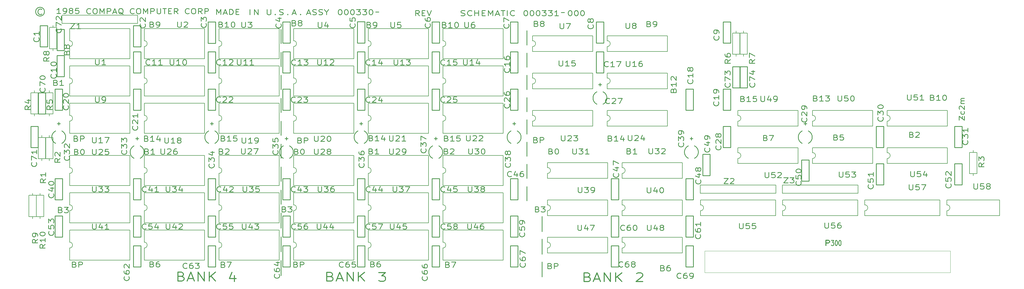
<source format=gbr>
%TF.GenerationSoftware,KiCad,Pcbnew,8.0.1*%
%TF.CreationDate,2024-03-25T22:30:46+11:00*%
%TF.ProjectId,System Memory Board,53797374-656d-4204-9d65-6d6f72792042,rev?*%
%TF.SameCoordinates,Original*%
%TF.FileFunction,Legend,Top*%
%TF.FilePolarity,Positive*%
%FSLAX46Y46*%
G04 Gerber Fmt 4.6, Leading zero omitted, Abs format (unit mm)*
G04 Created by KiCad (PCBNEW 8.0.1) date 2024-03-25 22:30:46*
%MOMM*%
%LPD*%
G01*
G04 APERTURE LIST*
%ADD10C,0.250000*%
%ADD11C,0.350000*%
%ADD12C,0.150000*%
%ADD13C,0.120000*%
G04 APERTURE END LIST*
D10*
X205500000Y-123600000D02*
X205500000Y-118750000D01*
X41400000Y-74400000D02*
G75*
G02*
X38400000Y-74400000I-1500000J0D01*
G01*
X38400000Y-74400000D02*
G75*
G02*
X41400000Y-74400000I1500000J0D01*
G01*
X217210000Y-74680000D02*
X218310000Y-74680000D01*
X121850000Y-108697500D02*
X121850000Y-103847500D01*
X121850000Y-132120000D02*
X121850000Y-127270000D01*
X210650000Y-149250000D02*
X210650000Y-144100000D01*
X353660000Y-110830000D02*
X353660000Y-109980000D01*
X205500000Y-131175000D02*
X205500000Y-126325000D01*
X205500000Y-116025000D02*
X205500000Y-111175000D01*
X121850000Y-156142500D02*
X121850000Y-150992500D01*
X121850000Y-116505000D02*
X121850000Y-111655000D01*
X210650000Y-164700000D02*
X210650000Y-159550000D01*
X205500000Y-93300000D02*
X205500000Y-88450000D01*
X205500000Y-138750000D02*
X205500000Y-133900000D01*
X121850000Y-100890000D02*
X121850000Y-96040000D01*
X205500000Y-100875000D02*
X205500000Y-96025000D01*
X154050000Y-74500000D02*
X155150000Y-74500000D01*
X121850000Y-164250000D02*
X121850000Y-159100000D01*
X210650000Y-156975000D02*
X210650000Y-151825000D01*
X121850000Y-93082500D02*
X121850000Y-88232500D01*
X121850000Y-139927500D02*
X121850000Y-135077500D01*
X121850000Y-148035000D02*
X121850000Y-142885000D01*
X121850000Y-124312500D02*
X121850000Y-119462500D01*
X205500000Y-108450000D02*
X205500000Y-103600000D01*
X121850000Y-85275000D02*
X121850000Y-80425000D01*
X205500000Y-85725000D02*
X205500000Y-80875000D01*
X247081615Y-78553857D02*
X247395901Y-78639571D01*
X247395901Y-78639571D02*
X247500663Y-78725285D01*
X247500663Y-78725285D02*
X247605425Y-78896714D01*
X247605425Y-78896714D02*
X247605425Y-79153857D01*
X247605425Y-79153857D02*
X247500663Y-79325285D01*
X247500663Y-79325285D02*
X247395901Y-79411000D01*
X247395901Y-79411000D02*
X247186377Y-79496714D01*
X247186377Y-79496714D02*
X246348282Y-79496714D01*
X246348282Y-79496714D02*
X246348282Y-77696714D01*
X246348282Y-77696714D02*
X247081615Y-77696714D01*
X247081615Y-77696714D02*
X247291139Y-77782428D01*
X247291139Y-77782428D02*
X247395901Y-77868142D01*
X247395901Y-77868142D02*
X247500663Y-78039571D01*
X247500663Y-78039571D02*
X247500663Y-78211000D01*
X247500663Y-78211000D02*
X247395901Y-78382428D01*
X247395901Y-78382428D02*
X247291139Y-78468142D01*
X247291139Y-78468142D02*
X247081615Y-78553857D01*
X247081615Y-78553857D02*
X246348282Y-78553857D01*
X248653044Y-79496714D02*
X249072092Y-79496714D01*
X249072092Y-79496714D02*
X249281615Y-79411000D01*
X249281615Y-79411000D02*
X249386377Y-79325285D01*
X249386377Y-79325285D02*
X249595901Y-79068142D01*
X249595901Y-79068142D02*
X249700663Y-78725285D01*
X249700663Y-78725285D02*
X249700663Y-78039571D01*
X249700663Y-78039571D02*
X249595901Y-77868142D01*
X249595901Y-77868142D02*
X249491139Y-77782428D01*
X249491139Y-77782428D02*
X249281615Y-77696714D01*
X249281615Y-77696714D02*
X248862568Y-77696714D01*
X248862568Y-77696714D02*
X248653044Y-77782428D01*
X248653044Y-77782428D02*
X248548282Y-77868142D01*
X248548282Y-77868142D02*
X248443520Y-78039571D01*
X248443520Y-78039571D02*
X248443520Y-78468142D01*
X248443520Y-78468142D02*
X248548282Y-78639571D01*
X248548282Y-78639571D02*
X248653044Y-78725285D01*
X248653044Y-78725285D02*
X248862568Y-78811000D01*
X248862568Y-78811000D02*
X249281615Y-78811000D01*
X249281615Y-78811000D02*
X249491139Y-78725285D01*
X249491139Y-78725285D02*
X249595901Y-78639571D01*
X249595901Y-78639571D02*
X249700663Y-78468142D01*
X309100187Y-152216714D02*
X309904949Y-152216714D01*
X309904949Y-152216714D02*
X309471615Y-152902428D01*
X309471615Y-152902428D02*
X309657330Y-152902428D01*
X309657330Y-152902428D02*
X309781139Y-152988142D01*
X309781139Y-152988142D02*
X309843044Y-153073857D01*
X309843044Y-153073857D02*
X309904949Y-153245285D01*
X309904949Y-153245285D02*
X309904949Y-153673857D01*
X309904949Y-153673857D02*
X309843044Y-153845285D01*
X309843044Y-153845285D02*
X309781139Y-153931000D01*
X309781139Y-153931000D02*
X309657330Y-154016714D01*
X309657330Y-154016714D02*
X309285901Y-154016714D01*
X309285901Y-154016714D02*
X309162092Y-153931000D01*
X309162092Y-153931000D02*
X309100187Y-153845285D01*
X310709710Y-152216714D02*
X310833520Y-152216714D01*
X310833520Y-152216714D02*
X310957329Y-152302428D01*
X310957329Y-152302428D02*
X311019234Y-152388142D01*
X311019234Y-152388142D02*
X311081139Y-152559571D01*
X311081139Y-152559571D02*
X311143044Y-152902428D01*
X311143044Y-152902428D02*
X311143044Y-153331000D01*
X311143044Y-153331000D02*
X311081139Y-153673857D01*
X311081139Y-153673857D02*
X311019234Y-153845285D01*
X311019234Y-153845285D02*
X310957329Y-153931000D01*
X310957329Y-153931000D02*
X310833520Y-154016714D01*
X310833520Y-154016714D02*
X310709710Y-154016714D01*
X310709710Y-154016714D02*
X310585901Y-153931000D01*
X310585901Y-153931000D02*
X310523996Y-153845285D01*
X310523996Y-153845285D02*
X310462091Y-153673857D01*
X310462091Y-153673857D02*
X310400187Y-153331000D01*
X310400187Y-153331000D02*
X310400187Y-152902428D01*
X310400187Y-152902428D02*
X310462091Y-152559571D01*
X310462091Y-152559571D02*
X310523996Y-152388142D01*
X310523996Y-152388142D02*
X310585901Y-152302428D01*
X310585901Y-152302428D02*
X310709710Y-152216714D01*
X311947805Y-152216714D02*
X312071615Y-152216714D01*
X312071615Y-152216714D02*
X312195424Y-152302428D01*
X312195424Y-152302428D02*
X312257329Y-152388142D01*
X312257329Y-152388142D02*
X312319234Y-152559571D01*
X312319234Y-152559571D02*
X312381139Y-152902428D01*
X312381139Y-152902428D02*
X312381139Y-153331000D01*
X312381139Y-153331000D02*
X312319234Y-153673857D01*
X312319234Y-153673857D02*
X312257329Y-153845285D01*
X312257329Y-153845285D02*
X312195424Y-153931000D01*
X312195424Y-153931000D02*
X312071615Y-154016714D01*
X312071615Y-154016714D02*
X311947805Y-154016714D01*
X311947805Y-154016714D02*
X311823996Y-153931000D01*
X311823996Y-153931000D02*
X311762091Y-153845285D01*
X311762091Y-153845285D02*
X311700186Y-153673857D01*
X311700186Y-153673857D02*
X311638282Y-153331000D01*
X311638282Y-153331000D02*
X311638282Y-152902428D01*
X311638282Y-152902428D02*
X311700186Y-152559571D01*
X311700186Y-152559571D02*
X311762091Y-152388142D01*
X311762091Y-152388142D02*
X311823996Y-152302428D01*
X311823996Y-152302428D02*
X311947805Y-152216714D01*
X177481615Y-78853857D02*
X177795901Y-78939571D01*
X177795901Y-78939571D02*
X177900663Y-79025285D01*
X177900663Y-79025285D02*
X178005425Y-79196714D01*
X178005425Y-79196714D02*
X178005425Y-79453857D01*
X178005425Y-79453857D02*
X177900663Y-79625285D01*
X177900663Y-79625285D02*
X177795901Y-79711000D01*
X177795901Y-79711000D02*
X177586377Y-79796714D01*
X177586377Y-79796714D02*
X176748282Y-79796714D01*
X176748282Y-79796714D02*
X176748282Y-77996714D01*
X176748282Y-77996714D02*
X177481615Y-77996714D01*
X177481615Y-77996714D02*
X177691139Y-78082428D01*
X177691139Y-78082428D02*
X177795901Y-78168142D01*
X177795901Y-78168142D02*
X177900663Y-78339571D01*
X177900663Y-78339571D02*
X177900663Y-78511000D01*
X177900663Y-78511000D02*
X177795901Y-78682428D01*
X177795901Y-78682428D02*
X177691139Y-78768142D01*
X177691139Y-78768142D02*
X177481615Y-78853857D01*
X177481615Y-78853857D02*
X176748282Y-78853857D01*
X180100663Y-79796714D02*
X178843520Y-79796714D01*
X179472092Y-79796714D02*
X179472092Y-77996714D01*
X179472092Y-77996714D02*
X179262568Y-78253857D01*
X179262568Y-78253857D02*
X179053044Y-78425285D01*
X179053044Y-78425285D02*
X178843520Y-78511000D01*
X181462568Y-77996714D02*
X181672091Y-77996714D01*
X181672091Y-77996714D02*
X181881615Y-78082428D01*
X181881615Y-78082428D02*
X181986377Y-78168142D01*
X181986377Y-78168142D02*
X182091139Y-78339571D01*
X182091139Y-78339571D02*
X182195901Y-78682428D01*
X182195901Y-78682428D02*
X182195901Y-79111000D01*
X182195901Y-79111000D02*
X182091139Y-79453857D01*
X182091139Y-79453857D02*
X181986377Y-79625285D01*
X181986377Y-79625285D02*
X181881615Y-79711000D01*
X181881615Y-79711000D02*
X181672091Y-79796714D01*
X181672091Y-79796714D02*
X181462568Y-79796714D01*
X181462568Y-79796714D02*
X181253044Y-79711000D01*
X181253044Y-79711000D02*
X181148282Y-79625285D01*
X181148282Y-79625285D02*
X181043520Y-79453857D01*
X181043520Y-79453857D02*
X180938758Y-79111000D01*
X180938758Y-79111000D02*
X180938758Y-78682428D01*
X180938758Y-78682428D02*
X181043520Y-78339571D01*
X181043520Y-78339571D02*
X181148282Y-78168142D01*
X181148282Y-78168142D02*
X181253044Y-78082428D01*
X181253044Y-78082428D02*
X181462568Y-77996714D01*
X213681615Y-121903857D02*
X213995901Y-121989571D01*
X213995901Y-121989571D02*
X214100663Y-122075285D01*
X214100663Y-122075285D02*
X214205425Y-122246714D01*
X214205425Y-122246714D02*
X214205425Y-122503857D01*
X214205425Y-122503857D02*
X214100663Y-122675285D01*
X214100663Y-122675285D02*
X213995901Y-122761000D01*
X213995901Y-122761000D02*
X213786377Y-122846714D01*
X213786377Y-122846714D02*
X212948282Y-122846714D01*
X212948282Y-122846714D02*
X212948282Y-121046714D01*
X212948282Y-121046714D02*
X213681615Y-121046714D01*
X213681615Y-121046714D02*
X213891139Y-121132428D01*
X213891139Y-121132428D02*
X213995901Y-121218142D01*
X213995901Y-121218142D02*
X214100663Y-121389571D01*
X214100663Y-121389571D02*
X214100663Y-121561000D01*
X214100663Y-121561000D02*
X213995901Y-121732428D01*
X213995901Y-121732428D02*
X213891139Y-121818142D01*
X213891139Y-121818142D02*
X213681615Y-121903857D01*
X213681615Y-121903857D02*
X212948282Y-121903857D01*
X215567330Y-121046714D02*
X215776853Y-121046714D01*
X215776853Y-121046714D02*
X215986377Y-121132428D01*
X215986377Y-121132428D02*
X216091139Y-121218142D01*
X216091139Y-121218142D02*
X216195901Y-121389571D01*
X216195901Y-121389571D02*
X216300663Y-121732428D01*
X216300663Y-121732428D02*
X216300663Y-122161000D01*
X216300663Y-122161000D02*
X216195901Y-122503857D01*
X216195901Y-122503857D02*
X216091139Y-122675285D01*
X216091139Y-122675285D02*
X215986377Y-122761000D01*
X215986377Y-122761000D02*
X215776853Y-122846714D01*
X215776853Y-122846714D02*
X215567330Y-122846714D01*
X215567330Y-122846714D02*
X215357806Y-122761000D01*
X215357806Y-122761000D02*
X215253044Y-122675285D01*
X215253044Y-122675285D02*
X215148282Y-122503857D01*
X215148282Y-122503857D02*
X215043520Y-122161000D01*
X215043520Y-122161000D02*
X215043520Y-121732428D01*
X215043520Y-121732428D02*
X215148282Y-121389571D01*
X215148282Y-121389571D02*
X215253044Y-121218142D01*
X215253044Y-121218142D02*
X215357806Y-121132428D01*
X215357806Y-121132428D02*
X215567330Y-121046714D01*
D11*
X307264072Y-153991514D02*
X307264072Y-152191514D01*
X307264072Y-152191514D02*
X308102167Y-152191514D01*
X308102167Y-152191514D02*
X308311691Y-152277228D01*
X308311691Y-152277228D02*
X308416453Y-152362942D01*
X308416453Y-152362942D02*
X308521215Y-152534371D01*
X308521215Y-152534371D02*
X308521215Y-152791514D01*
X308521215Y-152791514D02*
X308416453Y-152962942D01*
X308416453Y-152962942D02*
X308311691Y-153048657D01*
X308311691Y-153048657D02*
X308102167Y-153134371D01*
X308102167Y-153134371D02*
X307264072Y-153134371D01*
D10*
X251731615Y-161653857D02*
X252045901Y-161739571D01*
X252045901Y-161739571D02*
X252150663Y-161825285D01*
X252150663Y-161825285D02*
X252255425Y-161996714D01*
X252255425Y-161996714D02*
X252255425Y-162253857D01*
X252255425Y-162253857D02*
X252150663Y-162425285D01*
X252150663Y-162425285D02*
X252045901Y-162511000D01*
X252045901Y-162511000D02*
X251836377Y-162596714D01*
X251836377Y-162596714D02*
X250998282Y-162596714D01*
X250998282Y-162596714D02*
X250998282Y-160796714D01*
X250998282Y-160796714D02*
X251731615Y-160796714D01*
X251731615Y-160796714D02*
X251941139Y-160882428D01*
X251941139Y-160882428D02*
X252045901Y-160968142D01*
X252045901Y-160968142D02*
X252150663Y-161139571D01*
X252150663Y-161139571D02*
X252150663Y-161311000D01*
X252150663Y-161311000D02*
X252045901Y-161482428D01*
X252045901Y-161482428D02*
X251941139Y-161568142D01*
X251941139Y-161568142D02*
X251731615Y-161653857D01*
X251731615Y-161653857D02*
X250998282Y-161653857D01*
X254141139Y-160796714D02*
X253722092Y-160796714D01*
X253722092Y-160796714D02*
X253512568Y-160882428D01*
X253512568Y-160882428D02*
X253407806Y-160968142D01*
X253407806Y-160968142D02*
X253198282Y-161225285D01*
X253198282Y-161225285D02*
X253093520Y-161568142D01*
X253093520Y-161568142D02*
X253093520Y-162253857D01*
X253093520Y-162253857D02*
X253198282Y-162425285D01*
X253198282Y-162425285D02*
X253303044Y-162511000D01*
X253303044Y-162511000D02*
X253512568Y-162596714D01*
X253512568Y-162596714D02*
X253931615Y-162596714D01*
X253931615Y-162596714D02*
X254141139Y-162511000D01*
X254141139Y-162511000D02*
X254245901Y-162425285D01*
X254245901Y-162425285D02*
X254350663Y-162253857D01*
X254350663Y-162253857D02*
X254350663Y-161825285D01*
X254350663Y-161825285D02*
X254245901Y-161653857D01*
X254245901Y-161653857D02*
X254141139Y-161568142D01*
X254141139Y-161568142D02*
X253931615Y-161482428D01*
X253931615Y-161482428D02*
X253512568Y-161482428D01*
X253512568Y-161482428D02*
X253303044Y-161568142D01*
X253303044Y-161568142D02*
X253198282Y-161653857D01*
X253198282Y-161653857D02*
X253093520Y-161825285D01*
X112838282Y-75416714D02*
X112838282Y-73616714D01*
X112838282Y-73616714D02*
X114095425Y-75416714D01*
X114095425Y-75416714D02*
X114095425Y-73616714D01*
X99938282Y-75366714D02*
X99938282Y-73566714D01*
X99938282Y-73566714D02*
X100671615Y-74852428D01*
X100671615Y-74852428D02*
X101404949Y-73566714D01*
X101404949Y-73566714D02*
X101404949Y-75366714D01*
X102347806Y-74852428D02*
X103395425Y-74852428D01*
X102138282Y-75366714D02*
X102871616Y-73566714D01*
X102871616Y-73566714D02*
X103604949Y-75366714D01*
X104338282Y-75366714D02*
X104338282Y-73566714D01*
X104338282Y-73566714D02*
X104862092Y-73566714D01*
X104862092Y-73566714D02*
X105176377Y-73652428D01*
X105176377Y-73652428D02*
X105385901Y-73823857D01*
X105385901Y-73823857D02*
X105490663Y-73995285D01*
X105490663Y-73995285D02*
X105595425Y-74338142D01*
X105595425Y-74338142D02*
X105595425Y-74595285D01*
X105595425Y-74595285D02*
X105490663Y-74938142D01*
X105490663Y-74938142D02*
X105385901Y-75109571D01*
X105385901Y-75109571D02*
X105176377Y-75281000D01*
X105176377Y-75281000D02*
X104862092Y-75366714D01*
X104862092Y-75366714D02*
X104338282Y-75366714D01*
X106538282Y-74423857D02*
X107271615Y-74423857D01*
X107585901Y-75366714D02*
X106538282Y-75366714D01*
X106538282Y-75366714D02*
X106538282Y-73566714D01*
X106538282Y-73566714D02*
X107585901Y-73566714D01*
X102221615Y-160473857D02*
X102535901Y-160559571D01*
X102535901Y-160559571D02*
X102640663Y-160645285D01*
X102640663Y-160645285D02*
X102745425Y-160816714D01*
X102745425Y-160816714D02*
X102745425Y-161073857D01*
X102745425Y-161073857D02*
X102640663Y-161245285D01*
X102640663Y-161245285D02*
X102535901Y-161331000D01*
X102535901Y-161331000D02*
X102326377Y-161416714D01*
X102326377Y-161416714D02*
X101488282Y-161416714D01*
X101488282Y-161416714D02*
X101488282Y-159616714D01*
X101488282Y-159616714D02*
X102221615Y-159616714D01*
X102221615Y-159616714D02*
X102431139Y-159702428D01*
X102431139Y-159702428D02*
X102535901Y-159788142D01*
X102535901Y-159788142D02*
X102640663Y-159959571D01*
X102640663Y-159959571D02*
X102640663Y-160131000D01*
X102640663Y-160131000D02*
X102535901Y-160302428D01*
X102535901Y-160302428D02*
X102431139Y-160388142D01*
X102431139Y-160388142D02*
X102221615Y-160473857D01*
X102221615Y-160473857D02*
X101488282Y-160473857D01*
X103478758Y-159616714D02*
X104945425Y-159616714D01*
X104945425Y-159616714D02*
X104002568Y-161416714D01*
X286731615Y-117353857D02*
X287045901Y-117439571D01*
X287045901Y-117439571D02*
X287150663Y-117525285D01*
X287150663Y-117525285D02*
X287255425Y-117696714D01*
X287255425Y-117696714D02*
X287255425Y-117953857D01*
X287255425Y-117953857D02*
X287150663Y-118125285D01*
X287150663Y-118125285D02*
X287045901Y-118211000D01*
X287045901Y-118211000D02*
X286836377Y-118296714D01*
X286836377Y-118296714D02*
X285998282Y-118296714D01*
X285998282Y-118296714D02*
X285998282Y-116496714D01*
X285998282Y-116496714D02*
X286731615Y-116496714D01*
X286731615Y-116496714D02*
X286941139Y-116582428D01*
X286941139Y-116582428D02*
X287045901Y-116668142D01*
X287045901Y-116668142D02*
X287150663Y-116839571D01*
X287150663Y-116839571D02*
X287150663Y-117011000D01*
X287150663Y-117011000D02*
X287045901Y-117182428D01*
X287045901Y-117182428D02*
X286941139Y-117268142D01*
X286941139Y-117268142D02*
X286731615Y-117353857D01*
X286731615Y-117353857D02*
X285998282Y-117353857D01*
X287988758Y-116496714D02*
X289455425Y-116496714D01*
X289455425Y-116496714D02*
X288512568Y-118296714D01*
X126921615Y-160423857D02*
X127235901Y-160509571D01*
X127235901Y-160509571D02*
X127340663Y-160595285D01*
X127340663Y-160595285D02*
X127445425Y-160766714D01*
X127445425Y-160766714D02*
X127445425Y-161023857D01*
X127445425Y-161023857D02*
X127340663Y-161195285D01*
X127340663Y-161195285D02*
X127235901Y-161281000D01*
X127235901Y-161281000D02*
X127026377Y-161366714D01*
X127026377Y-161366714D02*
X126188282Y-161366714D01*
X126188282Y-161366714D02*
X126188282Y-159566714D01*
X126188282Y-159566714D02*
X126921615Y-159566714D01*
X126921615Y-159566714D02*
X127131139Y-159652428D01*
X127131139Y-159652428D02*
X127235901Y-159738142D01*
X127235901Y-159738142D02*
X127340663Y-159909571D01*
X127340663Y-159909571D02*
X127340663Y-160081000D01*
X127340663Y-160081000D02*
X127235901Y-160252428D01*
X127235901Y-160252428D02*
X127131139Y-160338142D01*
X127131139Y-160338142D02*
X126921615Y-160423857D01*
X126921615Y-160423857D02*
X126188282Y-160423857D01*
X128388282Y-161366714D02*
X128388282Y-159566714D01*
X128388282Y-159566714D02*
X129226377Y-159566714D01*
X129226377Y-159566714D02*
X129435901Y-159652428D01*
X129435901Y-159652428D02*
X129540663Y-159738142D01*
X129540663Y-159738142D02*
X129645425Y-159909571D01*
X129645425Y-159909571D02*
X129645425Y-160166714D01*
X129645425Y-160166714D02*
X129540663Y-160338142D01*
X129540663Y-160338142D02*
X129435901Y-160423857D01*
X129435901Y-160423857D02*
X129226377Y-160509571D01*
X129226377Y-160509571D02*
X128388282Y-160509571D01*
X208731615Y-78503857D02*
X209045901Y-78589571D01*
X209045901Y-78589571D02*
X209150663Y-78675285D01*
X209150663Y-78675285D02*
X209255425Y-78846714D01*
X209255425Y-78846714D02*
X209255425Y-79103857D01*
X209255425Y-79103857D02*
X209150663Y-79275285D01*
X209150663Y-79275285D02*
X209045901Y-79361000D01*
X209045901Y-79361000D02*
X208836377Y-79446714D01*
X208836377Y-79446714D02*
X207998282Y-79446714D01*
X207998282Y-79446714D02*
X207998282Y-77646714D01*
X207998282Y-77646714D02*
X208731615Y-77646714D01*
X208731615Y-77646714D02*
X208941139Y-77732428D01*
X208941139Y-77732428D02*
X209045901Y-77818142D01*
X209045901Y-77818142D02*
X209150663Y-77989571D01*
X209150663Y-77989571D02*
X209150663Y-78161000D01*
X209150663Y-78161000D02*
X209045901Y-78332428D01*
X209045901Y-78332428D02*
X208941139Y-78418142D01*
X208941139Y-78418142D02*
X208731615Y-78503857D01*
X208731615Y-78503857D02*
X207998282Y-78503857D01*
X210512568Y-78418142D02*
X210303044Y-78332428D01*
X210303044Y-78332428D02*
X210198282Y-78246714D01*
X210198282Y-78246714D02*
X210093520Y-78075285D01*
X210093520Y-78075285D02*
X210093520Y-77989571D01*
X210093520Y-77989571D02*
X210198282Y-77818142D01*
X210198282Y-77818142D02*
X210303044Y-77732428D01*
X210303044Y-77732428D02*
X210512568Y-77646714D01*
X210512568Y-77646714D02*
X210931615Y-77646714D01*
X210931615Y-77646714D02*
X211141139Y-77732428D01*
X211141139Y-77732428D02*
X211245901Y-77818142D01*
X211245901Y-77818142D02*
X211350663Y-77989571D01*
X211350663Y-77989571D02*
X211350663Y-78075285D01*
X211350663Y-78075285D02*
X211245901Y-78246714D01*
X211245901Y-78246714D02*
X211141139Y-78332428D01*
X211141139Y-78332428D02*
X210931615Y-78418142D01*
X210931615Y-78418142D02*
X210512568Y-78418142D01*
X210512568Y-78418142D02*
X210303044Y-78503857D01*
X210303044Y-78503857D02*
X210198282Y-78589571D01*
X210198282Y-78589571D02*
X210093520Y-78761000D01*
X210093520Y-78761000D02*
X210093520Y-79103857D01*
X210093520Y-79103857D02*
X210198282Y-79275285D01*
X210198282Y-79275285D02*
X210303044Y-79361000D01*
X210303044Y-79361000D02*
X210512568Y-79446714D01*
X210512568Y-79446714D02*
X210931615Y-79446714D01*
X210931615Y-79446714D02*
X211141139Y-79361000D01*
X211141139Y-79361000D02*
X211245901Y-79275285D01*
X211245901Y-79275285D02*
X211350663Y-79103857D01*
X211350663Y-79103857D02*
X211350663Y-78761000D01*
X211350663Y-78761000D02*
X211245901Y-78589571D01*
X211245901Y-78589571D02*
X211141139Y-78503857D01*
X211141139Y-78503857D02*
X210931615Y-78418142D01*
X152531615Y-117403857D02*
X152845901Y-117489571D01*
X152845901Y-117489571D02*
X152950663Y-117575285D01*
X152950663Y-117575285D02*
X153055425Y-117746714D01*
X153055425Y-117746714D02*
X153055425Y-118003857D01*
X153055425Y-118003857D02*
X152950663Y-118175285D01*
X152950663Y-118175285D02*
X152845901Y-118261000D01*
X152845901Y-118261000D02*
X152636377Y-118346714D01*
X152636377Y-118346714D02*
X151798282Y-118346714D01*
X151798282Y-118346714D02*
X151798282Y-116546714D01*
X151798282Y-116546714D02*
X152531615Y-116546714D01*
X152531615Y-116546714D02*
X152741139Y-116632428D01*
X152741139Y-116632428D02*
X152845901Y-116718142D01*
X152845901Y-116718142D02*
X152950663Y-116889571D01*
X152950663Y-116889571D02*
X152950663Y-117061000D01*
X152950663Y-117061000D02*
X152845901Y-117232428D01*
X152845901Y-117232428D02*
X152741139Y-117318142D01*
X152741139Y-117318142D02*
X152531615Y-117403857D01*
X152531615Y-117403857D02*
X151798282Y-117403857D01*
X155150663Y-118346714D02*
X153893520Y-118346714D01*
X154522092Y-118346714D02*
X154522092Y-116546714D01*
X154522092Y-116546714D02*
X154312568Y-116803857D01*
X154312568Y-116803857D02*
X154103044Y-116975285D01*
X154103044Y-116975285D02*
X153893520Y-117061000D01*
X157036377Y-117146714D02*
X157036377Y-118346714D01*
X156512568Y-116461000D02*
X155988758Y-117746714D01*
X155988758Y-117746714D02*
X157350663Y-117746714D01*
X117138282Y-73616714D02*
X117138282Y-75073857D01*
X117138282Y-75073857D02*
X117243044Y-75245285D01*
X117243044Y-75245285D02*
X117347806Y-75331000D01*
X117347806Y-75331000D02*
X117557330Y-75416714D01*
X117557330Y-75416714D02*
X117976377Y-75416714D01*
X117976377Y-75416714D02*
X118185901Y-75331000D01*
X118185901Y-75331000D02*
X118290663Y-75245285D01*
X118290663Y-75245285D02*
X118395425Y-75073857D01*
X118395425Y-75073857D02*
X118395425Y-73616714D01*
X101531615Y-121953857D02*
X101845901Y-122039571D01*
X101845901Y-122039571D02*
X101950663Y-122125285D01*
X101950663Y-122125285D02*
X102055425Y-122296714D01*
X102055425Y-122296714D02*
X102055425Y-122553857D01*
X102055425Y-122553857D02*
X101950663Y-122725285D01*
X101950663Y-122725285D02*
X101845901Y-122811000D01*
X101845901Y-122811000D02*
X101636377Y-122896714D01*
X101636377Y-122896714D02*
X100798282Y-122896714D01*
X100798282Y-122896714D02*
X100798282Y-121096714D01*
X100798282Y-121096714D02*
X101531615Y-121096714D01*
X101531615Y-121096714D02*
X101741139Y-121182428D01*
X101741139Y-121182428D02*
X101845901Y-121268142D01*
X101845901Y-121268142D02*
X101950663Y-121439571D01*
X101950663Y-121439571D02*
X101950663Y-121611000D01*
X101950663Y-121611000D02*
X101845901Y-121782428D01*
X101845901Y-121782428D02*
X101741139Y-121868142D01*
X101741139Y-121868142D02*
X101531615Y-121953857D01*
X101531615Y-121953857D02*
X100798282Y-121953857D01*
X102893520Y-121268142D02*
X102998282Y-121182428D01*
X102998282Y-121182428D02*
X103207806Y-121096714D01*
X103207806Y-121096714D02*
X103731615Y-121096714D01*
X103731615Y-121096714D02*
X103941139Y-121182428D01*
X103941139Y-121182428D02*
X104045901Y-121268142D01*
X104045901Y-121268142D02*
X104150663Y-121439571D01*
X104150663Y-121439571D02*
X104150663Y-121611000D01*
X104150663Y-121611000D02*
X104045901Y-121868142D01*
X104045901Y-121868142D02*
X102788758Y-122896714D01*
X102788758Y-122896714D02*
X104150663Y-122896714D01*
X76081615Y-117553857D02*
X76395901Y-117639571D01*
X76395901Y-117639571D02*
X76500663Y-117725285D01*
X76500663Y-117725285D02*
X76605425Y-117896714D01*
X76605425Y-117896714D02*
X76605425Y-118153857D01*
X76605425Y-118153857D02*
X76500663Y-118325285D01*
X76500663Y-118325285D02*
X76395901Y-118411000D01*
X76395901Y-118411000D02*
X76186377Y-118496714D01*
X76186377Y-118496714D02*
X75348282Y-118496714D01*
X75348282Y-118496714D02*
X75348282Y-116696714D01*
X75348282Y-116696714D02*
X76081615Y-116696714D01*
X76081615Y-116696714D02*
X76291139Y-116782428D01*
X76291139Y-116782428D02*
X76395901Y-116868142D01*
X76395901Y-116868142D02*
X76500663Y-117039571D01*
X76500663Y-117039571D02*
X76500663Y-117211000D01*
X76500663Y-117211000D02*
X76395901Y-117382428D01*
X76395901Y-117382428D02*
X76291139Y-117468142D01*
X76291139Y-117468142D02*
X76081615Y-117553857D01*
X76081615Y-117553857D02*
X75348282Y-117553857D01*
X78700663Y-118496714D02*
X77443520Y-118496714D01*
X78072092Y-118496714D02*
X78072092Y-116696714D01*
X78072092Y-116696714D02*
X77862568Y-116953857D01*
X77862568Y-116953857D02*
X77653044Y-117125285D01*
X77653044Y-117125285D02*
X77443520Y-117211000D01*
X80586377Y-117296714D02*
X80586377Y-118496714D01*
X80062568Y-116611000D02*
X79538758Y-117896714D01*
X79538758Y-117896714D02*
X80900663Y-117896714D01*
X352576714Y-111329812D02*
X352576714Y-109996479D01*
X352576714Y-109996479D02*
X354376714Y-111329812D01*
X354376714Y-111329812D02*
X354376714Y-109996479D01*
X354291000Y-108377431D02*
X354376714Y-108567907D01*
X354376714Y-108567907D02*
X354376714Y-108948860D01*
X354376714Y-108948860D02*
X354291000Y-109139336D01*
X354291000Y-109139336D02*
X354205285Y-109234574D01*
X354205285Y-109234574D02*
X354033857Y-109329812D01*
X354033857Y-109329812D02*
X353519571Y-109329812D01*
X353519571Y-109329812D02*
X353348142Y-109234574D01*
X353348142Y-109234574D02*
X353262428Y-109139336D01*
X353262428Y-109139336D02*
X353176714Y-108948860D01*
X353176714Y-108948860D02*
X353176714Y-108567907D01*
X353176714Y-108567907D02*
X353262428Y-108377431D01*
X352748142Y-107615526D02*
X352662428Y-107520288D01*
X352662428Y-107520288D02*
X352576714Y-107329812D01*
X352576714Y-107329812D02*
X352576714Y-106853621D01*
X352576714Y-106853621D02*
X352662428Y-106663145D01*
X352662428Y-106663145D02*
X352748142Y-106567907D01*
X352748142Y-106567907D02*
X352919571Y-106472669D01*
X352919571Y-106472669D02*
X353091000Y-106472669D01*
X353091000Y-106472669D02*
X353348142Y-106567907D01*
X353348142Y-106567907D02*
X354376714Y-107710764D01*
X354376714Y-107710764D02*
X354376714Y-106472669D01*
X354376714Y-105615526D02*
X353176714Y-105615526D01*
X353348142Y-105615526D02*
X353262428Y-105520288D01*
X353262428Y-105520288D02*
X353176714Y-105329812D01*
X353176714Y-105329812D02*
X353176714Y-105044097D01*
X353176714Y-105044097D02*
X353262428Y-104853621D01*
X353262428Y-104853621D02*
X353433857Y-104758383D01*
X353433857Y-104758383D02*
X354376714Y-104758383D01*
X353433857Y-104758383D02*
X353262428Y-104663145D01*
X353262428Y-104663145D02*
X353176714Y-104472669D01*
X353176714Y-104472669D02*
X353176714Y-104186955D01*
X353176714Y-104186955D02*
X353262428Y-103996478D01*
X353262428Y-103996478D02*
X353433857Y-103901240D01*
X353433857Y-103901240D02*
X354376714Y-103901240D01*
X183072092Y-75661000D02*
X183407806Y-75746714D01*
X183407806Y-75746714D02*
X183967330Y-75746714D01*
X183967330Y-75746714D02*
X184191139Y-75661000D01*
X184191139Y-75661000D02*
X184303044Y-75575285D01*
X184303044Y-75575285D02*
X184414949Y-75403857D01*
X184414949Y-75403857D02*
X184414949Y-75232428D01*
X184414949Y-75232428D02*
X184303044Y-75061000D01*
X184303044Y-75061000D02*
X184191139Y-74975285D01*
X184191139Y-74975285D02*
X183967330Y-74889571D01*
X183967330Y-74889571D02*
X183519711Y-74803857D01*
X183519711Y-74803857D02*
X183295901Y-74718142D01*
X183295901Y-74718142D02*
X183183996Y-74632428D01*
X183183996Y-74632428D02*
X183072092Y-74461000D01*
X183072092Y-74461000D02*
X183072092Y-74289571D01*
X183072092Y-74289571D02*
X183183996Y-74118142D01*
X183183996Y-74118142D02*
X183295901Y-74032428D01*
X183295901Y-74032428D02*
X183519711Y-73946714D01*
X183519711Y-73946714D02*
X184079234Y-73946714D01*
X184079234Y-73946714D02*
X184414949Y-74032428D01*
X186764948Y-75575285D02*
X186653044Y-75661000D01*
X186653044Y-75661000D02*
X186317329Y-75746714D01*
X186317329Y-75746714D02*
X186093520Y-75746714D01*
X186093520Y-75746714D02*
X185757806Y-75661000D01*
X185757806Y-75661000D02*
X185533996Y-75489571D01*
X185533996Y-75489571D02*
X185422091Y-75318142D01*
X185422091Y-75318142D02*
X185310187Y-74975285D01*
X185310187Y-74975285D02*
X185310187Y-74718142D01*
X185310187Y-74718142D02*
X185422091Y-74375285D01*
X185422091Y-74375285D02*
X185533996Y-74203857D01*
X185533996Y-74203857D02*
X185757806Y-74032428D01*
X185757806Y-74032428D02*
X186093520Y-73946714D01*
X186093520Y-73946714D02*
X186317329Y-73946714D01*
X186317329Y-73946714D02*
X186653044Y-74032428D01*
X186653044Y-74032428D02*
X186764948Y-74118142D01*
X187772091Y-75746714D02*
X187772091Y-73946714D01*
X187772091Y-74803857D02*
X189114948Y-74803857D01*
X189114948Y-75746714D02*
X189114948Y-73946714D01*
X190233996Y-74803857D02*
X191017330Y-74803857D01*
X191353044Y-75746714D02*
X190233996Y-75746714D01*
X190233996Y-75746714D02*
X190233996Y-73946714D01*
X190233996Y-73946714D02*
X191353044Y-73946714D01*
X192360186Y-75746714D02*
X192360186Y-73946714D01*
X192360186Y-73946714D02*
X193143520Y-75232428D01*
X193143520Y-75232428D02*
X193926853Y-73946714D01*
X193926853Y-73946714D02*
X193926853Y-75746714D01*
X194933996Y-75232428D02*
X196053043Y-75232428D01*
X194710186Y-75746714D02*
X195493519Y-73946714D01*
X195493519Y-73946714D02*
X196276853Y-75746714D01*
X196724472Y-73946714D02*
X198067329Y-73946714D01*
X197395901Y-75746714D02*
X197395901Y-73946714D01*
X198850662Y-75746714D02*
X198850662Y-73946714D01*
X201312567Y-75575285D02*
X201200663Y-75661000D01*
X201200663Y-75661000D02*
X200864948Y-75746714D01*
X200864948Y-75746714D02*
X200641139Y-75746714D01*
X200641139Y-75746714D02*
X200305425Y-75661000D01*
X200305425Y-75661000D02*
X200081615Y-75489571D01*
X200081615Y-75489571D02*
X199969710Y-75318142D01*
X199969710Y-75318142D02*
X199857806Y-74975285D01*
X199857806Y-74975285D02*
X199857806Y-74718142D01*
X199857806Y-74718142D02*
X199969710Y-74375285D01*
X199969710Y-74375285D02*
X200081615Y-74203857D01*
X200081615Y-74203857D02*
X200305425Y-74032428D01*
X200305425Y-74032428D02*
X200641139Y-73946714D01*
X200641139Y-73946714D02*
X200864948Y-73946714D01*
X200864948Y-73946714D02*
X201200663Y-74032428D01*
X201200663Y-74032428D02*
X201312567Y-74118142D01*
X45231615Y-98553857D02*
X45545901Y-98639571D01*
X45545901Y-98639571D02*
X45650663Y-98725285D01*
X45650663Y-98725285D02*
X45755425Y-98896714D01*
X45755425Y-98896714D02*
X45755425Y-99153857D01*
X45755425Y-99153857D02*
X45650663Y-99325285D01*
X45650663Y-99325285D02*
X45545901Y-99411000D01*
X45545901Y-99411000D02*
X45336377Y-99496714D01*
X45336377Y-99496714D02*
X44498282Y-99496714D01*
X44498282Y-99496714D02*
X44498282Y-97696714D01*
X44498282Y-97696714D02*
X45231615Y-97696714D01*
X45231615Y-97696714D02*
X45441139Y-97782428D01*
X45441139Y-97782428D02*
X45545901Y-97868142D01*
X45545901Y-97868142D02*
X45650663Y-98039571D01*
X45650663Y-98039571D02*
X45650663Y-98211000D01*
X45650663Y-98211000D02*
X45545901Y-98382428D01*
X45545901Y-98382428D02*
X45441139Y-98468142D01*
X45441139Y-98468142D02*
X45231615Y-98553857D01*
X45231615Y-98553857D02*
X44498282Y-98553857D01*
X47850663Y-99496714D02*
X46593520Y-99496714D01*
X47222092Y-99496714D02*
X47222092Y-97696714D01*
X47222092Y-97696714D02*
X47012568Y-97953857D01*
X47012568Y-97953857D02*
X46803044Y-98125285D01*
X46803044Y-98125285D02*
X46593520Y-98211000D01*
X46840663Y-75016714D02*
X45583520Y-75016714D01*
X46212092Y-75016714D02*
X46212092Y-73216714D01*
X46212092Y-73216714D02*
X46002568Y-73473857D01*
X46002568Y-73473857D02*
X45793044Y-73645285D01*
X45793044Y-73645285D02*
X45583520Y-73731000D01*
X47888282Y-75016714D02*
X48307330Y-75016714D01*
X48307330Y-75016714D02*
X48516853Y-74931000D01*
X48516853Y-74931000D02*
X48621615Y-74845285D01*
X48621615Y-74845285D02*
X48831139Y-74588142D01*
X48831139Y-74588142D02*
X48935901Y-74245285D01*
X48935901Y-74245285D02*
X48935901Y-73559571D01*
X48935901Y-73559571D02*
X48831139Y-73388142D01*
X48831139Y-73388142D02*
X48726377Y-73302428D01*
X48726377Y-73302428D02*
X48516853Y-73216714D01*
X48516853Y-73216714D02*
X48097806Y-73216714D01*
X48097806Y-73216714D02*
X47888282Y-73302428D01*
X47888282Y-73302428D02*
X47783520Y-73388142D01*
X47783520Y-73388142D02*
X47678758Y-73559571D01*
X47678758Y-73559571D02*
X47678758Y-73988142D01*
X47678758Y-73988142D02*
X47783520Y-74159571D01*
X47783520Y-74159571D02*
X47888282Y-74245285D01*
X47888282Y-74245285D02*
X48097806Y-74331000D01*
X48097806Y-74331000D02*
X48516853Y-74331000D01*
X48516853Y-74331000D02*
X48726377Y-74245285D01*
X48726377Y-74245285D02*
X48831139Y-74159571D01*
X48831139Y-74159571D02*
X48935901Y-73988142D01*
X50193044Y-73988142D02*
X49983520Y-73902428D01*
X49983520Y-73902428D02*
X49878758Y-73816714D01*
X49878758Y-73816714D02*
X49773996Y-73645285D01*
X49773996Y-73645285D02*
X49773996Y-73559571D01*
X49773996Y-73559571D02*
X49878758Y-73388142D01*
X49878758Y-73388142D02*
X49983520Y-73302428D01*
X49983520Y-73302428D02*
X50193044Y-73216714D01*
X50193044Y-73216714D02*
X50612091Y-73216714D01*
X50612091Y-73216714D02*
X50821615Y-73302428D01*
X50821615Y-73302428D02*
X50926377Y-73388142D01*
X50926377Y-73388142D02*
X51031139Y-73559571D01*
X51031139Y-73559571D02*
X51031139Y-73645285D01*
X51031139Y-73645285D02*
X50926377Y-73816714D01*
X50926377Y-73816714D02*
X50821615Y-73902428D01*
X50821615Y-73902428D02*
X50612091Y-73988142D01*
X50612091Y-73988142D02*
X50193044Y-73988142D01*
X50193044Y-73988142D02*
X49983520Y-74073857D01*
X49983520Y-74073857D02*
X49878758Y-74159571D01*
X49878758Y-74159571D02*
X49773996Y-74331000D01*
X49773996Y-74331000D02*
X49773996Y-74673857D01*
X49773996Y-74673857D02*
X49878758Y-74845285D01*
X49878758Y-74845285D02*
X49983520Y-74931000D01*
X49983520Y-74931000D02*
X50193044Y-75016714D01*
X50193044Y-75016714D02*
X50612091Y-75016714D01*
X50612091Y-75016714D02*
X50821615Y-74931000D01*
X50821615Y-74931000D02*
X50926377Y-74845285D01*
X50926377Y-74845285D02*
X51031139Y-74673857D01*
X51031139Y-74673857D02*
X51031139Y-74331000D01*
X51031139Y-74331000D02*
X50926377Y-74159571D01*
X50926377Y-74159571D02*
X50821615Y-74073857D01*
X50821615Y-74073857D02*
X50612091Y-73988142D01*
X53021615Y-73216714D02*
X51973996Y-73216714D01*
X51973996Y-73216714D02*
X51869234Y-74073857D01*
X51869234Y-74073857D02*
X51973996Y-73988142D01*
X51973996Y-73988142D02*
X52183520Y-73902428D01*
X52183520Y-73902428D02*
X52707329Y-73902428D01*
X52707329Y-73902428D02*
X52916853Y-73988142D01*
X52916853Y-73988142D02*
X53021615Y-74073857D01*
X53021615Y-74073857D02*
X53126377Y-74245285D01*
X53126377Y-74245285D02*
X53126377Y-74673857D01*
X53126377Y-74673857D02*
X53021615Y-74845285D01*
X53021615Y-74845285D02*
X52916853Y-74931000D01*
X52916853Y-74931000D02*
X52707329Y-75016714D01*
X52707329Y-75016714D02*
X52183520Y-75016714D01*
X52183520Y-75016714D02*
X51973996Y-74931000D01*
X51973996Y-74931000D02*
X51869234Y-74845285D01*
X77971615Y-160373857D02*
X78285901Y-160459571D01*
X78285901Y-160459571D02*
X78390663Y-160545285D01*
X78390663Y-160545285D02*
X78495425Y-160716714D01*
X78495425Y-160716714D02*
X78495425Y-160973857D01*
X78495425Y-160973857D02*
X78390663Y-161145285D01*
X78390663Y-161145285D02*
X78285901Y-161231000D01*
X78285901Y-161231000D02*
X78076377Y-161316714D01*
X78076377Y-161316714D02*
X77238282Y-161316714D01*
X77238282Y-161316714D02*
X77238282Y-159516714D01*
X77238282Y-159516714D02*
X77971615Y-159516714D01*
X77971615Y-159516714D02*
X78181139Y-159602428D01*
X78181139Y-159602428D02*
X78285901Y-159688142D01*
X78285901Y-159688142D02*
X78390663Y-159859571D01*
X78390663Y-159859571D02*
X78390663Y-160031000D01*
X78390663Y-160031000D02*
X78285901Y-160202428D01*
X78285901Y-160202428D02*
X78181139Y-160288142D01*
X78181139Y-160288142D02*
X77971615Y-160373857D01*
X77971615Y-160373857D02*
X77238282Y-160373857D01*
X80381139Y-159516714D02*
X79962092Y-159516714D01*
X79962092Y-159516714D02*
X79752568Y-159602428D01*
X79752568Y-159602428D02*
X79647806Y-159688142D01*
X79647806Y-159688142D02*
X79438282Y-159945285D01*
X79438282Y-159945285D02*
X79333520Y-160288142D01*
X79333520Y-160288142D02*
X79333520Y-160973857D01*
X79333520Y-160973857D02*
X79438282Y-161145285D01*
X79438282Y-161145285D02*
X79543044Y-161231000D01*
X79543044Y-161231000D02*
X79752568Y-161316714D01*
X79752568Y-161316714D02*
X80171615Y-161316714D01*
X80171615Y-161316714D02*
X80381139Y-161231000D01*
X80381139Y-161231000D02*
X80485901Y-161145285D01*
X80485901Y-161145285D02*
X80590663Y-160973857D01*
X80590663Y-160973857D02*
X80590663Y-160545285D01*
X80590663Y-160545285D02*
X80485901Y-160373857D01*
X80485901Y-160373857D02*
X80381139Y-160288142D01*
X80381139Y-160288142D02*
X80171615Y-160202428D01*
X80171615Y-160202428D02*
X79752568Y-160202428D01*
X79752568Y-160202428D02*
X79543044Y-160288142D01*
X79543044Y-160288142D02*
X79438282Y-160373857D01*
X79438282Y-160373857D02*
X79333520Y-160545285D01*
D11*
X106056929Y-164244657D02*
X106056929Y-166244657D01*
X105175977Y-163101800D02*
X104295024Y-165244657D01*
X104295024Y-165244657D02*
X106585501Y-165244657D01*
D10*
X209081615Y-141603857D02*
X209395901Y-141689571D01*
X209395901Y-141689571D02*
X209500663Y-141775285D01*
X209500663Y-141775285D02*
X209605425Y-141946714D01*
X209605425Y-141946714D02*
X209605425Y-142203857D01*
X209605425Y-142203857D02*
X209500663Y-142375285D01*
X209500663Y-142375285D02*
X209395901Y-142461000D01*
X209395901Y-142461000D02*
X209186377Y-142546714D01*
X209186377Y-142546714D02*
X208348282Y-142546714D01*
X208348282Y-142546714D02*
X208348282Y-140746714D01*
X208348282Y-140746714D02*
X209081615Y-140746714D01*
X209081615Y-140746714D02*
X209291139Y-140832428D01*
X209291139Y-140832428D02*
X209395901Y-140918142D01*
X209395901Y-140918142D02*
X209500663Y-141089571D01*
X209500663Y-141089571D02*
X209500663Y-141261000D01*
X209500663Y-141261000D02*
X209395901Y-141432428D01*
X209395901Y-141432428D02*
X209291139Y-141518142D01*
X209291139Y-141518142D02*
X209081615Y-141603857D01*
X209081615Y-141603857D02*
X208348282Y-141603857D01*
X210338758Y-140746714D02*
X211700663Y-140746714D01*
X211700663Y-140746714D02*
X210967330Y-141432428D01*
X210967330Y-141432428D02*
X211281615Y-141432428D01*
X211281615Y-141432428D02*
X211491139Y-141518142D01*
X211491139Y-141518142D02*
X211595901Y-141603857D01*
X211595901Y-141603857D02*
X211700663Y-141775285D01*
X211700663Y-141775285D02*
X211700663Y-142203857D01*
X211700663Y-142203857D02*
X211595901Y-142375285D01*
X211595901Y-142375285D02*
X211491139Y-142461000D01*
X211491139Y-142461000D02*
X211281615Y-142546714D01*
X211281615Y-142546714D02*
X210653044Y-142546714D01*
X210653044Y-142546714D02*
X210443520Y-142461000D01*
X210443520Y-142461000D02*
X210338758Y-142375285D01*
X141857330Y-73616714D02*
X142066853Y-73616714D01*
X142066853Y-73616714D02*
X142276377Y-73702428D01*
X142276377Y-73702428D02*
X142381139Y-73788142D01*
X142381139Y-73788142D02*
X142485901Y-73959571D01*
X142485901Y-73959571D02*
X142590663Y-74302428D01*
X142590663Y-74302428D02*
X142590663Y-74731000D01*
X142590663Y-74731000D02*
X142485901Y-75073857D01*
X142485901Y-75073857D02*
X142381139Y-75245285D01*
X142381139Y-75245285D02*
X142276377Y-75331000D01*
X142276377Y-75331000D02*
X142066853Y-75416714D01*
X142066853Y-75416714D02*
X141857330Y-75416714D01*
X141857330Y-75416714D02*
X141647806Y-75331000D01*
X141647806Y-75331000D02*
X141543044Y-75245285D01*
X141543044Y-75245285D02*
X141438282Y-75073857D01*
X141438282Y-75073857D02*
X141333520Y-74731000D01*
X141333520Y-74731000D02*
X141333520Y-74302428D01*
X141333520Y-74302428D02*
X141438282Y-73959571D01*
X141438282Y-73959571D02*
X141543044Y-73788142D01*
X141543044Y-73788142D02*
X141647806Y-73702428D01*
X141647806Y-73702428D02*
X141857330Y-73616714D01*
X143952568Y-73616714D02*
X144162091Y-73616714D01*
X144162091Y-73616714D02*
X144371615Y-73702428D01*
X144371615Y-73702428D02*
X144476377Y-73788142D01*
X144476377Y-73788142D02*
X144581139Y-73959571D01*
X144581139Y-73959571D02*
X144685901Y-74302428D01*
X144685901Y-74302428D02*
X144685901Y-74731000D01*
X144685901Y-74731000D02*
X144581139Y-75073857D01*
X144581139Y-75073857D02*
X144476377Y-75245285D01*
X144476377Y-75245285D02*
X144371615Y-75331000D01*
X144371615Y-75331000D02*
X144162091Y-75416714D01*
X144162091Y-75416714D02*
X143952568Y-75416714D01*
X143952568Y-75416714D02*
X143743044Y-75331000D01*
X143743044Y-75331000D02*
X143638282Y-75245285D01*
X143638282Y-75245285D02*
X143533520Y-75073857D01*
X143533520Y-75073857D02*
X143428758Y-74731000D01*
X143428758Y-74731000D02*
X143428758Y-74302428D01*
X143428758Y-74302428D02*
X143533520Y-73959571D01*
X143533520Y-73959571D02*
X143638282Y-73788142D01*
X143638282Y-73788142D02*
X143743044Y-73702428D01*
X143743044Y-73702428D02*
X143952568Y-73616714D01*
X146047806Y-73616714D02*
X146257329Y-73616714D01*
X146257329Y-73616714D02*
X146466853Y-73702428D01*
X146466853Y-73702428D02*
X146571615Y-73788142D01*
X146571615Y-73788142D02*
X146676377Y-73959571D01*
X146676377Y-73959571D02*
X146781139Y-74302428D01*
X146781139Y-74302428D02*
X146781139Y-74731000D01*
X146781139Y-74731000D02*
X146676377Y-75073857D01*
X146676377Y-75073857D02*
X146571615Y-75245285D01*
X146571615Y-75245285D02*
X146466853Y-75331000D01*
X146466853Y-75331000D02*
X146257329Y-75416714D01*
X146257329Y-75416714D02*
X146047806Y-75416714D01*
X146047806Y-75416714D02*
X145838282Y-75331000D01*
X145838282Y-75331000D02*
X145733520Y-75245285D01*
X145733520Y-75245285D02*
X145628758Y-75073857D01*
X145628758Y-75073857D02*
X145523996Y-74731000D01*
X145523996Y-74731000D02*
X145523996Y-74302428D01*
X145523996Y-74302428D02*
X145628758Y-73959571D01*
X145628758Y-73959571D02*
X145733520Y-73788142D01*
X145733520Y-73788142D02*
X145838282Y-73702428D01*
X145838282Y-73702428D02*
X146047806Y-73616714D01*
X147514472Y-73616714D02*
X148876377Y-73616714D01*
X148876377Y-73616714D02*
X148143044Y-74302428D01*
X148143044Y-74302428D02*
X148457329Y-74302428D01*
X148457329Y-74302428D02*
X148666853Y-74388142D01*
X148666853Y-74388142D02*
X148771615Y-74473857D01*
X148771615Y-74473857D02*
X148876377Y-74645285D01*
X148876377Y-74645285D02*
X148876377Y-75073857D01*
X148876377Y-75073857D02*
X148771615Y-75245285D01*
X148771615Y-75245285D02*
X148666853Y-75331000D01*
X148666853Y-75331000D02*
X148457329Y-75416714D01*
X148457329Y-75416714D02*
X147828758Y-75416714D01*
X147828758Y-75416714D02*
X147619234Y-75331000D01*
X147619234Y-75331000D02*
X147514472Y-75245285D01*
X149609710Y-73616714D02*
X150971615Y-73616714D01*
X150971615Y-73616714D02*
X150238282Y-74302428D01*
X150238282Y-74302428D02*
X150552567Y-74302428D01*
X150552567Y-74302428D02*
X150762091Y-74388142D01*
X150762091Y-74388142D02*
X150866853Y-74473857D01*
X150866853Y-74473857D02*
X150971615Y-74645285D01*
X150971615Y-74645285D02*
X150971615Y-75073857D01*
X150971615Y-75073857D02*
X150866853Y-75245285D01*
X150866853Y-75245285D02*
X150762091Y-75331000D01*
X150762091Y-75331000D02*
X150552567Y-75416714D01*
X150552567Y-75416714D02*
X149923996Y-75416714D01*
X149923996Y-75416714D02*
X149714472Y-75331000D01*
X149714472Y-75331000D02*
X149609710Y-75245285D01*
X152333520Y-73616714D02*
X152543043Y-73616714D01*
X152543043Y-73616714D02*
X152752567Y-73702428D01*
X152752567Y-73702428D02*
X152857329Y-73788142D01*
X152857329Y-73788142D02*
X152962091Y-73959571D01*
X152962091Y-73959571D02*
X153066853Y-74302428D01*
X153066853Y-74302428D02*
X153066853Y-74731000D01*
X153066853Y-74731000D02*
X152962091Y-75073857D01*
X152962091Y-75073857D02*
X152857329Y-75245285D01*
X152857329Y-75245285D02*
X152752567Y-75331000D01*
X152752567Y-75331000D02*
X152543043Y-75416714D01*
X152543043Y-75416714D02*
X152333520Y-75416714D01*
X152333520Y-75416714D02*
X152123996Y-75331000D01*
X152123996Y-75331000D02*
X152019234Y-75245285D01*
X152019234Y-75245285D02*
X151914472Y-75073857D01*
X151914472Y-75073857D02*
X151809710Y-74731000D01*
X151809710Y-74731000D02*
X151809710Y-74302428D01*
X151809710Y-74302428D02*
X151914472Y-73959571D01*
X151914472Y-73959571D02*
X152019234Y-73788142D01*
X152019234Y-73788142D02*
X152123996Y-73702428D01*
X152123996Y-73702428D02*
X152333520Y-73616714D01*
X52131615Y-117553857D02*
X52445901Y-117639571D01*
X52445901Y-117639571D02*
X52550663Y-117725285D01*
X52550663Y-117725285D02*
X52655425Y-117896714D01*
X52655425Y-117896714D02*
X52655425Y-118153857D01*
X52655425Y-118153857D02*
X52550663Y-118325285D01*
X52550663Y-118325285D02*
X52445901Y-118411000D01*
X52445901Y-118411000D02*
X52236377Y-118496714D01*
X52236377Y-118496714D02*
X51398282Y-118496714D01*
X51398282Y-118496714D02*
X51398282Y-116696714D01*
X51398282Y-116696714D02*
X52131615Y-116696714D01*
X52131615Y-116696714D02*
X52341139Y-116782428D01*
X52341139Y-116782428D02*
X52445901Y-116868142D01*
X52445901Y-116868142D02*
X52550663Y-117039571D01*
X52550663Y-117039571D02*
X52550663Y-117211000D01*
X52550663Y-117211000D02*
X52445901Y-117382428D01*
X52445901Y-117382428D02*
X52341139Y-117468142D01*
X52341139Y-117468142D02*
X52131615Y-117553857D01*
X52131615Y-117553857D02*
X51398282Y-117553857D01*
X53598282Y-118496714D02*
X53598282Y-116696714D01*
X53598282Y-116696714D02*
X54436377Y-116696714D01*
X54436377Y-116696714D02*
X54645901Y-116782428D01*
X54645901Y-116782428D02*
X54750663Y-116868142D01*
X54750663Y-116868142D02*
X54855425Y-117039571D01*
X54855425Y-117039571D02*
X54855425Y-117296714D01*
X54855425Y-117296714D02*
X54750663Y-117468142D01*
X54750663Y-117468142D02*
X54645901Y-117553857D01*
X54645901Y-117553857D02*
X54436377Y-117639571D01*
X54436377Y-117639571D02*
X53598282Y-117639571D01*
D11*
X226204548Y-164723228D02*
X226733120Y-164866085D01*
X226733120Y-164866085D02*
X226909310Y-165008942D01*
X226909310Y-165008942D02*
X227085501Y-165294657D01*
X227085501Y-165294657D02*
X227085501Y-165723228D01*
X227085501Y-165723228D02*
X226909310Y-166008942D01*
X226909310Y-166008942D02*
X226733120Y-166151800D01*
X226733120Y-166151800D02*
X226380739Y-166294657D01*
X226380739Y-166294657D02*
X224971215Y-166294657D01*
X224971215Y-166294657D02*
X224971215Y-163294657D01*
X224971215Y-163294657D02*
X226204548Y-163294657D01*
X226204548Y-163294657D02*
X226556929Y-163437514D01*
X226556929Y-163437514D02*
X226733120Y-163580371D01*
X226733120Y-163580371D02*
X226909310Y-163866085D01*
X226909310Y-163866085D02*
X226909310Y-164151800D01*
X226909310Y-164151800D02*
X226733120Y-164437514D01*
X226733120Y-164437514D02*
X226556929Y-164580371D01*
X226556929Y-164580371D02*
X226204548Y-164723228D01*
X226204548Y-164723228D02*
X224971215Y-164723228D01*
X228495024Y-165437514D02*
X230256929Y-165437514D01*
X228142643Y-166294657D02*
X229375977Y-163294657D01*
X229375977Y-163294657D02*
X230609310Y-166294657D01*
X231842644Y-166294657D02*
X231842644Y-163294657D01*
X231842644Y-163294657D02*
X233956930Y-166294657D01*
X233956930Y-166294657D02*
X233956930Y-163294657D01*
X235718834Y-166294657D02*
X235718834Y-163294657D01*
X237833120Y-166294657D02*
X236247405Y-164580371D01*
X237833120Y-163294657D02*
X235718834Y-165008942D01*
D10*
X52281615Y-122103857D02*
X52595901Y-122189571D01*
X52595901Y-122189571D02*
X52700663Y-122275285D01*
X52700663Y-122275285D02*
X52805425Y-122446714D01*
X52805425Y-122446714D02*
X52805425Y-122703857D01*
X52805425Y-122703857D02*
X52700663Y-122875285D01*
X52700663Y-122875285D02*
X52595901Y-122961000D01*
X52595901Y-122961000D02*
X52386377Y-123046714D01*
X52386377Y-123046714D02*
X51548282Y-123046714D01*
X51548282Y-123046714D02*
X51548282Y-121246714D01*
X51548282Y-121246714D02*
X52281615Y-121246714D01*
X52281615Y-121246714D02*
X52491139Y-121332428D01*
X52491139Y-121332428D02*
X52595901Y-121418142D01*
X52595901Y-121418142D02*
X52700663Y-121589571D01*
X52700663Y-121589571D02*
X52700663Y-121761000D01*
X52700663Y-121761000D02*
X52595901Y-121932428D01*
X52595901Y-121932428D02*
X52491139Y-122018142D01*
X52491139Y-122018142D02*
X52281615Y-122103857D01*
X52281615Y-122103857D02*
X51548282Y-122103857D01*
X54167330Y-121246714D02*
X54376853Y-121246714D01*
X54376853Y-121246714D02*
X54586377Y-121332428D01*
X54586377Y-121332428D02*
X54691139Y-121418142D01*
X54691139Y-121418142D02*
X54795901Y-121589571D01*
X54795901Y-121589571D02*
X54900663Y-121932428D01*
X54900663Y-121932428D02*
X54900663Y-122361000D01*
X54900663Y-122361000D02*
X54795901Y-122703857D01*
X54795901Y-122703857D02*
X54691139Y-122875285D01*
X54691139Y-122875285D02*
X54586377Y-122961000D01*
X54586377Y-122961000D02*
X54376853Y-123046714D01*
X54376853Y-123046714D02*
X54167330Y-123046714D01*
X54167330Y-123046714D02*
X53957806Y-122961000D01*
X53957806Y-122961000D02*
X53853044Y-122875285D01*
X53853044Y-122875285D02*
X53748282Y-122703857D01*
X53748282Y-122703857D02*
X53643520Y-122361000D01*
X53643520Y-122361000D02*
X53643520Y-121932428D01*
X53643520Y-121932428D02*
X53748282Y-121589571D01*
X53748282Y-121589571D02*
X53853044Y-121418142D01*
X53853044Y-121418142D02*
X53957806Y-121332428D01*
X53957806Y-121332428D02*
X54167330Y-121246714D01*
X233881615Y-117503857D02*
X234195901Y-117589571D01*
X234195901Y-117589571D02*
X234300663Y-117675285D01*
X234300663Y-117675285D02*
X234405425Y-117846714D01*
X234405425Y-117846714D02*
X234405425Y-118103857D01*
X234405425Y-118103857D02*
X234300663Y-118275285D01*
X234300663Y-118275285D02*
X234195901Y-118361000D01*
X234195901Y-118361000D02*
X233986377Y-118446714D01*
X233986377Y-118446714D02*
X233148282Y-118446714D01*
X233148282Y-118446714D02*
X233148282Y-116646714D01*
X233148282Y-116646714D02*
X233881615Y-116646714D01*
X233881615Y-116646714D02*
X234091139Y-116732428D01*
X234091139Y-116732428D02*
X234195901Y-116818142D01*
X234195901Y-116818142D02*
X234300663Y-116989571D01*
X234300663Y-116989571D02*
X234300663Y-117161000D01*
X234300663Y-117161000D02*
X234195901Y-117332428D01*
X234195901Y-117332428D02*
X234091139Y-117418142D01*
X234091139Y-117418142D02*
X233881615Y-117503857D01*
X233881615Y-117503857D02*
X233148282Y-117503857D01*
X236500663Y-118446714D02*
X235243520Y-118446714D01*
X235872092Y-118446714D02*
X235872092Y-116646714D01*
X235872092Y-116646714D02*
X235662568Y-116903857D01*
X235662568Y-116903857D02*
X235453044Y-117075285D01*
X235453044Y-117075285D02*
X235243520Y-117161000D01*
X238386377Y-117246714D02*
X238386377Y-118446714D01*
X237862568Y-116561000D02*
X237338758Y-117846714D01*
X237338758Y-117846714D02*
X238700663Y-117846714D01*
X101431615Y-78753857D02*
X101745901Y-78839571D01*
X101745901Y-78839571D02*
X101850663Y-78925285D01*
X101850663Y-78925285D02*
X101955425Y-79096714D01*
X101955425Y-79096714D02*
X101955425Y-79353857D01*
X101955425Y-79353857D02*
X101850663Y-79525285D01*
X101850663Y-79525285D02*
X101745901Y-79611000D01*
X101745901Y-79611000D02*
X101536377Y-79696714D01*
X101536377Y-79696714D02*
X100698282Y-79696714D01*
X100698282Y-79696714D02*
X100698282Y-77896714D01*
X100698282Y-77896714D02*
X101431615Y-77896714D01*
X101431615Y-77896714D02*
X101641139Y-77982428D01*
X101641139Y-77982428D02*
X101745901Y-78068142D01*
X101745901Y-78068142D02*
X101850663Y-78239571D01*
X101850663Y-78239571D02*
X101850663Y-78411000D01*
X101850663Y-78411000D02*
X101745901Y-78582428D01*
X101745901Y-78582428D02*
X101641139Y-78668142D01*
X101641139Y-78668142D02*
X101431615Y-78753857D01*
X101431615Y-78753857D02*
X100698282Y-78753857D01*
X104050663Y-79696714D02*
X102793520Y-79696714D01*
X103422092Y-79696714D02*
X103422092Y-77896714D01*
X103422092Y-77896714D02*
X103212568Y-78153857D01*
X103212568Y-78153857D02*
X103003044Y-78325285D01*
X103003044Y-78325285D02*
X102793520Y-78411000D01*
X105412568Y-77896714D02*
X105622091Y-77896714D01*
X105622091Y-77896714D02*
X105831615Y-77982428D01*
X105831615Y-77982428D02*
X105936377Y-78068142D01*
X105936377Y-78068142D02*
X106041139Y-78239571D01*
X106041139Y-78239571D02*
X106145901Y-78582428D01*
X106145901Y-78582428D02*
X106145901Y-79011000D01*
X106145901Y-79011000D02*
X106041139Y-79353857D01*
X106041139Y-79353857D02*
X105936377Y-79525285D01*
X105936377Y-79525285D02*
X105831615Y-79611000D01*
X105831615Y-79611000D02*
X105622091Y-79696714D01*
X105622091Y-79696714D02*
X105412568Y-79696714D01*
X105412568Y-79696714D02*
X105203044Y-79611000D01*
X105203044Y-79611000D02*
X105098282Y-79525285D01*
X105098282Y-79525285D02*
X104993520Y-79353857D01*
X104993520Y-79353857D02*
X104888758Y-79011000D01*
X104888758Y-79011000D02*
X104888758Y-78582428D01*
X104888758Y-78582428D02*
X104993520Y-78239571D01*
X104993520Y-78239571D02*
X105098282Y-78068142D01*
X105098282Y-78068142D02*
X105203044Y-77982428D01*
X105203044Y-77982428D02*
X105412568Y-77896714D01*
X343531615Y-103603857D02*
X343845901Y-103689571D01*
X343845901Y-103689571D02*
X343950663Y-103775285D01*
X343950663Y-103775285D02*
X344055425Y-103946714D01*
X344055425Y-103946714D02*
X344055425Y-104203857D01*
X344055425Y-104203857D02*
X343950663Y-104375285D01*
X343950663Y-104375285D02*
X343845901Y-104461000D01*
X343845901Y-104461000D02*
X343636377Y-104546714D01*
X343636377Y-104546714D02*
X342798282Y-104546714D01*
X342798282Y-104546714D02*
X342798282Y-102746714D01*
X342798282Y-102746714D02*
X343531615Y-102746714D01*
X343531615Y-102746714D02*
X343741139Y-102832428D01*
X343741139Y-102832428D02*
X343845901Y-102918142D01*
X343845901Y-102918142D02*
X343950663Y-103089571D01*
X343950663Y-103089571D02*
X343950663Y-103261000D01*
X343950663Y-103261000D02*
X343845901Y-103432428D01*
X343845901Y-103432428D02*
X343741139Y-103518142D01*
X343741139Y-103518142D02*
X343531615Y-103603857D01*
X343531615Y-103603857D02*
X342798282Y-103603857D01*
X346150663Y-104546714D02*
X344893520Y-104546714D01*
X345522092Y-104546714D02*
X345522092Y-102746714D01*
X345522092Y-102746714D02*
X345312568Y-103003857D01*
X345312568Y-103003857D02*
X345103044Y-103175285D01*
X345103044Y-103175285D02*
X344893520Y-103261000D01*
X347512568Y-102746714D02*
X347722091Y-102746714D01*
X347722091Y-102746714D02*
X347931615Y-102832428D01*
X347931615Y-102832428D02*
X348036377Y-102918142D01*
X348036377Y-102918142D02*
X348141139Y-103089571D01*
X348141139Y-103089571D02*
X348245901Y-103432428D01*
X348245901Y-103432428D02*
X348245901Y-103861000D01*
X348245901Y-103861000D02*
X348141139Y-104203857D01*
X348141139Y-104203857D02*
X348036377Y-104375285D01*
X348036377Y-104375285D02*
X347931615Y-104461000D01*
X347931615Y-104461000D02*
X347722091Y-104546714D01*
X347722091Y-104546714D02*
X347512568Y-104546714D01*
X347512568Y-104546714D02*
X347303044Y-104461000D01*
X347303044Y-104461000D02*
X347198282Y-104375285D01*
X347198282Y-104375285D02*
X347093520Y-104203857D01*
X347093520Y-104203857D02*
X346988758Y-103861000D01*
X346988758Y-103861000D02*
X346988758Y-103432428D01*
X346988758Y-103432428D02*
X347093520Y-103089571D01*
X347093520Y-103089571D02*
X347198282Y-102918142D01*
X347198282Y-102918142D02*
X347303044Y-102832428D01*
X347303044Y-102832428D02*
X347512568Y-102746714D01*
X122931615Y-141653857D02*
X123245901Y-141739571D01*
X123245901Y-141739571D02*
X123350663Y-141825285D01*
X123350663Y-141825285D02*
X123455425Y-141996714D01*
X123455425Y-141996714D02*
X123455425Y-142253857D01*
X123455425Y-142253857D02*
X123350663Y-142425285D01*
X123350663Y-142425285D02*
X123245901Y-142511000D01*
X123245901Y-142511000D02*
X123036377Y-142596714D01*
X123036377Y-142596714D02*
X122198282Y-142596714D01*
X122198282Y-142596714D02*
X122198282Y-140796714D01*
X122198282Y-140796714D02*
X122931615Y-140796714D01*
X122931615Y-140796714D02*
X123141139Y-140882428D01*
X123141139Y-140882428D02*
X123245901Y-140968142D01*
X123245901Y-140968142D02*
X123350663Y-141139571D01*
X123350663Y-141139571D02*
X123350663Y-141311000D01*
X123350663Y-141311000D02*
X123245901Y-141482428D01*
X123245901Y-141482428D02*
X123141139Y-141568142D01*
X123141139Y-141568142D02*
X122931615Y-141653857D01*
X122931615Y-141653857D02*
X122198282Y-141653857D01*
X124188758Y-140796714D02*
X125550663Y-140796714D01*
X125550663Y-140796714D02*
X124817330Y-141482428D01*
X124817330Y-141482428D02*
X125131615Y-141482428D01*
X125131615Y-141482428D02*
X125341139Y-141568142D01*
X125341139Y-141568142D02*
X125445901Y-141653857D01*
X125445901Y-141653857D02*
X125550663Y-141825285D01*
X125550663Y-141825285D02*
X125550663Y-142253857D01*
X125550663Y-142253857D02*
X125445901Y-142425285D01*
X125445901Y-142425285D02*
X125341139Y-142511000D01*
X125341139Y-142511000D02*
X125131615Y-142596714D01*
X125131615Y-142596714D02*
X124503044Y-142596714D01*
X124503044Y-142596714D02*
X124293520Y-142511000D01*
X124293520Y-142511000D02*
X124188758Y-142425285D01*
X213381615Y-160953857D02*
X213695901Y-161039571D01*
X213695901Y-161039571D02*
X213800663Y-161125285D01*
X213800663Y-161125285D02*
X213905425Y-161296714D01*
X213905425Y-161296714D02*
X213905425Y-161553857D01*
X213905425Y-161553857D02*
X213800663Y-161725285D01*
X213800663Y-161725285D02*
X213695901Y-161811000D01*
X213695901Y-161811000D02*
X213486377Y-161896714D01*
X213486377Y-161896714D02*
X212648282Y-161896714D01*
X212648282Y-161896714D02*
X212648282Y-160096714D01*
X212648282Y-160096714D02*
X213381615Y-160096714D01*
X213381615Y-160096714D02*
X213591139Y-160182428D01*
X213591139Y-160182428D02*
X213695901Y-160268142D01*
X213695901Y-160268142D02*
X213800663Y-160439571D01*
X213800663Y-160439571D02*
X213800663Y-160611000D01*
X213800663Y-160611000D02*
X213695901Y-160782428D01*
X213695901Y-160782428D02*
X213591139Y-160868142D01*
X213591139Y-160868142D02*
X213381615Y-160953857D01*
X213381615Y-160953857D02*
X212648282Y-160953857D01*
X214848282Y-161896714D02*
X214848282Y-160096714D01*
X214848282Y-160096714D02*
X215686377Y-160096714D01*
X215686377Y-160096714D02*
X215895901Y-160182428D01*
X215895901Y-160182428D02*
X216000663Y-160268142D01*
X216000663Y-160268142D02*
X216105425Y-160439571D01*
X216105425Y-160439571D02*
X216105425Y-160696714D01*
X216105425Y-160696714D02*
X216000663Y-160868142D01*
X216000663Y-160868142D02*
X215895901Y-160953857D01*
X215895901Y-160953857D02*
X215686377Y-161039571D01*
X215686377Y-161039571D02*
X214848282Y-161039571D01*
X76231615Y-121953857D02*
X76545901Y-122039571D01*
X76545901Y-122039571D02*
X76650663Y-122125285D01*
X76650663Y-122125285D02*
X76755425Y-122296714D01*
X76755425Y-122296714D02*
X76755425Y-122553857D01*
X76755425Y-122553857D02*
X76650663Y-122725285D01*
X76650663Y-122725285D02*
X76545901Y-122811000D01*
X76545901Y-122811000D02*
X76336377Y-122896714D01*
X76336377Y-122896714D02*
X75498282Y-122896714D01*
X75498282Y-122896714D02*
X75498282Y-121096714D01*
X75498282Y-121096714D02*
X76231615Y-121096714D01*
X76231615Y-121096714D02*
X76441139Y-121182428D01*
X76441139Y-121182428D02*
X76545901Y-121268142D01*
X76545901Y-121268142D02*
X76650663Y-121439571D01*
X76650663Y-121439571D02*
X76650663Y-121611000D01*
X76650663Y-121611000D02*
X76545901Y-121782428D01*
X76545901Y-121782428D02*
X76441139Y-121868142D01*
X76441139Y-121868142D02*
X76231615Y-121953857D01*
X76231615Y-121953857D02*
X75498282Y-121953857D01*
X78850663Y-122896714D02*
X77593520Y-122896714D01*
X78222092Y-122896714D02*
X78222092Y-121096714D01*
X78222092Y-121096714D02*
X78012568Y-121353857D01*
X78012568Y-121353857D02*
X77803044Y-121525285D01*
X77803044Y-121525285D02*
X77593520Y-121611000D01*
X51571615Y-160423857D02*
X51885901Y-160509571D01*
X51885901Y-160509571D02*
X51990663Y-160595285D01*
X51990663Y-160595285D02*
X52095425Y-160766714D01*
X52095425Y-160766714D02*
X52095425Y-161023857D01*
X52095425Y-161023857D02*
X51990663Y-161195285D01*
X51990663Y-161195285D02*
X51885901Y-161281000D01*
X51885901Y-161281000D02*
X51676377Y-161366714D01*
X51676377Y-161366714D02*
X50838282Y-161366714D01*
X50838282Y-161366714D02*
X50838282Y-159566714D01*
X50838282Y-159566714D02*
X51571615Y-159566714D01*
X51571615Y-159566714D02*
X51781139Y-159652428D01*
X51781139Y-159652428D02*
X51885901Y-159738142D01*
X51885901Y-159738142D02*
X51990663Y-159909571D01*
X51990663Y-159909571D02*
X51990663Y-160081000D01*
X51990663Y-160081000D02*
X51885901Y-160252428D01*
X51885901Y-160252428D02*
X51781139Y-160338142D01*
X51781139Y-160338142D02*
X51571615Y-160423857D01*
X51571615Y-160423857D02*
X50838282Y-160423857D01*
X53038282Y-161366714D02*
X53038282Y-159566714D01*
X53038282Y-159566714D02*
X53876377Y-159566714D01*
X53876377Y-159566714D02*
X54085901Y-159652428D01*
X54085901Y-159652428D02*
X54190663Y-159738142D01*
X54190663Y-159738142D02*
X54295425Y-159909571D01*
X54295425Y-159909571D02*
X54295425Y-160166714D01*
X54295425Y-160166714D02*
X54190663Y-160338142D01*
X54190663Y-160338142D02*
X54085901Y-160423857D01*
X54085901Y-160423857D02*
X53876377Y-160509571D01*
X53876377Y-160509571D02*
X53038282Y-160509571D01*
X125783520Y-74902428D02*
X126831139Y-74902428D01*
X125573996Y-75416714D02*
X126307330Y-73616714D01*
X126307330Y-73616714D02*
X127040663Y-75416714D01*
X310631615Y-117153857D02*
X310945901Y-117239571D01*
X310945901Y-117239571D02*
X311050663Y-117325285D01*
X311050663Y-117325285D02*
X311155425Y-117496714D01*
X311155425Y-117496714D02*
X311155425Y-117753857D01*
X311155425Y-117753857D02*
X311050663Y-117925285D01*
X311050663Y-117925285D02*
X310945901Y-118011000D01*
X310945901Y-118011000D02*
X310736377Y-118096714D01*
X310736377Y-118096714D02*
X309898282Y-118096714D01*
X309898282Y-118096714D02*
X309898282Y-116296714D01*
X309898282Y-116296714D02*
X310631615Y-116296714D01*
X310631615Y-116296714D02*
X310841139Y-116382428D01*
X310841139Y-116382428D02*
X310945901Y-116468142D01*
X310945901Y-116468142D02*
X311050663Y-116639571D01*
X311050663Y-116639571D02*
X311050663Y-116811000D01*
X311050663Y-116811000D02*
X310945901Y-116982428D01*
X310945901Y-116982428D02*
X310841139Y-117068142D01*
X310841139Y-117068142D02*
X310631615Y-117153857D01*
X310631615Y-117153857D02*
X309898282Y-117153857D01*
X313145901Y-116296714D02*
X312098282Y-116296714D01*
X312098282Y-116296714D02*
X311993520Y-117153857D01*
X311993520Y-117153857D02*
X312098282Y-117068142D01*
X312098282Y-117068142D02*
X312307806Y-116982428D01*
X312307806Y-116982428D02*
X312831615Y-116982428D01*
X312831615Y-116982428D02*
X313041139Y-117068142D01*
X313041139Y-117068142D02*
X313145901Y-117153857D01*
X313145901Y-117153857D02*
X313250663Y-117325285D01*
X313250663Y-117325285D02*
X313250663Y-117753857D01*
X313250663Y-117753857D02*
X313145901Y-117925285D01*
X313145901Y-117925285D02*
X313041139Y-118011000D01*
X313041139Y-118011000D02*
X312831615Y-118096714D01*
X312831615Y-118096714D02*
X312307806Y-118096714D01*
X312307806Y-118096714D02*
X312098282Y-118011000D01*
X312098282Y-118011000D02*
X311993520Y-117925285D01*
X151831615Y-78853857D02*
X152145901Y-78939571D01*
X152145901Y-78939571D02*
X152250663Y-79025285D01*
X152250663Y-79025285D02*
X152355425Y-79196714D01*
X152355425Y-79196714D02*
X152355425Y-79453857D01*
X152355425Y-79453857D02*
X152250663Y-79625285D01*
X152250663Y-79625285D02*
X152145901Y-79711000D01*
X152145901Y-79711000D02*
X151936377Y-79796714D01*
X151936377Y-79796714D02*
X151098282Y-79796714D01*
X151098282Y-79796714D02*
X151098282Y-77996714D01*
X151098282Y-77996714D02*
X151831615Y-77996714D01*
X151831615Y-77996714D02*
X152041139Y-78082428D01*
X152041139Y-78082428D02*
X152145901Y-78168142D01*
X152145901Y-78168142D02*
X152250663Y-78339571D01*
X152250663Y-78339571D02*
X152250663Y-78511000D01*
X152250663Y-78511000D02*
X152145901Y-78682428D01*
X152145901Y-78682428D02*
X152041139Y-78768142D01*
X152041139Y-78768142D02*
X151831615Y-78853857D01*
X151831615Y-78853857D02*
X151098282Y-78853857D01*
X153403044Y-79796714D02*
X153822092Y-79796714D01*
X153822092Y-79796714D02*
X154031615Y-79711000D01*
X154031615Y-79711000D02*
X154136377Y-79625285D01*
X154136377Y-79625285D02*
X154345901Y-79368142D01*
X154345901Y-79368142D02*
X154450663Y-79025285D01*
X154450663Y-79025285D02*
X154450663Y-78339571D01*
X154450663Y-78339571D02*
X154345901Y-78168142D01*
X154345901Y-78168142D02*
X154241139Y-78082428D01*
X154241139Y-78082428D02*
X154031615Y-77996714D01*
X154031615Y-77996714D02*
X153612568Y-77996714D01*
X153612568Y-77996714D02*
X153403044Y-78082428D01*
X153403044Y-78082428D02*
X153298282Y-78168142D01*
X153298282Y-78168142D02*
X153193520Y-78339571D01*
X153193520Y-78339571D02*
X153193520Y-78768142D01*
X153193520Y-78768142D02*
X153298282Y-78939571D01*
X153298282Y-78939571D02*
X153403044Y-79025285D01*
X153403044Y-79025285D02*
X153612568Y-79111000D01*
X153612568Y-79111000D02*
X154031615Y-79111000D01*
X154031615Y-79111000D02*
X154241139Y-79025285D01*
X154241139Y-79025285D02*
X154345901Y-78939571D01*
X154345901Y-78939571D02*
X154450663Y-78768142D01*
X205017330Y-73946714D02*
X205226853Y-73946714D01*
X205226853Y-73946714D02*
X205436377Y-74032428D01*
X205436377Y-74032428D02*
X205541139Y-74118142D01*
X205541139Y-74118142D02*
X205645901Y-74289571D01*
X205645901Y-74289571D02*
X205750663Y-74632428D01*
X205750663Y-74632428D02*
X205750663Y-75061000D01*
X205750663Y-75061000D02*
X205645901Y-75403857D01*
X205645901Y-75403857D02*
X205541139Y-75575285D01*
X205541139Y-75575285D02*
X205436377Y-75661000D01*
X205436377Y-75661000D02*
X205226853Y-75746714D01*
X205226853Y-75746714D02*
X205017330Y-75746714D01*
X205017330Y-75746714D02*
X204807806Y-75661000D01*
X204807806Y-75661000D02*
X204703044Y-75575285D01*
X204703044Y-75575285D02*
X204598282Y-75403857D01*
X204598282Y-75403857D02*
X204493520Y-75061000D01*
X204493520Y-75061000D02*
X204493520Y-74632428D01*
X204493520Y-74632428D02*
X204598282Y-74289571D01*
X204598282Y-74289571D02*
X204703044Y-74118142D01*
X204703044Y-74118142D02*
X204807806Y-74032428D01*
X204807806Y-74032428D02*
X205017330Y-73946714D01*
X207112568Y-73946714D02*
X207322091Y-73946714D01*
X207322091Y-73946714D02*
X207531615Y-74032428D01*
X207531615Y-74032428D02*
X207636377Y-74118142D01*
X207636377Y-74118142D02*
X207741139Y-74289571D01*
X207741139Y-74289571D02*
X207845901Y-74632428D01*
X207845901Y-74632428D02*
X207845901Y-75061000D01*
X207845901Y-75061000D02*
X207741139Y-75403857D01*
X207741139Y-75403857D02*
X207636377Y-75575285D01*
X207636377Y-75575285D02*
X207531615Y-75661000D01*
X207531615Y-75661000D02*
X207322091Y-75746714D01*
X207322091Y-75746714D02*
X207112568Y-75746714D01*
X207112568Y-75746714D02*
X206903044Y-75661000D01*
X206903044Y-75661000D02*
X206798282Y-75575285D01*
X206798282Y-75575285D02*
X206693520Y-75403857D01*
X206693520Y-75403857D02*
X206588758Y-75061000D01*
X206588758Y-75061000D02*
X206588758Y-74632428D01*
X206588758Y-74632428D02*
X206693520Y-74289571D01*
X206693520Y-74289571D02*
X206798282Y-74118142D01*
X206798282Y-74118142D02*
X206903044Y-74032428D01*
X206903044Y-74032428D02*
X207112568Y-73946714D01*
X209207806Y-73946714D02*
X209417329Y-73946714D01*
X209417329Y-73946714D02*
X209626853Y-74032428D01*
X209626853Y-74032428D02*
X209731615Y-74118142D01*
X209731615Y-74118142D02*
X209836377Y-74289571D01*
X209836377Y-74289571D02*
X209941139Y-74632428D01*
X209941139Y-74632428D02*
X209941139Y-75061000D01*
X209941139Y-75061000D02*
X209836377Y-75403857D01*
X209836377Y-75403857D02*
X209731615Y-75575285D01*
X209731615Y-75575285D02*
X209626853Y-75661000D01*
X209626853Y-75661000D02*
X209417329Y-75746714D01*
X209417329Y-75746714D02*
X209207806Y-75746714D01*
X209207806Y-75746714D02*
X208998282Y-75661000D01*
X208998282Y-75661000D02*
X208893520Y-75575285D01*
X208893520Y-75575285D02*
X208788758Y-75403857D01*
X208788758Y-75403857D02*
X208683996Y-75061000D01*
X208683996Y-75061000D02*
X208683996Y-74632428D01*
X208683996Y-74632428D02*
X208788758Y-74289571D01*
X208788758Y-74289571D02*
X208893520Y-74118142D01*
X208893520Y-74118142D02*
X208998282Y-74032428D01*
X208998282Y-74032428D02*
X209207806Y-73946714D01*
X210674472Y-73946714D02*
X212036377Y-73946714D01*
X212036377Y-73946714D02*
X211303044Y-74632428D01*
X211303044Y-74632428D02*
X211617329Y-74632428D01*
X211617329Y-74632428D02*
X211826853Y-74718142D01*
X211826853Y-74718142D02*
X211931615Y-74803857D01*
X211931615Y-74803857D02*
X212036377Y-74975285D01*
X212036377Y-74975285D02*
X212036377Y-75403857D01*
X212036377Y-75403857D02*
X211931615Y-75575285D01*
X211931615Y-75575285D02*
X211826853Y-75661000D01*
X211826853Y-75661000D02*
X211617329Y-75746714D01*
X211617329Y-75746714D02*
X210988758Y-75746714D01*
X210988758Y-75746714D02*
X210779234Y-75661000D01*
X210779234Y-75661000D02*
X210674472Y-75575285D01*
X212769710Y-73946714D02*
X214131615Y-73946714D01*
X214131615Y-73946714D02*
X213398282Y-74632428D01*
X213398282Y-74632428D02*
X213712567Y-74632428D01*
X213712567Y-74632428D02*
X213922091Y-74718142D01*
X213922091Y-74718142D02*
X214026853Y-74803857D01*
X214026853Y-74803857D02*
X214131615Y-74975285D01*
X214131615Y-74975285D02*
X214131615Y-75403857D01*
X214131615Y-75403857D02*
X214026853Y-75575285D01*
X214026853Y-75575285D02*
X213922091Y-75661000D01*
X213922091Y-75661000D02*
X213712567Y-75746714D01*
X213712567Y-75746714D02*
X213083996Y-75746714D01*
X213083996Y-75746714D02*
X212874472Y-75661000D01*
X212874472Y-75661000D02*
X212769710Y-75575285D01*
X216226853Y-75746714D02*
X214969710Y-75746714D01*
X215598282Y-75746714D02*
X215598282Y-73946714D01*
X215598282Y-73946714D02*
X215388758Y-74203857D01*
X215388758Y-74203857D02*
X215179234Y-74375285D01*
X215179234Y-74375285D02*
X214969710Y-74461000D01*
X303731615Y-103853857D02*
X304045901Y-103939571D01*
X304045901Y-103939571D02*
X304150663Y-104025285D01*
X304150663Y-104025285D02*
X304255425Y-104196714D01*
X304255425Y-104196714D02*
X304255425Y-104453857D01*
X304255425Y-104453857D02*
X304150663Y-104625285D01*
X304150663Y-104625285D02*
X304045901Y-104711000D01*
X304045901Y-104711000D02*
X303836377Y-104796714D01*
X303836377Y-104796714D02*
X302998282Y-104796714D01*
X302998282Y-104796714D02*
X302998282Y-102996714D01*
X302998282Y-102996714D02*
X303731615Y-102996714D01*
X303731615Y-102996714D02*
X303941139Y-103082428D01*
X303941139Y-103082428D02*
X304045901Y-103168142D01*
X304045901Y-103168142D02*
X304150663Y-103339571D01*
X304150663Y-103339571D02*
X304150663Y-103511000D01*
X304150663Y-103511000D02*
X304045901Y-103682428D01*
X304045901Y-103682428D02*
X303941139Y-103768142D01*
X303941139Y-103768142D02*
X303731615Y-103853857D01*
X303731615Y-103853857D02*
X302998282Y-103853857D01*
X306350663Y-104796714D02*
X305093520Y-104796714D01*
X305722092Y-104796714D02*
X305722092Y-102996714D01*
X305722092Y-102996714D02*
X305512568Y-103253857D01*
X305512568Y-103253857D02*
X305303044Y-103425285D01*
X305303044Y-103425285D02*
X305093520Y-103511000D01*
X307083996Y-102996714D02*
X308445901Y-102996714D01*
X308445901Y-102996714D02*
X307712568Y-103682428D01*
X307712568Y-103682428D02*
X308026853Y-103682428D01*
X308026853Y-103682428D02*
X308236377Y-103768142D01*
X308236377Y-103768142D02*
X308341139Y-103853857D01*
X308341139Y-103853857D02*
X308445901Y-104025285D01*
X308445901Y-104025285D02*
X308445901Y-104453857D01*
X308445901Y-104453857D02*
X308341139Y-104625285D01*
X308341139Y-104625285D02*
X308236377Y-104711000D01*
X308236377Y-104711000D02*
X308026853Y-104796714D01*
X308026853Y-104796714D02*
X307398282Y-104796714D01*
X307398282Y-104796714D02*
X307188758Y-104711000D01*
X307188758Y-104711000D02*
X307083996Y-104625285D01*
X336431615Y-116203857D02*
X336745901Y-116289571D01*
X336745901Y-116289571D02*
X336850663Y-116375285D01*
X336850663Y-116375285D02*
X336955425Y-116546714D01*
X336955425Y-116546714D02*
X336955425Y-116803857D01*
X336955425Y-116803857D02*
X336850663Y-116975285D01*
X336850663Y-116975285D02*
X336745901Y-117061000D01*
X336745901Y-117061000D02*
X336536377Y-117146714D01*
X336536377Y-117146714D02*
X335698282Y-117146714D01*
X335698282Y-117146714D02*
X335698282Y-115346714D01*
X335698282Y-115346714D02*
X336431615Y-115346714D01*
X336431615Y-115346714D02*
X336641139Y-115432428D01*
X336641139Y-115432428D02*
X336745901Y-115518142D01*
X336745901Y-115518142D02*
X336850663Y-115689571D01*
X336850663Y-115689571D02*
X336850663Y-115861000D01*
X336850663Y-115861000D02*
X336745901Y-116032428D01*
X336745901Y-116032428D02*
X336641139Y-116118142D01*
X336641139Y-116118142D02*
X336431615Y-116203857D01*
X336431615Y-116203857D02*
X335698282Y-116203857D01*
X337793520Y-115518142D02*
X337898282Y-115432428D01*
X337898282Y-115432428D02*
X338107806Y-115346714D01*
X338107806Y-115346714D02*
X338631615Y-115346714D01*
X338631615Y-115346714D02*
X338841139Y-115432428D01*
X338841139Y-115432428D02*
X338945901Y-115518142D01*
X338945901Y-115518142D02*
X339050663Y-115689571D01*
X339050663Y-115689571D02*
X339050663Y-115861000D01*
X339050663Y-115861000D02*
X338945901Y-116118142D01*
X338945901Y-116118142D02*
X337688758Y-117146714D01*
X337688758Y-117146714D02*
X339050663Y-117146714D01*
X240281615Y-121853857D02*
X240595901Y-121939571D01*
X240595901Y-121939571D02*
X240700663Y-122025285D01*
X240700663Y-122025285D02*
X240805425Y-122196714D01*
X240805425Y-122196714D02*
X240805425Y-122453857D01*
X240805425Y-122453857D02*
X240700663Y-122625285D01*
X240700663Y-122625285D02*
X240595901Y-122711000D01*
X240595901Y-122711000D02*
X240386377Y-122796714D01*
X240386377Y-122796714D02*
X239548282Y-122796714D01*
X239548282Y-122796714D02*
X239548282Y-120996714D01*
X239548282Y-120996714D02*
X240281615Y-120996714D01*
X240281615Y-120996714D02*
X240491139Y-121082428D01*
X240491139Y-121082428D02*
X240595901Y-121168142D01*
X240595901Y-121168142D02*
X240700663Y-121339571D01*
X240700663Y-121339571D02*
X240700663Y-121511000D01*
X240700663Y-121511000D02*
X240595901Y-121682428D01*
X240595901Y-121682428D02*
X240491139Y-121768142D01*
X240491139Y-121768142D02*
X240281615Y-121853857D01*
X240281615Y-121853857D02*
X239548282Y-121853857D01*
X242900663Y-122796714D02*
X241643520Y-122796714D01*
X242272092Y-122796714D02*
X242272092Y-120996714D01*
X242272092Y-120996714D02*
X242062568Y-121253857D01*
X242062568Y-121253857D02*
X241853044Y-121425285D01*
X241853044Y-121425285D02*
X241643520Y-121511000D01*
X40495425Y-75145285D02*
X40390663Y-75231000D01*
X40390663Y-75231000D02*
X40076377Y-75316714D01*
X40076377Y-75316714D02*
X39866853Y-75316714D01*
X39866853Y-75316714D02*
X39552568Y-75231000D01*
X39552568Y-75231000D02*
X39343044Y-75059571D01*
X39343044Y-75059571D02*
X39238282Y-74888142D01*
X39238282Y-74888142D02*
X39133520Y-74545285D01*
X39133520Y-74545285D02*
X39133520Y-74288142D01*
X39133520Y-74288142D02*
X39238282Y-73945285D01*
X39238282Y-73945285D02*
X39343044Y-73773857D01*
X39343044Y-73773857D02*
X39552568Y-73602428D01*
X39552568Y-73602428D02*
X39866853Y-73516714D01*
X39866853Y-73516714D02*
X40076377Y-73516714D01*
X40076377Y-73516714D02*
X40390663Y-73602428D01*
X40390663Y-73602428D02*
X40495425Y-73688142D01*
X168905425Y-75746714D02*
X168172092Y-74889571D01*
X167648282Y-75746714D02*
X167648282Y-73946714D01*
X167648282Y-73946714D02*
X168486377Y-73946714D01*
X168486377Y-73946714D02*
X168695901Y-74032428D01*
X168695901Y-74032428D02*
X168800663Y-74118142D01*
X168800663Y-74118142D02*
X168905425Y-74289571D01*
X168905425Y-74289571D02*
X168905425Y-74546714D01*
X168905425Y-74546714D02*
X168800663Y-74718142D01*
X168800663Y-74718142D02*
X168695901Y-74803857D01*
X168695901Y-74803857D02*
X168486377Y-74889571D01*
X168486377Y-74889571D02*
X167648282Y-74889571D01*
X169848282Y-74803857D02*
X170581615Y-74803857D01*
X170895901Y-75746714D02*
X169848282Y-75746714D01*
X169848282Y-75746714D02*
X169848282Y-73946714D01*
X169848282Y-73946714D02*
X170895901Y-73946714D01*
X171524472Y-73946714D02*
X172257806Y-75746714D01*
X172257806Y-75746714D02*
X172991139Y-73946714D01*
D11*
X242845024Y-163580371D02*
X243021215Y-163437514D01*
X243021215Y-163437514D02*
X243373596Y-163294657D01*
X243373596Y-163294657D02*
X244254548Y-163294657D01*
X244254548Y-163294657D02*
X244606929Y-163437514D01*
X244606929Y-163437514D02*
X244783120Y-163580371D01*
X244783120Y-163580371D02*
X244959310Y-163866085D01*
X244959310Y-163866085D02*
X244959310Y-164151800D01*
X244959310Y-164151800D02*
X244783120Y-164580371D01*
X244783120Y-164580371D02*
X242668834Y-166294657D01*
X242668834Y-166294657D02*
X244959310Y-166294657D01*
X88004548Y-164523228D02*
X88533120Y-164666085D01*
X88533120Y-164666085D02*
X88709310Y-164808942D01*
X88709310Y-164808942D02*
X88885501Y-165094657D01*
X88885501Y-165094657D02*
X88885501Y-165523228D01*
X88885501Y-165523228D02*
X88709310Y-165808942D01*
X88709310Y-165808942D02*
X88533120Y-165951800D01*
X88533120Y-165951800D02*
X88180739Y-166094657D01*
X88180739Y-166094657D02*
X86771215Y-166094657D01*
X86771215Y-166094657D02*
X86771215Y-163094657D01*
X86771215Y-163094657D02*
X88004548Y-163094657D01*
X88004548Y-163094657D02*
X88356929Y-163237514D01*
X88356929Y-163237514D02*
X88533120Y-163380371D01*
X88533120Y-163380371D02*
X88709310Y-163666085D01*
X88709310Y-163666085D02*
X88709310Y-163951800D01*
X88709310Y-163951800D02*
X88533120Y-164237514D01*
X88533120Y-164237514D02*
X88356929Y-164380371D01*
X88356929Y-164380371D02*
X88004548Y-164523228D01*
X88004548Y-164523228D02*
X86771215Y-164523228D01*
X90295024Y-165237514D02*
X92056929Y-165237514D01*
X89942643Y-166094657D02*
X91175977Y-163094657D01*
X91175977Y-163094657D02*
X92409310Y-166094657D01*
X93642644Y-166094657D02*
X93642644Y-163094657D01*
X93642644Y-163094657D02*
X95756930Y-166094657D01*
X95756930Y-166094657D02*
X95756930Y-163094657D01*
X97518834Y-166094657D02*
X97518834Y-163094657D01*
X99633120Y-166094657D02*
X98047405Y-164380371D01*
X99633120Y-163094657D02*
X97518834Y-164808942D01*
D10*
X126331615Y-78253857D02*
X126645901Y-78339571D01*
X126645901Y-78339571D02*
X126750663Y-78425285D01*
X126750663Y-78425285D02*
X126855425Y-78596714D01*
X126855425Y-78596714D02*
X126855425Y-78853857D01*
X126855425Y-78853857D02*
X126750663Y-79025285D01*
X126750663Y-79025285D02*
X126645901Y-79111000D01*
X126645901Y-79111000D02*
X126436377Y-79196714D01*
X126436377Y-79196714D02*
X125598282Y-79196714D01*
X125598282Y-79196714D02*
X125598282Y-77396714D01*
X125598282Y-77396714D02*
X126331615Y-77396714D01*
X126331615Y-77396714D02*
X126541139Y-77482428D01*
X126541139Y-77482428D02*
X126645901Y-77568142D01*
X126645901Y-77568142D02*
X126750663Y-77739571D01*
X126750663Y-77739571D02*
X126750663Y-77911000D01*
X126750663Y-77911000D02*
X126645901Y-78082428D01*
X126645901Y-78082428D02*
X126541139Y-78168142D01*
X126541139Y-78168142D02*
X126331615Y-78253857D01*
X126331615Y-78253857D02*
X125598282Y-78253857D01*
X128112568Y-78168142D02*
X127903044Y-78082428D01*
X127903044Y-78082428D02*
X127798282Y-77996714D01*
X127798282Y-77996714D02*
X127693520Y-77825285D01*
X127693520Y-77825285D02*
X127693520Y-77739571D01*
X127693520Y-77739571D02*
X127798282Y-77568142D01*
X127798282Y-77568142D02*
X127903044Y-77482428D01*
X127903044Y-77482428D02*
X128112568Y-77396714D01*
X128112568Y-77396714D02*
X128531615Y-77396714D01*
X128531615Y-77396714D02*
X128741139Y-77482428D01*
X128741139Y-77482428D02*
X128845901Y-77568142D01*
X128845901Y-77568142D02*
X128950663Y-77739571D01*
X128950663Y-77739571D02*
X128950663Y-77825285D01*
X128950663Y-77825285D02*
X128845901Y-77996714D01*
X128845901Y-77996714D02*
X128741139Y-78082428D01*
X128741139Y-78082428D02*
X128531615Y-78168142D01*
X128531615Y-78168142D02*
X128112568Y-78168142D01*
X128112568Y-78168142D02*
X127903044Y-78253857D01*
X127903044Y-78253857D02*
X127798282Y-78339571D01*
X127798282Y-78339571D02*
X127693520Y-78511000D01*
X127693520Y-78511000D02*
X127693520Y-78853857D01*
X127693520Y-78853857D02*
X127798282Y-79025285D01*
X127798282Y-79025285D02*
X127903044Y-79111000D01*
X127903044Y-79111000D02*
X128112568Y-79196714D01*
X128112568Y-79196714D02*
X128531615Y-79196714D01*
X128531615Y-79196714D02*
X128741139Y-79111000D01*
X128741139Y-79111000D02*
X128845901Y-79025285D01*
X128845901Y-79025285D02*
X128950663Y-78853857D01*
X128950663Y-78853857D02*
X128950663Y-78511000D01*
X128950663Y-78511000D02*
X128845901Y-78339571D01*
X128845901Y-78339571D02*
X128741139Y-78253857D01*
X128741139Y-78253857D02*
X128531615Y-78168142D01*
X220117330Y-73946714D02*
X220326853Y-73946714D01*
X220326853Y-73946714D02*
X220536377Y-74032428D01*
X220536377Y-74032428D02*
X220641139Y-74118142D01*
X220641139Y-74118142D02*
X220745901Y-74289571D01*
X220745901Y-74289571D02*
X220850663Y-74632428D01*
X220850663Y-74632428D02*
X220850663Y-75061000D01*
X220850663Y-75061000D02*
X220745901Y-75403857D01*
X220745901Y-75403857D02*
X220641139Y-75575285D01*
X220641139Y-75575285D02*
X220536377Y-75661000D01*
X220536377Y-75661000D02*
X220326853Y-75746714D01*
X220326853Y-75746714D02*
X220117330Y-75746714D01*
X220117330Y-75746714D02*
X219907806Y-75661000D01*
X219907806Y-75661000D02*
X219803044Y-75575285D01*
X219803044Y-75575285D02*
X219698282Y-75403857D01*
X219698282Y-75403857D02*
X219593520Y-75061000D01*
X219593520Y-75061000D02*
X219593520Y-74632428D01*
X219593520Y-74632428D02*
X219698282Y-74289571D01*
X219698282Y-74289571D02*
X219803044Y-74118142D01*
X219803044Y-74118142D02*
X219907806Y-74032428D01*
X219907806Y-74032428D02*
X220117330Y-73946714D01*
X222212568Y-73946714D02*
X222422091Y-73946714D01*
X222422091Y-73946714D02*
X222631615Y-74032428D01*
X222631615Y-74032428D02*
X222736377Y-74118142D01*
X222736377Y-74118142D02*
X222841139Y-74289571D01*
X222841139Y-74289571D02*
X222945901Y-74632428D01*
X222945901Y-74632428D02*
X222945901Y-75061000D01*
X222945901Y-75061000D02*
X222841139Y-75403857D01*
X222841139Y-75403857D02*
X222736377Y-75575285D01*
X222736377Y-75575285D02*
X222631615Y-75661000D01*
X222631615Y-75661000D02*
X222422091Y-75746714D01*
X222422091Y-75746714D02*
X222212568Y-75746714D01*
X222212568Y-75746714D02*
X222003044Y-75661000D01*
X222003044Y-75661000D02*
X221898282Y-75575285D01*
X221898282Y-75575285D02*
X221793520Y-75403857D01*
X221793520Y-75403857D02*
X221688758Y-75061000D01*
X221688758Y-75061000D02*
X221688758Y-74632428D01*
X221688758Y-74632428D02*
X221793520Y-74289571D01*
X221793520Y-74289571D02*
X221898282Y-74118142D01*
X221898282Y-74118142D02*
X222003044Y-74032428D01*
X222003044Y-74032428D02*
X222212568Y-73946714D01*
X224307806Y-73946714D02*
X224517329Y-73946714D01*
X224517329Y-73946714D02*
X224726853Y-74032428D01*
X224726853Y-74032428D02*
X224831615Y-74118142D01*
X224831615Y-74118142D02*
X224936377Y-74289571D01*
X224936377Y-74289571D02*
X225041139Y-74632428D01*
X225041139Y-74632428D02*
X225041139Y-75061000D01*
X225041139Y-75061000D02*
X224936377Y-75403857D01*
X224936377Y-75403857D02*
X224831615Y-75575285D01*
X224831615Y-75575285D02*
X224726853Y-75661000D01*
X224726853Y-75661000D02*
X224517329Y-75746714D01*
X224517329Y-75746714D02*
X224307806Y-75746714D01*
X224307806Y-75746714D02*
X224098282Y-75661000D01*
X224098282Y-75661000D02*
X223993520Y-75575285D01*
X223993520Y-75575285D02*
X223888758Y-75403857D01*
X223888758Y-75403857D02*
X223783996Y-75061000D01*
X223783996Y-75061000D02*
X223783996Y-74632428D01*
X223783996Y-74632428D02*
X223888758Y-74289571D01*
X223888758Y-74289571D02*
X223993520Y-74118142D01*
X223993520Y-74118142D02*
X224098282Y-74032428D01*
X224098282Y-74032428D02*
X224307806Y-73946714D01*
X46831615Y-141853857D02*
X47145901Y-141939571D01*
X47145901Y-141939571D02*
X47250663Y-142025285D01*
X47250663Y-142025285D02*
X47355425Y-142196714D01*
X47355425Y-142196714D02*
X47355425Y-142453857D01*
X47355425Y-142453857D02*
X47250663Y-142625285D01*
X47250663Y-142625285D02*
X47145901Y-142711000D01*
X47145901Y-142711000D02*
X46936377Y-142796714D01*
X46936377Y-142796714D02*
X46098282Y-142796714D01*
X46098282Y-142796714D02*
X46098282Y-140996714D01*
X46098282Y-140996714D02*
X46831615Y-140996714D01*
X46831615Y-140996714D02*
X47041139Y-141082428D01*
X47041139Y-141082428D02*
X47145901Y-141168142D01*
X47145901Y-141168142D02*
X47250663Y-141339571D01*
X47250663Y-141339571D02*
X47250663Y-141511000D01*
X47250663Y-141511000D02*
X47145901Y-141682428D01*
X47145901Y-141682428D02*
X47041139Y-141768142D01*
X47041139Y-141768142D02*
X46831615Y-141853857D01*
X46831615Y-141853857D02*
X46098282Y-141853857D01*
X48088758Y-140996714D02*
X49450663Y-140996714D01*
X49450663Y-140996714D02*
X48717330Y-141682428D01*
X48717330Y-141682428D02*
X49031615Y-141682428D01*
X49031615Y-141682428D02*
X49241139Y-141768142D01*
X49241139Y-141768142D02*
X49345901Y-141853857D01*
X49345901Y-141853857D02*
X49450663Y-142025285D01*
X49450663Y-142025285D02*
X49450663Y-142453857D01*
X49450663Y-142453857D02*
X49345901Y-142625285D01*
X49345901Y-142625285D02*
X49241139Y-142711000D01*
X49241139Y-142711000D02*
X49031615Y-142796714D01*
X49031615Y-142796714D02*
X48403044Y-142796714D01*
X48403044Y-142796714D02*
X48193520Y-142711000D01*
X48193520Y-142711000D02*
X48088758Y-142625285D01*
X102181615Y-117503857D02*
X102495901Y-117589571D01*
X102495901Y-117589571D02*
X102600663Y-117675285D01*
X102600663Y-117675285D02*
X102705425Y-117846714D01*
X102705425Y-117846714D02*
X102705425Y-118103857D01*
X102705425Y-118103857D02*
X102600663Y-118275285D01*
X102600663Y-118275285D02*
X102495901Y-118361000D01*
X102495901Y-118361000D02*
X102286377Y-118446714D01*
X102286377Y-118446714D02*
X101448282Y-118446714D01*
X101448282Y-118446714D02*
X101448282Y-116646714D01*
X101448282Y-116646714D02*
X102181615Y-116646714D01*
X102181615Y-116646714D02*
X102391139Y-116732428D01*
X102391139Y-116732428D02*
X102495901Y-116818142D01*
X102495901Y-116818142D02*
X102600663Y-116989571D01*
X102600663Y-116989571D02*
X102600663Y-117161000D01*
X102600663Y-117161000D02*
X102495901Y-117332428D01*
X102495901Y-117332428D02*
X102391139Y-117418142D01*
X102391139Y-117418142D02*
X102181615Y-117503857D01*
X102181615Y-117503857D02*
X101448282Y-117503857D01*
X104800663Y-118446714D02*
X103543520Y-118446714D01*
X104172092Y-118446714D02*
X104172092Y-116646714D01*
X104172092Y-116646714D02*
X103962568Y-116903857D01*
X103962568Y-116903857D02*
X103753044Y-117075285D01*
X103753044Y-117075285D02*
X103543520Y-117161000D01*
X106791139Y-116646714D02*
X105743520Y-116646714D01*
X105743520Y-116646714D02*
X105638758Y-117503857D01*
X105638758Y-117503857D02*
X105743520Y-117418142D01*
X105743520Y-117418142D02*
X105953044Y-117332428D01*
X105953044Y-117332428D02*
X106476853Y-117332428D01*
X106476853Y-117332428D02*
X106686377Y-117418142D01*
X106686377Y-117418142D02*
X106791139Y-117503857D01*
X106791139Y-117503857D02*
X106895901Y-117675285D01*
X106895901Y-117675285D02*
X106895901Y-118103857D01*
X106895901Y-118103857D02*
X106791139Y-118275285D01*
X106791139Y-118275285D02*
X106686377Y-118361000D01*
X106686377Y-118361000D02*
X106476853Y-118446714D01*
X106476853Y-118446714D02*
X105953044Y-118446714D01*
X105953044Y-118446714D02*
X105743520Y-118361000D01*
X105743520Y-118361000D02*
X105638758Y-118275285D01*
X124138282Y-75245285D02*
X124243044Y-75331000D01*
X124243044Y-75331000D02*
X124138282Y-75416714D01*
X124138282Y-75416714D02*
X124033520Y-75331000D01*
X124033520Y-75331000D02*
X124138282Y-75245285D01*
X124138282Y-75245285D02*
X124138282Y-75416714D01*
X48933857Y-88308384D02*
X49019571Y-87994098D01*
X49019571Y-87994098D02*
X49105285Y-87889336D01*
X49105285Y-87889336D02*
X49276714Y-87784574D01*
X49276714Y-87784574D02*
X49533857Y-87784574D01*
X49533857Y-87784574D02*
X49705285Y-87889336D01*
X49705285Y-87889336D02*
X49791000Y-87994098D01*
X49791000Y-87994098D02*
X49876714Y-88203622D01*
X49876714Y-88203622D02*
X49876714Y-89041717D01*
X49876714Y-89041717D02*
X48076714Y-89041717D01*
X48076714Y-89041717D02*
X48076714Y-88308384D01*
X48076714Y-88308384D02*
X48162428Y-88098860D01*
X48162428Y-88098860D02*
X48248142Y-87994098D01*
X48248142Y-87994098D02*
X48419571Y-87889336D01*
X48419571Y-87889336D02*
X48591000Y-87889336D01*
X48591000Y-87889336D02*
X48762428Y-87994098D01*
X48762428Y-87994098D02*
X48848142Y-88098860D01*
X48848142Y-88098860D02*
X48933857Y-88308384D01*
X48933857Y-88308384D02*
X48933857Y-89041717D01*
X48848142Y-86527431D02*
X48762428Y-86736955D01*
X48762428Y-86736955D02*
X48676714Y-86841717D01*
X48676714Y-86841717D02*
X48505285Y-86946479D01*
X48505285Y-86946479D02*
X48419571Y-86946479D01*
X48419571Y-86946479D02*
X48248142Y-86841717D01*
X48248142Y-86841717D02*
X48162428Y-86736955D01*
X48162428Y-86736955D02*
X48076714Y-86527431D01*
X48076714Y-86527431D02*
X48076714Y-86108384D01*
X48076714Y-86108384D02*
X48162428Y-85898860D01*
X48162428Y-85898860D02*
X48248142Y-85794098D01*
X48248142Y-85794098D02*
X48419571Y-85689336D01*
X48419571Y-85689336D02*
X48505285Y-85689336D01*
X48505285Y-85689336D02*
X48676714Y-85794098D01*
X48676714Y-85794098D02*
X48762428Y-85898860D01*
X48762428Y-85898860D02*
X48848142Y-86108384D01*
X48848142Y-86108384D02*
X48848142Y-86527431D01*
X48848142Y-86527431D02*
X48933857Y-86736955D01*
X48933857Y-86736955D02*
X49019571Y-86841717D01*
X49019571Y-86841717D02*
X49191000Y-86946479D01*
X49191000Y-86946479D02*
X49533857Y-86946479D01*
X49533857Y-86946479D02*
X49705285Y-86841717D01*
X49705285Y-86841717D02*
X49791000Y-86736955D01*
X49791000Y-86736955D02*
X49876714Y-86527431D01*
X49876714Y-86527431D02*
X49876714Y-86108384D01*
X49876714Y-86108384D02*
X49791000Y-85898860D01*
X49791000Y-85898860D02*
X49705285Y-85794098D01*
X49705285Y-85794098D02*
X49533857Y-85689336D01*
X49533857Y-85689336D02*
X49191000Y-85689336D01*
X49191000Y-85689336D02*
X49019571Y-85794098D01*
X49019571Y-85794098D02*
X48933857Y-85898860D01*
X48933857Y-85898860D02*
X48848142Y-86108384D01*
D11*
X155118834Y-163194657D02*
X157409310Y-163194657D01*
X157409310Y-163194657D02*
X156175977Y-164337514D01*
X156175977Y-164337514D02*
X156704548Y-164337514D01*
X156704548Y-164337514D02*
X157056929Y-164480371D01*
X157056929Y-164480371D02*
X157233120Y-164623228D01*
X157233120Y-164623228D02*
X157409310Y-164908942D01*
X157409310Y-164908942D02*
X157409310Y-165623228D01*
X157409310Y-165623228D02*
X157233120Y-165908942D01*
X157233120Y-165908942D02*
X157056929Y-166051800D01*
X157056929Y-166051800D02*
X156704548Y-166194657D01*
X156704548Y-166194657D02*
X155647405Y-166194657D01*
X155647405Y-166194657D02*
X155295024Y-166051800D01*
X155295024Y-166051800D02*
X155118834Y-165908942D01*
D10*
X178081615Y-121903857D02*
X178395901Y-121989571D01*
X178395901Y-121989571D02*
X178500663Y-122075285D01*
X178500663Y-122075285D02*
X178605425Y-122246714D01*
X178605425Y-122246714D02*
X178605425Y-122503857D01*
X178605425Y-122503857D02*
X178500663Y-122675285D01*
X178500663Y-122675285D02*
X178395901Y-122761000D01*
X178395901Y-122761000D02*
X178186377Y-122846714D01*
X178186377Y-122846714D02*
X177348282Y-122846714D01*
X177348282Y-122846714D02*
X177348282Y-121046714D01*
X177348282Y-121046714D02*
X178081615Y-121046714D01*
X178081615Y-121046714D02*
X178291139Y-121132428D01*
X178291139Y-121132428D02*
X178395901Y-121218142D01*
X178395901Y-121218142D02*
X178500663Y-121389571D01*
X178500663Y-121389571D02*
X178500663Y-121561000D01*
X178500663Y-121561000D02*
X178395901Y-121732428D01*
X178395901Y-121732428D02*
X178291139Y-121818142D01*
X178291139Y-121818142D02*
X178081615Y-121903857D01*
X178081615Y-121903857D02*
X177348282Y-121903857D01*
X179443520Y-121218142D02*
X179548282Y-121132428D01*
X179548282Y-121132428D02*
X179757806Y-121046714D01*
X179757806Y-121046714D02*
X180281615Y-121046714D01*
X180281615Y-121046714D02*
X180491139Y-121132428D01*
X180491139Y-121132428D02*
X180595901Y-121218142D01*
X180595901Y-121218142D02*
X180700663Y-121389571D01*
X180700663Y-121389571D02*
X180700663Y-121561000D01*
X180700663Y-121561000D02*
X180595901Y-121818142D01*
X180595901Y-121818142D02*
X179338758Y-122846714D01*
X179338758Y-122846714D02*
X180700663Y-122846714D01*
X255383857Y-101158384D02*
X255469571Y-100844098D01*
X255469571Y-100844098D02*
X255555285Y-100739336D01*
X255555285Y-100739336D02*
X255726714Y-100634574D01*
X255726714Y-100634574D02*
X255983857Y-100634574D01*
X255983857Y-100634574D02*
X256155285Y-100739336D01*
X256155285Y-100739336D02*
X256241000Y-100844098D01*
X256241000Y-100844098D02*
X256326714Y-101053622D01*
X256326714Y-101053622D02*
X256326714Y-101891717D01*
X256326714Y-101891717D02*
X254526714Y-101891717D01*
X254526714Y-101891717D02*
X254526714Y-101158384D01*
X254526714Y-101158384D02*
X254612428Y-100948860D01*
X254612428Y-100948860D02*
X254698142Y-100844098D01*
X254698142Y-100844098D02*
X254869571Y-100739336D01*
X254869571Y-100739336D02*
X255041000Y-100739336D01*
X255041000Y-100739336D02*
X255212428Y-100844098D01*
X255212428Y-100844098D02*
X255298142Y-100948860D01*
X255298142Y-100948860D02*
X255383857Y-101158384D01*
X255383857Y-101158384D02*
X255383857Y-101891717D01*
X256326714Y-98539336D02*
X256326714Y-99796479D01*
X256326714Y-99167907D02*
X254526714Y-99167907D01*
X254526714Y-99167907D02*
X254783857Y-99377431D01*
X254783857Y-99377431D02*
X254955285Y-99586955D01*
X254955285Y-99586955D02*
X255041000Y-99796479D01*
X254698142Y-97701241D02*
X254612428Y-97596479D01*
X254612428Y-97596479D02*
X254526714Y-97386955D01*
X254526714Y-97386955D02*
X254526714Y-96863146D01*
X254526714Y-96863146D02*
X254612428Y-96653622D01*
X254612428Y-96653622D02*
X254698142Y-96548860D01*
X254698142Y-96548860D02*
X254869571Y-96444098D01*
X254869571Y-96444098D02*
X255041000Y-96444098D01*
X255041000Y-96444098D02*
X255298142Y-96548860D01*
X255298142Y-96548860D02*
X256326714Y-97806003D01*
X256326714Y-97806003D02*
X256326714Y-96444098D01*
X77981615Y-78753857D02*
X78295901Y-78839571D01*
X78295901Y-78839571D02*
X78400663Y-78925285D01*
X78400663Y-78925285D02*
X78505425Y-79096714D01*
X78505425Y-79096714D02*
X78505425Y-79353857D01*
X78505425Y-79353857D02*
X78400663Y-79525285D01*
X78400663Y-79525285D02*
X78295901Y-79611000D01*
X78295901Y-79611000D02*
X78086377Y-79696714D01*
X78086377Y-79696714D02*
X77248282Y-79696714D01*
X77248282Y-79696714D02*
X77248282Y-77896714D01*
X77248282Y-77896714D02*
X77981615Y-77896714D01*
X77981615Y-77896714D02*
X78191139Y-77982428D01*
X78191139Y-77982428D02*
X78295901Y-78068142D01*
X78295901Y-78068142D02*
X78400663Y-78239571D01*
X78400663Y-78239571D02*
X78400663Y-78411000D01*
X78400663Y-78411000D02*
X78295901Y-78582428D01*
X78295901Y-78582428D02*
X78191139Y-78668142D01*
X78191139Y-78668142D02*
X77981615Y-78753857D01*
X77981615Y-78753857D02*
X77248282Y-78753857D01*
X79553044Y-79696714D02*
X79972092Y-79696714D01*
X79972092Y-79696714D02*
X80181615Y-79611000D01*
X80181615Y-79611000D02*
X80286377Y-79525285D01*
X80286377Y-79525285D02*
X80495901Y-79268142D01*
X80495901Y-79268142D02*
X80600663Y-78925285D01*
X80600663Y-78925285D02*
X80600663Y-78239571D01*
X80600663Y-78239571D02*
X80495901Y-78068142D01*
X80495901Y-78068142D02*
X80391139Y-77982428D01*
X80391139Y-77982428D02*
X80181615Y-77896714D01*
X80181615Y-77896714D02*
X79762568Y-77896714D01*
X79762568Y-77896714D02*
X79553044Y-77982428D01*
X79553044Y-77982428D02*
X79448282Y-78068142D01*
X79448282Y-78068142D02*
X79343520Y-78239571D01*
X79343520Y-78239571D02*
X79343520Y-78668142D01*
X79343520Y-78668142D02*
X79448282Y-78839571D01*
X79448282Y-78839571D02*
X79553044Y-78925285D01*
X79553044Y-78925285D02*
X79762568Y-79011000D01*
X79762568Y-79011000D02*
X80181615Y-79011000D01*
X80181615Y-79011000D02*
X80391139Y-78925285D01*
X80391139Y-78925285D02*
X80495901Y-78839571D01*
X80495901Y-78839571D02*
X80600663Y-78668142D01*
X178571615Y-160473857D02*
X178885901Y-160559571D01*
X178885901Y-160559571D02*
X178990663Y-160645285D01*
X178990663Y-160645285D02*
X179095425Y-160816714D01*
X179095425Y-160816714D02*
X179095425Y-161073857D01*
X179095425Y-161073857D02*
X178990663Y-161245285D01*
X178990663Y-161245285D02*
X178885901Y-161331000D01*
X178885901Y-161331000D02*
X178676377Y-161416714D01*
X178676377Y-161416714D02*
X177838282Y-161416714D01*
X177838282Y-161416714D02*
X177838282Y-159616714D01*
X177838282Y-159616714D02*
X178571615Y-159616714D01*
X178571615Y-159616714D02*
X178781139Y-159702428D01*
X178781139Y-159702428D02*
X178885901Y-159788142D01*
X178885901Y-159788142D02*
X178990663Y-159959571D01*
X178990663Y-159959571D02*
X178990663Y-160131000D01*
X178990663Y-160131000D02*
X178885901Y-160302428D01*
X178885901Y-160302428D02*
X178781139Y-160388142D01*
X178781139Y-160388142D02*
X178571615Y-160473857D01*
X178571615Y-160473857D02*
X177838282Y-160473857D01*
X179828758Y-159616714D02*
X181295425Y-159616714D01*
X181295425Y-159616714D02*
X180352568Y-161416714D01*
X178131615Y-117503857D02*
X178445901Y-117589571D01*
X178445901Y-117589571D02*
X178550663Y-117675285D01*
X178550663Y-117675285D02*
X178655425Y-117846714D01*
X178655425Y-117846714D02*
X178655425Y-118103857D01*
X178655425Y-118103857D02*
X178550663Y-118275285D01*
X178550663Y-118275285D02*
X178445901Y-118361000D01*
X178445901Y-118361000D02*
X178236377Y-118446714D01*
X178236377Y-118446714D02*
X177398282Y-118446714D01*
X177398282Y-118446714D02*
X177398282Y-116646714D01*
X177398282Y-116646714D02*
X178131615Y-116646714D01*
X178131615Y-116646714D02*
X178341139Y-116732428D01*
X178341139Y-116732428D02*
X178445901Y-116818142D01*
X178445901Y-116818142D02*
X178550663Y-116989571D01*
X178550663Y-116989571D02*
X178550663Y-117161000D01*
X178550663Y-117161000D02*
X178445901Y-117332428D01*
X178445901Y-117332428D02*
X178341139Y-117418142D01*
X178341139Y-117418142D02*
X178131615Y-117503857D01*
X178131615Y-117503857D02*
X177398282Y-117503857D01*
X180750663Y-118446714D02*
X179493520Y-118446714D01*
X180122092Y-118446714D02*
X180122092Y-116646714D01*
X180122092Y-116646714D02*
X179912568Y-116903857D01*
X179912568Y-116903857D02*
X179703044Y-117075285D01*
X179703044Y-117075285D02*
X179493520Y-117161000D01*
X182741139Y-116646714D02*
X181693520Y-116646714D01*
X181693520Y-116646714D02*
X181588758Y-117503857D01*
X181588758Y-117503857D02*
X181693520Y-117418142D01*
X181693520Y-117418142D02*
X181903044Y-117332428D01*
X181903044Y-117332428D02*
X182426853Y-117332428D01*
X182426853Y-117332428D02*
X182636377Y-117418142D01*
X182636377Y-117418142D02*
X182741139Y-117503857D01*
X182741139Y-117503857D02*
X182845901Y-117675285D01*
X182845901Y-117675285D02*
X182845901Y-118103857D01*
X182845901Y-118103857D02*
X182741139Y-118275285D01*
X182741139Y-118275285D02*
X182636377Y-118361000D01*
X182636377Y-118361000D02*
X182426853Y-118446714D01*
X182426853Y-118446714D02*
X181903044Y-118446714D01*
X181903044Y-118446714D02*
X181693520Y-118361000D01*
X181693520Y-118361000D02*
X181588758Y-118275285D01*
X121333520Y-75331000D02*
X121647806Y-75416714D01*
X121647806Y-75416714D02*
X122171615Y-75416714D01*
X122171615Y-75416714D02*
X122381139Y-75331000D01*
X122381139Y-75331000D02*
X122485901Y-75245285D01*
X122485901Y-75245285D02*
X122590663Y-75073857D01*
X122590663Y-75073857D02*
X122590663Y-74902428D01*
X122590663Y-74902428D02*
X122485901Y-74731000D01*
X122485901Y-74731000D02*
X122381139Y-74645285D01*
X122381139Y-74645285D02*
X122171615Y-74559571D01*
X122171615Y-74559571D02*
X121752568Y-74473857D01*
X121752568Y-74473857D02*
X121543044Y-74388142D01*
X121543044Y-74388142D02*
X121438282Y-74302428D01*
X121438282Y-74302428D02*
X121333520Y-74131000D01*
X121333520Y-74131000D02*
X121333520Y-73959571D01*
X121333520Y-73959571D02*
X121438282Y-73788142D01*
X121438282Y-73788142D02*
X121543044Y-73702428D01*
X121543044Y-73702428D02*
X121752568Y-73616714D01*
X121752568Y-73616714D02*
X122276377Y-73616714D01*
X122276377Y-73616714D02*
X122590663Y-73702428D01*
X208531615Y-118053857D02*
X208845901Y-118139571D01*
X208845901Y-118139571D02*
X208950663Y-118225285D01*
X208950663Y-118225285D02*
X209055425Y-118396714D01*
X209055425Y-118396714D02*
X209055425Y-118653857D01*
X209055425Y-118653857D02*
X208950663Y-118825285D01*
X208950663Y-118825285D02*
X208845901Y-118911000D01*
X208845901Y-118911000D02*
X208636377Y-118996714D01*
X208636377Y-118996714D02*
X207798282Y-118996714D01*
X207798282Y-118996714D02*
X207798282Y-117196714D01*
X207798282Y-117196714D02*
X208531615Y-117196714D01*
X208531615Y-117196714D02*
X208741139Y-117282428D01*
X208741139Y-117282428D02*
X208845901Y-117368142D01*
X208845901Y-117368142D02*
X208950663Y-117539571D01*
X208950663Y-117539571D02*
X208950663Y-117711000D01*
X208950663Y-117711000D02*
X208845901Y-117882428D01*
X208845901Y-117882428D02*
X208741139Y-117968142D01*
X208741139Y-117968142D02*
X208531615Y-118053857D01*
X208531615Y-118053857D02*
X207798282Y-118053857D01*
X209998282Y-118996714D02*
X209998282Y-117196714D01*
X209998282Y-117196714D02*
X210836377Y-117196714D01*
X210836377Y-117196714D02*
X211045901Y-117282428D01*
X211045901Y-117282428D02*
X211150663Y-117368142D01*
X211150663Y-117368142D02*
X211255425Y-117539571D01*
X211255425Y-117539571D02*
X211255425Y-117796714D01*
X211255425Y-117796714D02*
X211150663Y-117968142D01*
X211150663Y-117968142D02*
X211045901Y-118053857D01*
X211045901Y-118053857D02*
X210836377Y-118139571D01*
X210836377Y-118139571D02*
X209998282Y-118139571D01*
X111288282Y-75416714D02*
X111288282Y-73616714D01*
X127131615Y-122003857D02*
X127445901Y-122089571D01*
X127445901Y-122089571D02*
X127550663Y-122175285D01*
X127550663Y-122175285D02*
X127655425Y-122346714D01*
X127655425Y-122346714D02*
X127655425Y-122603857D01*
X127655425Y-122603857D02*
X127550663Y-122775285D01*
X127550663Y-122775285D02*
X127445901Y-122861000D01*
X127445901Y-122861000D02*
X127236377Y-122946714D01*
X127236377Y-122946714D02*
X126398282Y-122946714D01*
X126398282Y-122946714D02*
X126398282Y-121146714D01*
X126398282Y-121146714D02*
X127131615Y-121146714D01*
X127131615Y-121146714D02*
X127341139Y-121232428D01*
X127341139Y-121232428D02*
X127445901Y-121318142D01*
X127445901Y-121318142D02*
X127550663Y-121489571D01*
X127550663Y-121489571D02*
X127550663Y-121661000D01*
X127550663Y-121661000D02*
X127445901Y-121832428D01*
X127445901Y-121832428D02*
X127341139Y-121918142D01*
X127341139Y-121918142D02*
X127131615Y-122003857D01*
X127131615Y-122003857D02*
X126398282Y-122003857D01*
X129017330Y-121146714D02*
X129226853Y-121146714D01*
X129226853Y-121146714D02*
X129436377Y-121232428D01*
X129436377Y-121232428D02*
X129541139Y-121318142D01*
X129541139Y-121318142D02*
X129645901Y-121489571D01*
X129645901Y-121489571D02*
X129750663Y-121832428D01*
X129750663Y-121832428D02*
X129750663Y-122261000D01*
X129750663Y-122261000D02*
X129645901Y-122603857D01*
X129645901Y-122603857D02*
X129541139Y-122775285D01*
X129541139Y-122775285D02*
X129436377Y-122861000D01*
X129436377Y-122861000D02*
X129226853Y-122946714D01*
X129226853Y-122946714D02*
X129017330Y-122946714D01*
X129017330Y-122946714D02*
X128807806Y-122861000D01*
X128807806Y-122861000D02*
X128703044Y-122775285D01*
X128703044Y-122775285D02*
X128598282Y-122603857D01*
X128598282Y-122603857D02*
X128493520Y-122261000D01*
X128493520Y-122261000D02*
X128493520Y-121832428D01*
X128493520Y-121832428D02*
X128598282Y-121489571D01*
X128598282Y-121489571D02*
X128703044Y-121318142D01*
X128703044Y-121318142D02*
X128807806Y-121232428D01*
X128807806Y-121232428D02*
X129017330Y-121146714D01*
X128488282Y-75245285D02*
X128593044Y-75331000D01*
X128593044Y-75331000D02*
X128488282Y-75416714D01*
X128488282Y-75416714D02*
X128383520Y-75331000D01*
X128383520Y-75331000D02*
X128488282Y-75245285D01*
X128488282Y-75245285D02*
X128488282Y-75416714D01*
D11*
X138704548Y-164573228D02*
X139233120Y-164716085D01*
X139233120Y-164716085D02*
X139409310Y-164858942D01*
X139409310Y-164858942D02*
X139585501Y-165144657D01*
X139585501Y-165144657D02*
X139585501Y-165573228D01*
X139585501Y-165573228D02*
X139409310Y-165858942D01*
X139409310Y-165858942D02*
X139233120Y-166001800D01*
X139233120Y-166001800D02*
X138880739Y-166144657D01*
X138880739Y-166144657D02*
X137471215Y-166144657D01*
X137471215Y-166144657D02*
X137471215Y-163144657D01*
X137471215Y-163144657D02*
X138704548Y-163144657D01*
X138704548Y-163144657D02*
X139056929Y-163287514D01*
X139056929Y-163287514D02*
X139233120Y-163430371D01*
X139233120Y-163430371D02*
X139409310Y-163716085D01*
X139409310Y-163716085D02*
X139409310Y-164001800D01*
X139409310Y-164001800D02*
X139233120Y-164287514D01*
X139233120Y-164287514D02*
X139056929Y-164430371D01*
X139056929Y-164430371D02*
X138704548Y-164573228D01*
X138704548Y-164573228D02*
X137471215Y-164573228D01*
X140995024Y-165287514D02*
X142756929Y-165287514D01*
X140642643Y-166144657D02*
X141875977Y-163144657D01*
X141875977Y-163144657D02*
X143109310Y-166144657D01*
X144342644Y-166144657D02*
X144342644Y-163144657D01*
X144342644Y-163144657D02*
X146456930Y-166144657D01*
X146456930Y-166144657D02*
X146456930Y-163144657D01*
X148218834Y-166144657D02*
X148218834Y-163144657D01*
X150333120Y-166144657D02*
X148747405Y-164430371D01*
X150333120Y-163144657D02*
X148218834Y-164858942D01*
D10*
X152481615Y-121903857D02*
X152795901Y-121989571D01*
X152795901Y-121989571D02*
X152900663Y-122075285D01*
X152900663Y-122075285D02*
X153005425Y-122246714D01*
X153005425Y-122246714D02*
X153005425Y-122503857D01*
X153005425Y-122503857D02*
X152900663Y-122675285D01*
X152900663Y-122675285D02*
X152795901Y-122761000D01*
X152795901Y-122761000D02*
X152586377Y-122846714D01*
X152586377Y-122846714D02*
X151748282Y-122846714D01*
X151748282Y-122846714D02*
X151748282Y-121046714D01*
X151748282Y-121046714D02*
X152481615Y-121046714D01*
X152481615Y-121046714D02*
X152691139Y-121132428D01*
X152691139Y-121132428D02*
X152795901Y-121218142D01*
X152795901Y-121218142D02*
X152900663Y-121389571D01*
X152900663Y-121389571D02*
X152900663Y-121561000D01*
X152900663Y-121561000D02*
X152795901Y-121732428D01*
X152795901Y-121732428D02*
X152691139Y-121818142D01*
X152691139Y-121818142D02*
X152481615Y-121903857D01*
X152481615Y-121903857D02*
X151748282Y-121903857D01*
X155100663Y-122846714D02*
X153843520Y-122846714D01*
X154472092Y-122846714D02*
X154472092Y-121046714D01*
X154472092Y-121046714D02*
X154262568Y-121303857D01*
X154262568Y-121303857D02*
X154053044Y-121475285D01*
X154053044Y-121475285D02*
X153843520Y-121561000D01*
X278981615Y-104053857D02*
X279295901Y-104139571D01*
X279295901Y-104139571D02*
X279400663Y-104225285D01*
X279400663Y-104225285D02*
X279505425Y-104396714D01*
X279505425Y-104396714D02*
X279505425Y-104653857D01*
X279505425Y-104653857D02*
X279400663Y-104825285D01*
X279400663Y-104825285D02*
X279295901Y-104911000D01*
X279295901Y-104911000D02*
X279086377Y-104996714D01*
X279086377Y-104996714D02*
X278248282Y-104996714D01*
X278248282Y-104996714D02*
X278248282Y-103196714D01*
X278248282Y-103196714D02*
X278981615Y-103196714D01*
X278981615Y-103196714D02*
X279191139Y-103282428D01*
X279191139Y-103282428D02*
X279295901Y-103368142D01*
X279295901Y-103368142D02*
X279400663Y-103539571D01*
X279400663Y-103539571D02*
X279400663Y-103711000D01*
X279400663Y-103711000D02*
X279295901Y-103882428D01*
X279295901Y-103882428D02*
X279191139Y-103968142D01*
X279191139Y-103968142D02*
X278981615Y-104053857D01*
X278981615Y-104053857D02*
X278248282Y-104053857D01*
X281600663Y-104996714D02*
X280343520Y-104996714D01*
X280972092Y-104996714D02*
X280972092Y-103196714D01*
X280972092Y-103196714D02*
X280762568Y-103453857D01*
X280762568Y-103453857D02*
X280553044Y-103625285D01*
X280553044Y-103625285D02*
X280343520Y-103711000D01*
X283591139Y-103196714D02*
X282543520Y-103196714D01*
X282543520Y-103196714D02*
X282438758Y-104053857D01*
X282438758Y-104053857D02*
X282543520Y-103968142D01*
X282543520Y-103968142D02*
X282753044Y-103882428D01*
X282753044Y-103882428D02*
X283276853Y-103882428D01*
X283276853Y-103882428D02*
X283486377Y-103968142D01*
X283486377Y-103968142D02*
X283591139Y-104053857D01*
X283591139Y-104053857D02*
X283695901Y-104225285D01*
X283695901Y-104225285D02*
X283695901Y-104653857D01*
X283695901Y-104653857D02*
X283591139Y-104825285D01*
X283591139Y-104825285D02*
X283486377Y-104911000D01*
X283486377Y-104911000D02*
X283276853Y-104996714D01*
X283276853Y-104996714D02*
X282753044Y-104996714D01*
X282753044Y-104996714D02*
X282543520Y-104911000D01*
X282543520Y-104911000D02*
X282438758Y-104825285D01*
X130733520Y-74902428D02*
X131781139Y-74902428D01*
X130523996Y-75416714D02*
X131257330Y-73616714D01*
X131257330Y-73616714D02*
X131990663Y-75416714D01*
X132619234Y-75331000D02*
X132933520Y-75416714D01*
X132933520Y-75416714D02*
X133457329Y-75416714D01*
X133457329Y-75416714D02*
X133666853Y-75331000D01*
X133666853Y-75331000D02*
X133771615Y-75245285D01*
X133771615Y-75245285D02*
X133876377Y-75073857D01*
X133876377Y-75073857D02*
X133876377Y-74902428D01*
X133876377Y-74902428D02*
X133771615Y-74731000D01*
X133771615Y-74731000D02*
X133666853Y-74645285D01*
X133666853Y-74645285D02*
X133457329Y-74559571D01*
X133457329Y-74559571D02*
X133038282Y-74473857D01*
X133038282Y-74473857D02*
X132828758Y-74388142D01*
X132828758Y-74388142D02*
X132723996Y-74302428D01*
X132723996Y-74302428D02*
X132619234Y-74131000D01*
X132619234Y-74131000D02*
X132619234Y-73959571D01*
X132619234Y-73959571D02*
X132723996Y-73788142D01*
X132723996Y-73788142D02*
X132828758Y-73702428D01*
X132828758Y-73702428D02*
X133038282Y-73616714D01*
X133038282Y-73616714D02*
X133562091Y-73616714D01*
X133562091Y-73616714D02*
X133876377Y-73702428D01*
X134714472Y-75331000D02*
X135028758Y-75416714D01*
X135028758Y-75416714D02*
X135552567Y-75416714D01*
X135552567Y-75416714D02*
X135762091Y-75331000D01*
X135762091Y-75331000D02*
X135866853Y-75245285D01*
X135866853Y-75245285D02*
X135971615Y-75073857D01*
X135971615Y-75073857D02*
X135971615Y-74902428D01*
X135971615Y-74902428D02*
X135866853Y-74731000D01*
X135866853Y-74731000D02*
X135762091Y-74645285D01*
X135762091Y-74645285D02*
X135552567Y-74559571D01*
X135552567Y-74559571D02*
X135133520Y-74473857D01*
X135133520Y-74473857D02*
X134923996Y-74388142D01*
X134923996Y-74388142D02*
X134819234Y-74302428D01*
X134819234Y-74302428D02*
X134714472Y-74131000D01*
X134714472Y-74131000D02*
X134714472Y-73959571D01*
X134714472Y-73959571D02*
X134819234Y-73788142D01*
X134819234Y-73788142D02*
X134923996Y-73702428D01*
X134923996Y-73702428D02*
X135133520Y-73616714D01*
X135133520Y-73616714D02*
X135657329Y-73616714D01*
X135657329Y-73616714D02*
X135971615Y-73702428D01*
X137333520Y-74559571D02*
X137333520Y-75416714D01*
X136600186Y-73616714D02*
X137333520Y-74559571D01*
X137333520Y-74559571D02*
X138066853Y-73616714D01*
X57062234Y-74895285D02*
X56959425Y-74981000D01*
X56959425Y-74981000D02*
X56650996Y-75066714D01*
X56650996Y-75066714D02*
X56445377Y-75066714D01*
X56445377Y-75066714D02*
X56136949Y-74981000D01*
X56136949Y-74981000D02*
X55931330Y-74809571D01*
X55931330Y-74809571D02*
X55828520Y-74638142D01*
X55828520Y-74638142D02*
X55725711Y-74295285D01*
X55725711Y-74295285D02*
X55725711Y-74038142D01*
X55725711Y-74038142D02*
X55828520Y-73695285D01*
X55828520Y-73695285D02*
X55931330Y-73523857D01*
X55931330Y-73523857D02*
X56136949Y-73352428D01*
X56136949Y-73352428D02*
X56445377Y-73266714D01*
X56445377Y-73266714D02*
X56650996Y-73266714D01*
X56650996Y-73266714D02*
X56959425Y-73352428D01*
X56959425Y-73352428D02*
X57062234Y-73438142D01*
X58398758Y-73266714D02*
X58809996Y-73266714D01*
X58809996Y-73266714D02*
X59015615Y-73352428D01*
X59015615Y-73352428D02*
X59221234Y-73523857D01*
X59221234Y-73523857D02*
X59324044Y-73866714D01*
X59324044Y-73866714D02*
X59324044Y-74466714D01*
X59324044Y-74466714D02*
X59221234Y-74809571D01*
X59221234Y-74809571D02*
X59015615Y-74981000D01*
X59015615Y-74981000D02*
X58809996Y-75066714D01*
X58809996Y-75066714D02*
X58398758Y-75066714D01*
X58398758Y-75066714D02*
X58193139Y-74981000D01*
X58193139Y-74981000D02*
X57987520Y-74809571D01*
X57987520Y-74809571D02*
X57884711Y-74466714D01*
X57884711Y-74466714D02*
X57884711Y-73866714D01*
X57884711Y-73866714D02*
X57987520Y-73523857D01*
X57987520Y-73523857D02*
X58193139Y-73352428D01*
X58193139Y-73352428D02*
X58398758Y-73266714D01*
X60249330Y-75066714D02*
X60249330Y-73266714D01*
X60249330Y-73266714D02*
X60968997Y-74552428D01*
X60968997Y-74552428D02*
X61688663Y-73266714D01*
X61688663Y-73266714D02*
X61688663Y-75066714D01*
X62716759Y-75066714D02*
X62716759Y-73266714D01*
X62716759Y-73266714D02*
X63539235Y-73266714D01*
X63539235Y-73266714D02*
X63744854Y-73352428D01*
X63744854Y-73352428D02*
X63847664Y-73438142D01*
X63847664Y-73438142D02*
X63950473Y-73609571D01*
X63950473Y-73609571D02*
X63950473Y-73866714D01*
X63950473Y-73866714D02*
X63847664Y-74038142D01*
X63847664Y-74038142D02*
X63744854Y-74123857D01*
X63744854Y-74123857D02*
X63539235Y-74209571D01*
X63539235Y-74209571D02*
X62716759Y-74209571D01*
X64772950Y-74552428D02*
X65801045Y-74552428D01*
X64567331Y-75066714D02*
X65286997Y-73266714D01*
X65286997Y-73266714D02*
X66006664Y-75066714D01*
X68165663Y-75238142D02*
X67960044Y-75152428D01*
X67960044Y-75152428D02*
X67754425Y-74981000D01*
X67754425Y-74981000D02*
X67445997Y-74723857D01*
X67445997Y-74723857D02*
X67240378Y-74638142D01*
X67240378Y-74638142D02*
X67034759Y-74638142D01*
X67137568Y-75066714D02*
X66931949Y-74981000D01*
X66931949Y-74981000D02*
X66726330Y-74809571D01*
X66726330Y-74809571D02*
X66623521Y-74466714D01*
X66623521Y-74466714D02*
X66623521Y-73866714D01*
X66623521Y-73866714D02*
X66726330Y-73523857D01*
X66726330Y-73523857D02*
X66931949Y-73352428D01*
X66931949Y-73352428D02*
X67137568Y-73266714D01*
X67137568Y-73266714D02*
X67548806Y-73266714D01*
X67548806Y-73266714D02*
X67754425Y-73352428D01*
X67754425Y-73352428D02*
X67960044Y-73523857D01*
X67960044Y-73523857D02*
X68062854Y-73866714D01*
X68062854Y-73866714D02*
X68062854Y-74466714D01*
X68062854Y-74466714D02*
X67960044Y-74809571D01*
X67960044Y-74809571D02*
X67754425Y-74981000D01*
X67754425Y-74981000D02*
X67548806Y-75066714D01*
X67548806Y-75066714D02*
X67137568Y-75066714D01*
X71866806Y-74895285D02*
X71763997Y-74981000D01*
X71763997Y-74981000D02*
X71455568Y-75066714D01*
X71455568Y-75066714D02*
X71249949Y-75066714D01*
X71249949Y-75066714D02*
X70941521Y-74981000D01*
X70941521Y-74981000D02*
X70735902Y-74809571D01*
X70735902Y-74809571D02*
X70633092Y-74638142D01*
X70633092Y-74638142D02*
X70530283Y-74295285D01*
X70530283Y-74295285D02*
X70530283Y-74038142D01*
X70530283Y-74038142D02*
X70633092Y-73695285D01*
X70633092Y-73695285D02*
X70735902Y-73523857D01*
X70735902Y-73523857D02*
X70941521Y-73352428D01*
X70941521Y-73352428D02*
X71249949Y-73266714D01*
X71249949Y-73266714D02*
X71455568Y-73266714D01*
X71455568Y-73266714D02*
X71763997Y-73352428D01*
X71763997Y-73352428D02*
X71866806Y-73438142D01*
X73203330Y-73266714D02*
X73614568Y-73266714D01*
X73614568Y-73266714D02*
X73820187Y-73352428D01*
X73820187Y-73352428D02*
X74025806Y-73523857D01*
X74025806Y-73523857D02*
X74128616Y-73866714D01*
X74128616Y-73866714D02*
X74128616Y-74466714D01*
X74128616Y-74466714D02*
X74025806Y-74809571D01*
X74025806Y-74809571D02*
X73820187Y-74981000D01*
X73820187Y-74981000D02*
X73614568Y-75066714D01*
X73614568Y-75066714D02*
X73203330Y-75066714D01*
X73203330Y-75066714D02*
X72997711Y-74981000D01*
X72997711Y-74981000D02*
X72792092Y-74809571D01*
X72792092Y-74809571D02*
X72689283Y-74466714D01*
X72689283Y-74466714D02*
X72689283Y-73866714D01*
X72689283Y-73866714D02*
X72792092Y-73523857D01*
X72792092Y-73523857D02*
X72997711Y-73352428D01*
X72997711Y-73352428D02*
X73203330Y-73266714D01*
X75053902Y-75066714D02*
X75053902Y-73266714D01*
X75053902Y-73266714D02*
X75773569Y-74552428D01*
X75773569Y-74552428D02*
X76493235Y-73266714D01*
X76493235Y-73266714D02*
X76493235Y-75066714D01*
X77521331Y-75066714D02*
X77521331Y-73266714D01*
X77521331Y-73266714D02*
X78343807Y-73266714D01*
X78343807Y-73266714D02*
X78549426Y-73352428D01*
X78549426Y-73352428D02*
X78652236Y-73438142D01*
X78652236Y-73438142D02*
X78755045Y-73609571D01*
X78755045Y-73609571D02*
X78755045Y-73866714D01*
X78755045Y-73866714D02*
X78652236Y-74038142D01*
X78652236Y-74038142D02*
X78549426Y-74123857D01*
X78549426Y-74123857D02*
X78343807Y-74209571D01*
X78343807Y-74209571D02*
X77521331Y-74209571D01*
X79680331Y-73266714D02*
X79680331Y-74723857D01*
X79680331Y-74723857D02*
X79783141Y-74895285D01*
X79783141Y-74895285D02*
X79885950Y-74981000D01*
X79885950Y-74981000D02*
X80091569Y-75066714D01*
X80091569Y-75066714D02*
X80502807Y-75066714D01*
X80502807Y-75066714D02*
X80708426Y-74981000D01*
X80708426Y-74981000D02*
X80811236Y-74895285D01*
X80811236Y-74895285D02*
X80914045Y-74723857D01*
X80914045Y-74723857D02*
X80914045Y-73266714D01*
X81633713Y-73266714D02*
X82867427Y-73266714D01*
X82250570Y-75066714D02*
X82250570Y-73266714D01*
X83587093Y-74123857D02*
X84306760Y-74123857D01*
X84615188Y-75066714D02*
X83587093Y-75066714D01*
X83587093Y-75066714D02*
X83587093Y-73266714D01*
X83587093Y-73266714D02*
X84615188Y-73266714D01*
X86774188Y-75066714D02*
X86054522Y-74209571D01*
X85540474Y-75066714D02*
X85540474Y-73266714D01*
X85540474Y-73266714D02*
X86362950Y-73266714D01*
X86362950Y-73266714D02*
X86568569Y-73352428D01*
X86568569Y-73352428D02*
X86671379Y-73438142D01*
X86671379Y-73438142D02*
X86774188Y-73609571D01*
X86774188Y-73609571D02*
X86774188Y-73866714D01*
X86774188Y-73866714D02*
X86671379Y-74038142D01*
X86671379Y-74038142D02*
X86568569Y-74123857D01*
X86568569Y-74123857D02*
X86362950Y-74209571D01*
X86362950Y-74209571D02*
X85540474Y-74209571D01*
X90578140Y-74895285D02*
X90475331Y-74981000D01*
X90475331Y-74981000D02*
X90166902Y-75066714D01*
X90166902Y-75066714D02*
X89961283Y-75066714D01*
X89961283Y-75066714D02*
X89652855Y-74981000D01*
X89652855Y-74981000D02*
X89447236Y-74809571D01*
X89447236Y-74809571D02*
X89344426Y-74638142D01*
X89344426Y-74638142D02*
X89241617Y-74295285D01*
X89241617Y-74295285D02*
X89241617Y-74038142D01*
X89241617Y-74038142D02*
X89344426Y-73695285D01*
X89344426Y-73695285D02*
X89447236Y-73523857D01*
X89447236Y-73523857D02*
X89652855Y-73352428D01*
X89652855Y-73352428D02*
X89961283Y-73266714D01*
X89961283Y-73266714D02*
X90166902Y-73266714D01*
X90166902Y-73266714D02*
X90475331Y-73352428D01*
X90475331Y-73352428D02*
X90578140Y-73438142D01*
X91914664Y-73266714D02*
X92325902Y-73266714D01*
X92325902Y-73266714D02*
X92531521Y-73352428D01*
X92531521Y-73352428D02*
X92737140Y-73523857D01*
X92737140Y-73523857D02*
X92839950Y-73866714D01*
X92839950Y-73866714D02*
X92839950Y-74466714D01*
X92839950Y-74466714D02*
X92737140Y-74809571D01*
X92737140Y-74809571D02*
X92531521Y-74981000D01*
X92531521Y-74981000D02*
X92325902Y-75066714D01*
X92325902Y-75066714D02*
X91914664Y-75066714D01*
X91914664Y-75066714D02*
X91709045Y-74981000D01*
X91709045Y-74981000D02*
X91503426Y-74809571D01*
X91503426Y-74809571D02*
X91400617Y-74466714D01*
X91400617Y-74466714D02*
X91400617Y-73866714D01*
X91400617Y-73866714D02*
X91503426Y-73523857D01*
X91503426Y-73523857D02*
X91709045Y-73352428D01*
X91709045Y-73352428D02*
X91914664Y-73266714D01*
X94998950Y-75066714D02*
X94279284Y-74209571D01*
X93765236Y-75066714D02*
X93765236Y-73266714D01*
X93765236Y-73266714D02*
X94587712Y-73266714D01*
X94587712Y-73266714D02*
X94793331Y-73352428D01*
X94793331Y-73352428D02*
X94896141Y-73438142D01*
X94896141Y-73438142D02*
X94998950Y-73609571D01*
X94998950Y-73609571D02*
X94998950Y-73866714D01*
X94998950Y-73866714D02*
X94896141Y-74038142D01*
X94896141Y-74038142D02*
X94793331Y-74123857D01*
X94793331Y-74123857D02*
X94587712Y-74209571D01*
X94587712Y-74209571D02*
X93765236Y-74209571D01*
X95924236Y-75066714D02*
X95924236Y-73266714D01*
X95924236Y-73266714D02*
X96746712Y-73266714D01*
X96746712Y-73266714D02*
X96952331Y-73352428D01*
X96952331Y-73352428D02*
X97055141Y-73438142D01*
X97055141Y-73438142D02*
X97157950Y-73609571D01*
X97157950Y-73609571D02*
X97157950Y-73866714D01*
X97157950Y-73866714D02*
X97055141Y-74038142D01*
X97055141Y-74038142D02*
X96952331Y-74123857D01*
X96952331Y-74123857D02*
X96746712Y-74209571D01*
X96746712Y-74209571D02*
X95924236Y-74209571D01*
X119888282Y-75245285D02*
X119993044Y-75331000D01*
X119993044Y-75331000D02*
X119888282Y-75416714D01*
X119888282Y-75416714D02*
X119783520Y-75331000D01*
X119783520Y-75331000D02*
X119888282Y-75245285D01*
X119888282Y-75245285D02*
X119888282Y-75416714D01*
X128281615Y-118153857D02*
X128595901Y-118239571D01*
X128595901Y-118239571D02*
X128700663Y-118325285D01*
X128700663Y-118325285D02*
X128805425Y-118496714D01*
X128805425Y-118496714D02*
X128805425Y-118753857D01*
X128805425Y-118753857D02*
X128700663Y-118925285D01*
X128700663Y-118925285D02*
X128595901Y-119011000D01*
X128595901Y-119011000D02*
X128386377Y-119096714D01*
X128386377Y-119096714D02*
X127548282Y-119096714D01*
X127548282Y-119096714D02*
X127548282Y-117296714D01*
X127548282Y-117296714D02*
X128281615Y-117296714D01*
X128281615Y-117296714D02*
X128491139Y-117382428D01*
X128491139Y-117382428D02*
X128595901Y-117468142D01*
X128595901Y-117468142D02*
X128700663Y-117639571D01*
X128700663Y-117639571D02*
X128700663Y-117811000D01*
X128700663Y-117811000D02*
X128595901Y-117982428D01*
X128595901Y-117982428D02*
X128491139Y-118068142D01*
X128491139Y-118068142D02*
X128281615Y-118153857D01*
X128281615Y-118153857D02*
X127548282Y-118153857D01*
X129748282Y-119096714D02*
X129748282Y-117296714D01*
X129748282Y-117296714D02*
X130586377Y-117296714D01*
X130586377Y-117296714D02*
X130795901Y-117382428D01*
X130795901Y-117382428D02*
X130900663Y-117468142D01*
X130900663Y-117468142D02*
X131005425Y-117639571D01*
X131005425Y-117639571D02*
X131005425Y-117896714D01*
X131005425Y-117896714D02*
X130900663Y-118068142D01*
X130900663Y-118068142D02*
X130795901Y-118153857D01*
X130795901Y-118153857D02*
X130586377Y-118239571D01*
X130586377Y-118239571D02*
X129748282Y-118239571D01*
X153071615Y-160373857D02*
X153385901Y-160459571D01*
X153385901Y-160459571D02*
X153490663Y-160545285D01*
X153490663Y-160545285D02*
X153595425Y-160716714D01*
X153595425Y-160716714D02*
X153595425Y-160973857D01*
X153595425Y-160973857D02*
X153490663Y-161145285D01*
X153490663Y-161145285D02*
X153385901Y-161231000D01*
X153385901Y-161231000D02*
X153176377Y-161316714D01*
X153176377Y-161316714D02*
X152338282Y-161316714D01*
X152338282Y-161316714D02*
X152338282Y-159516714D01*
X152338282Y-159516714D02*
X153071615Y-159516714D01*
X153071615Y-159516714D02*
X153281139Y-159602428D01*
X153281139Y-159602428D02*
X153385901Y-159688142D01*
X153385901Y-159688142D02*
X153490663Y-159859571D01*
X153490663Y-159859571D02*
X153490663Y-160031000D01*
X153490663Y-160031000D02*
X153385901Y-160202428D01*
X153385901Y-160202428D02*
X153281139Y-160288142D01*
X153281139Y-160288142D02*
X153071615Y-160373857D01*
X153071615Y-160373857D02*
X152338282Y-160373857D01*
X155481139Y-159516714D02*
X155062092Y-159516714D01*
X155062092Y-159516714D02*
X154852568Y-159602428D01*
X154852568Y-159602428D02*
X154747806Y-159688142D01*
X154747806Y-159688142D02*
X154538282Y-159945285D01*
X154538282Y-159945285D02*
X154433520Y-160288142D01*
X154433520Y-160288142D02*
X154433520Y-160973857D01*
X154433520Y-160973857D02*
X154538282Y-161145285D01*
X154538282Y-161145285D02*
X154643044Y-161231000D01*
X154643044Y-161231000D02*
X154852568Y-161316714D01*
X154852568Y-161316714D02*
X155271615Y-161316714D01*
X155271615Y-161316714D02*
X155481139Y-161231000D01*
X155481139Y-161231000D02*
X155585901Y-161145285D01*
X155585901Y-161145285D02*
X155690663Y-160973857D01*
X155690663Y-160973857D02*
X155690663Y-160545285D01*
X155690663Y-160545285D02*
X155585901Y-160373857D01*
X155585901Y-160373857D02*
X155481139Y-160288142D01*
X155481139Y-160288142D02*
X155271615Y-160202428D01*
X155271615Y-160202428D02*
X154852568Y-160202428D01*
X154852568Y-160202428D02*
X154643044Y-160288142D01*
X154643044Y-160288142D02*
X154538282Y-160373857D01*
X154538282Y-160373857D02*
X154433520Y-160545285D01*
X177595714Y-135578285D02*
X177490952Y-135664000D01*
X177490952Y-135664000D02*
X177176666Y-135749714D01*
X177176666Y-135749714D02*
X176967142Y-135749714D01*
X176967142Y-135749714D02*
X176652857Y-135664000D01*
X176652857Y-135664000D02*
X176443333Y-135492571D01*
X176443333Y-135492571D02*
X176338571Y-135321142D01*
X176338571Y-135321142D02*
X176233809Y-134978285D01*
X176233809Y-134978285D02*
X176233809Y-134721142D01*
X176233809Y-134721142D02*
X176338571Y-134378285D01*
X176338571Y-134378285D02*
X176443333Y-134206857D01*
X176443333Y-134206857D02*
X176652857Y-134035428D01*
X176652857Y-134035428D02*
X176967142Y-133949714D01*
X176967142Y-133949714D02*
X177176666Y-133949714D01*
X177176666Y-133949714D02*
X177490952Y-134035428D01*
X177490952Y-134035428D02*
X177595714Y-134121142D01*
X179481428Y-134549714D02*
X179481428Y-135749714D01*
X178957619Y-133864000D02*
X178433809Y-135149714D01*
X178433809Y-135149714D02*
X179795714Y-135149714D01*
X181681428Y-133949714D02*
X180633809Y-133949714D01*
X180633809Y-133949714D02*
X180529047Y-134806857D01*
X180529047Y-134806857D02*
X180633809Y-134721142D01*
X180633809Y-134721142D02*
X180843333Y-134635428D01*
X180843333Y-134635428D02*
X181367142Y-134635428D01*
X181367142Y-134635428D02*
X181576666Y-134721142D01*
X181576666Y-134721142D02*
X181681428Y-134806857D01*
X181681428Y-134806857D02*
X181786190Y-134978285D01*
X181786190Y-134978285D02*
X181786190Y-135406857D01*
X181786190Y-135406857D02*
X181681428Y-135578285D01*
X181681428Y-135578285D02*
X181576666Y-135664000D01*
X181576666Y-135664000D02*
X181367142Y-135749714D01*
X181367142Y-135749714D02*
X180843333Y-135749714D01*
X180843333Y-135749714D02*
X180633809Y-135664000D01*
X180633809Y-135664000D02*
X180529047Y-135578285D01*
X75995714Y-135578285D02*
X75890952Y-135664000D01*
X75890952Y-135664000D02*
X75576666Y-135749714D01*
X75576666Y-135749714D02*
X75367142Y-135749714D01*
X75367142Y-135749714D02*
X75052857Y-135664000D01*
X75052857Y-135664000D02*
X74843333Y-135492571D01*
X74843333Y-135492571D02*
X74738571Y-135321142D01*
X74738571Y-135321142D02*
X74633809Y-134978285D01*
X74633809Y-134978285D02*
X74633809Y-134721142D01*
X74633809Y-134721142D02*
X74738571Y-134378285D01*
X74738571Y-134378285D02*
X74843333Y-134206857D01*
X74843333Y-134206857D02*
X75052857Y-134035428D01*
X75052857Y-134035428D02*
X75367142Y-133949714D01*
X75367142Y-133949714D02*
X75576666Y-133949714D01*
X75576666Y-133949714D02*
X75890952Y-134035428D01*
X75890952Y-134035428D02*
X75995714Y-134121142D01*
X77881428Y-134549714D02*
X77881428Y-135749714D01*
X77357619Y-133864000D02*
X76833809Y-135149714D01*
X76833809Y-135149714D02*
X78195714Y-135149714D01*
X80186190Y-135749714D02*
X78929047Y-135749714D01*
X79557619Y-135749714D02*
X79557619Y-133949714D01*
X79557619Y-133949714D02*
X79348095Y-134206857D01*
X79348095Y-134206857D02*
X79138571Y-134378285D01*
X79138571Y-134378285D02*
X78929047Y-134464000D01*
X96298285Y-78366666D02*
X96384000Y-78471428D01*
X96384000Y-78471428D02*
X96469714Y-78785714D01*
X96469714Y-78785714D02*
X96469714Y-78995238D01*
X96469714Y-78995238D02*
X96384000Y-79309523D01*
X96384000Y-79309523D02*
X96212571Y-79519047D01*
X96212571Y-79519047D02*
X96041142Y-79623809D01*
X96041142Y-79623809D02*
X95698285Y-79728571D01*
X95698285Y-79728571D02*
X95441142Y-79728571D01*
X95441142Y-79728571D02*
X95098285Y-79623809D01*
X95098285Y-79623809D02*
X94926857Y-79519047D01*
X94926857Y-79519047D02*
X94755428Y-79309523D01*
X94755428Y-79309523D02*
X94669714Y-78995238D01*
X94669714Y-78995238D02*
X94669714Y-78785714D01*
X94669714Y-78785714D02*
X94755428Y-78471428D01*
X94755428Y-78471428D02*
X94841142Y-78366666D01*
X94669714Y-77633333D02*
X94669714Y-76271428D01*
X94669714Y-76271428D02*
X95355428Y-77004761D01*
X95355428Y-77004761D02*
X95355428Y-76690476D01*
X95355428Y-76690476D02*
X95441142Y-76480952D01*
X95441142Y-76480952D02*
X95526857Y-76376190D01*
X95526857Y-76376190D02*
X95698285Y-76271428D01*
X95698285Y-76271428D02*
X96126857Y-76271428D01*
X96126857Y-76271428D02*
X96298285Y-76376190D01*
X96298285Y-76376190D02*
X96384000Y-76480952D01*
X96384000Y-76480952D02*
X96469714Y-76690476D01*
X96469714Y-76690476D02*
X96469714Y-77319047D01*
X96469714Y-77319047D02*
X96384000Y-77528571D01*
X96384000Y-77528571D02*
X96298285Y-77633333D01*
X204608285Y-149644285D02*
X204694000Y-149749047D01*
X204694000Y-149749047D02*
X204779714Y-150063333D01*
X204779714Y-150063333D02*
X204779714Y-150272857D01*
X204779714Y-150272857D02*
X204694000Y-150587142D01*
X204694000Y-150587142D02*
X204522571Y-150796666D01*
X204522571Y-150796666D02*
X204351142Y-150901428D01*
X204351142Y-150901428D02*
X204008285Y-151006190D01*
X204008285Y-151006190D02*
X203751142Y-151006190D01*
X203751142Y-151006190D02*
X203408285Y-150901428D01*
X203408285Y-150901428D02*
X203236857Y-150796666D01*
X203236857Y-150796666D02*
X203065428Y-150587142D01*
X203065428Y-150587142D02*
X202979714Y-150272857D01*
X202979714Y-150272857D02*
X202979714Y-150063333D01*
X202979714Y-150063333D02*
X203065428Y-149749047D01*
X203065428Y-149749047D02*
X203151142Y-149644285D01*
X202979714Y-147653809D02*
X202979714Y-148701428D01*
X202979714Y-148701428D02*
X203836857Y-148806190D01*
X203836857Y-148806190D02*
X203751142Y-148701428D01*
X203751142Y-148701428D02*
X203665428Y-148491904D01*
X203665428Y-148491904D02*
X203665428Y-147968095D01*
X203665428Y-147968095D02*
X203751142Y-147758571D01*
X203751142Y-147758571D02*
X203836857Y-147653809D01*
X203836857Y-147653809D02*
X204008285Y-147549047D01*
X204008285Y-147549047D02*
X204436857Y-147549047D01*
X204436857Y-147549047D02*
X204608285Y-147653809D01*
X204608285Y-147653809D02*
X204694000Y-147758571D01*
X204694000Y-147758571D02*
X204779714Y-147968095D01*
X204779714Y-147968095D02*
X204779714Y-148491904D01*
X204779714Y-148491904D02*
X204694000Y-148701428D01*
X204694000Y-148701428D02*
X204608285Y-148806190D01*
X204779714Y-146501428D02*
X204779714Y-146082380D01*
X204779714Y-146082380D02*
X204694000Y-145872857D01*
X204694000Y-145872857D02*
X204608285Y-145768095D01*
X204608285Y-145768095D02*
X204351142Y-145558571D01*
X204351142Y-145558571D02*
X204008285Y-145453809D01*
X204008285Y-145453809D02*
X203322571Y-145453809D01*
X203322571Y-145453809D02*
X203151142Y-145558571D01*
X203151142Y-145558571D02*
X203065428Y-145663333D01*
X203065428Y-145663333D02*
X202979714Y-145872857D01*
X202979714Y-145872857D02*
X202979714Y-146291904D01*
X202979714Y-146291904D02*
X203065428Y-146501428D01*
X203065428Y-146501428D02*
X203151142Y-146606190D01*
X203151142Y-146606190D02*
X203322571Y-146710952D01*
X203322571Y-146710952D02*
X203751142Y-146710952D01*
X203751142Y-146710952D02*
X203922571Y-146606190D01*
X203922571Y-146606190D02*
X204008285Y-146501428D01*
X204008285Y-146501428D02*
X204094000Y-146291904D01*
X204094000Y-146291904D02*
X204094000Y-145872857D01*
X204094000Y-145872857D02*
X204008285Y-145663333D01*
X204008285Y-145663333D02*
X203922571Y-145558571D01*
X203922571Y-145558571D02*
X203751142Y-145453809D01*
X199458285Y-93694285D02*
X199544000Y-93799047D01*
X199544000Y-93799047D02*
X199629714Y-94113333D01*
X199629714Y-94113333D02*
X199629714Y-94322857D01*
X199629714Y-94322857D02*
X199544000Y-94637142D01*
X199544000Y-94637142D02*
X199372571Y-94846666D01*
X199372571Y-94846666D02*
X199201142Y-94951428D01*
X199201142Y-94951428D02*
X198858285Y-95056190D01*
X198858285Y-95056190D02*
X198601142Y-95056190D01*
X198601142Y-95056190D02*
X198258285Y-94951428D01*
X198258285Y-94951428D02*
X198086857Y-94846666D01*
X198086857Y-94846666D02*
X197915428Y-94637142D01*
X197915428Y-94637142D02*
X197829714Y-94322857D01*
X197829714Y-94322857D02*
X197829714Y-94113333D01*
X197829714Y-94113333D02*
X197915428Y-93799047D01*
X197915428Y-93799047D02*
X198001142Y-93694285D01*
X199629714Y-91599047D02*
X199629714Y-92856190D01*
X199629714Y-92227618D02*
X197829714Y-92227618D01*
X197829714Y-92227618D02*
X198086857Y-92437142D01*
X198086857Y-92437142D02*
X198258285Y-92646666D01*
X198258285Y-92646666D02*
X198344000Y-92856190D01*
X197829714Y-89713333D02*
X197829714Y-90132380D01*
X197829714Y-90132380D02*
X197915428Y-90341904D01*
X197915428Y-90341904D02*
X198001142Y-90446666D01*
X198001142Y-90446666D02*
X198258285Y-90656190D01*
X198258285Y-90656190D02*
X198601142Y-90760952D01*
X198601142Y-90760952D02*
X199286857Y-90760952D01*
X199286857Y-90760952D02*
X199458285Y-90656190D01*
X199458285Y-90656190D02*
X199544000Y-90551428D01*
X199544000Y-90551428D02*
X199629714Y-90341904D01*
X199629714Y-90341904D02*
X199629714Y-89922857D01*
X199629714Y-89922857D02*
X199544000Y-89713333D01*
X199544000Y-89713333D02*
X199458285Y-89608571D01*
X199458285Y-89608571D02*
X199286857Y-89503809D01*
X199286857Y-89503809D02*
X198858285Y-89503809D01*
X198858285Y-89503809D02*
X198686857Y-89608571D01*
X198686857Y-89608571D02*
X198601142Y-89713333D01*
X198601142Y-89713333D02*
X198515428Y-89922857D01*
X198515428Y-89922857D02*
X198515428Y-90341904D01*
X198515428Y-90341904D02*
X198601142Y-90551428D01*
X198601142Y-90551428D02*
X198686857Y-90656190D01*
X198686857Y-90656190D02*
X198858285Y-90760952D01*
X227908285Y-78846666D02*
X227994000Y-78951428D01*
X227994000Y-78951428D02*
X228079714Y-79265714D01*
X228079714Y-79265714D02*
X228079714Y-79475238D01*
X228079714Y-79475238D02*
X227994000Y-79789523D01*
X227994000Y-79789523D02*
X227822571Y-79999047D01*
X227822571Y-79999047D02*
X227651142Y-80103809D01*
X227651142Y-80103809D02*
X227308285Y-80208571D01*
X227308285Y-80208571D02*
X227051142Y-80208571D01*
X227051142Y-80208571D02*
X226708285Y-80103809D01*
X226708285Y-80103809D02*
X226536857Y-79999047D01*
X226536857Y-79999047D02*
X226365428Y-79789523D01*
X226365428Y-79789523D02*
X226279714Y-79475238D01*
X226279714Y-79475238D02*
X226279714Y-79265714D01*
X226279714Y-79265714D02*
X226365428Y-78951428D01*
X226365428Y-78951428D02*
X226451142Y-78846666D01*
X227051142Y-77589523D02*
X226965428Y-77799047D01*
X226965428Y-77799047D02*
X226879714Y-77903809D01*
X226879714Y-77903809D02*
X226708285Y-78008571D01*
X226708285Y-78008571D02*
X226622571Y-78008571D01*
X226622571Y-78008571D02*
X226451142Y-77903809D01*
X226451142Y-77903809D02*
X226365428Y-77799047D01*
X226365428Y-77799047D02*
X226279714Y-77589523D01*
X226279714Y-77589523D02*
X226279714Y-77170476D01*
X226279714Y-77170476D02*
X226365428Y-76960952D01*
X226365428Y-76960952D02*
X226451142Y-76856190D01*
X226451142Y-76856190D02*
X226622571Y-76751428D01*
X226622571Y-76751428D02*
X226708285Y-76751428D01*
X226708285Y-76751428D02*
X226879714Y-76856190D01*
X226879714Y-76856190D02*
X226965428Y-76960952D01*
X226965428Y-76960952D02*
X227051142Y-77170476D01*
X227051142Y-77170476D02*
X227051142Y-77589523D01*
X227051142Y-77589523D02*
X227136857Y-77799047D01*
X227136857Y-77799047D02*
X227222571Y-77903809D01*
X227222571Y-77903809D02*
X227394000Y-78008571D01*
X227394000Y-78008571D02*
X227736857Y-78008571D01*
X227736857Y-78008571D02*
X227908285Y-77903809D01*
X227908285Y-77903809D02*
X227994000Y-77799047D01*
X227994000Y-77799047D02*
X228079714Y-77589523D01*
X228079714Y-77589523D02*
X228079714Y-77170476D01*
X228079714Y-77170476D02*
X227994000Y-76960952D01*
X227994000Y-76960952D02*
X227908285Y-76856190D01*
X227908285Y-76856190D02*
X227736857Y-76751428D01*
X227736857Y-76751428D02*
X227394000Y-76751428D01*
X227394000Y-76751428D02*
X227222571Y-76856190D01*
X227222571Y-76856190D02*
X227136857Y-76960952D01*
X227136857Y-76960952D02*
X227051142Y-77170476D01*
X126695714Y-135578285D02*
X126590952Y-135664000D01*
X126590952Y-135664000D02*
X126276666Y-135749714D01*
X126276666Y-135749714D02*
X126067142Y-135749714D01*
X126067142Y-135749714D02*
X125752857Y-135664000D01*
X125752857Y-135664000D02*
X125543333Y-135492571D01*
X125543333Y-135492571D02*
X125438571Y-135321142D01*
X125438571Y-135321142D02*
X125333809Y-134978285D01*
X125333809Y-134978285D02*
X125333809Y-134721142D01*
X125333809Y-134721142D02*
X125438571Y-134378285D01*
X125438571Y-134378285D02*
X125543333Y-134206857D01*
X125543333Y-134206857D02*
X125752857Y-134035428D01*
X125752857Y-134035428D02*
X126067142Y-133949714D01*
X126067142Y-133949714D02*
X126276666Y-133949714D01*
X126276666Y-133949714D02*
X126590952Y-134035428D01*
X126590952Y-134035428D02*
X126695714Y-134121142D01*
X128581428Y-134549714D02*
X128581428Y-135749714D01*
X128057619Y-133864000D02*
X127533809Y-135149714D01*
X127533809Y-135149714D02*
X128895714Y-135149714D01*
X129524285Y-133949714D02*
X130886190Y-133949714D01*
X130886190Y-133949714D02*
X130152857Y-134635428D01*
X130152857Y-134635428D02*
X130467142Y-134635428D01*
X130467142Y-134635428D02*
X130676666Y-134721142D01*
X130676666Y-134721142D02*
X130781428Y-134806857D01*
X130781428Y-134806857D02*
X130886190Y-134978285D01*
X130886190Y-134978285D02*
X130886190Y-135406857D01*
X130886190Y-135406857D02*
X130781428Y-135578285D01*
X130781428Y-135578285D02*
X130676666Y-135664000D01*
X130676666Y-135664000D02*
X130467142Y-135749714D01*
X130467142Y-135749714D02*
X129838571Y-135749714D01*
X129838571Y-135749714D02*
X129629047Y-135664000D01*
X129629047Y-135664000D02*
X129524285Y-135578285D01*
X326558285Y-110294285D02*
X326644000Y-110399047D01*
X326644000Y-110399047D02*
X326729714Y-110713333D01*
X326729714Y-110713333D02*
X326729714Y-110922857D01*
X326729714Y-110922857D02*
X326644000Y-111237142D01*
X326644000Y-111237142D02*
X326472571Y-111446666D01*
X326472571Y-111446666D02*
X326301142Y-111551428D01*
X326301142Y-111551428D02*
X325958285Y-111656190D01*
X325958285Y-111656190D02*
X325701142Y-111656190D01*
X325701142Y-111656190D02*
X325358285Y-111551428D01*
X325358285Y-111551428D02*
X325186857Y-111446666D01*
X325186857Y-111446666D02*
X325015428Y-111237142D01*
X325015428Y-111237142D02*
X324929714Y-110922857D01*
X324929714Y-110922857D02*
X324929714Y-110713333D01*
X324929714Y-110713333D02*
X325015428Y-110399047D01*
X325015428Y-110399047D02*
X325101142Y-110294285D01*
X324929714Y-109560952D02*
X324929714Y-108199047D01*
X324929714Y-108199047D02*
X325615428Y-108932380D01*
X325615428Y-108932380D02*
X325615428Y-108618095D01*
X325615428Y-108618095D02*
X325701142Y-108408571D01*
X325701142Y-108408571D02*
X325786857Y-108303809D01*
X325786857Y-108303809D02*
X325958285Y-108199047D01*
X325958285Y-108199047D02*
X326386857Y-108199047D01*
X326386857Y-108199047D02*
X326558285Y-108303809D01*
X326558285Y-108303809D02*
X326644000Y-108408571D01*
X326644000Y-108408571D02*
X326729714Y-108618095D01*
X326729714Y-108618095D02*
X326729714Y-109246666D01*
X326729714Y-109246666D02*
X326644000Y-109456190D01*
X326644000Y-109456190D02*
X326558285Y-109560952D01*
X324929714Y-106837142D02*
X324929714Y-106627619D01*
X324929714Y-106627619D02*
X325015428Y-106418095D01*
X325015428Y-106418095D02*
X325101142Y-106313333D01*
X325101142Y-106313333D02*
X325272571Y-106208571D01*
X325272571Y-106208571D02*
X325615428Y-106103809D01*
X325615428Y-106103809D02*
X326044000Y-106103809D01*
X326044000Y-106103809D02*
X326386857Y-106208571D01*
X326386857Y-106208571D02*
X326558285Y-106313333D01*
X326558285Y-106313333D02*
X326644000Y-106418095D01*
X326644000Y-106418095D02*
X326729714Y-106627619D01*
X326729714Y-106627619D02*
X326729714Y-106837142D01*
X326729714Y-106837142D02*
X326644000Y-107046666D01*
X326644000Y-107046666D02*
X326558285Y-107151428D01*
X326558285Y-107151428D02*
X326386857Y-107256190D01*
X326386857Y-107256190D02*
X326044000Y-107360952D01*
X326044000Y-107360952D02*
X325615428Y-107360952D01*
X325615428Y-107360952D02*
X325272571Y-107256190D01*
X325272571Y-107256190D02*
X325101142Y-107151428D01*
X325101142Y-107151428D02*
X325015428Y-107046666D01*
X325015428Y-107046666D02*
X324929714Y-106837142D01*
X323208285Y-133294285D02*
X323294000Y-133399047D01*
X323294000Y-133399047D02*
X323379714Y-133713333D01*
X323379714Y-133713333D02*
X323379714Y-133922857D01*
X323379714Y-133922857D02*
X323294000Y-134237142D01*
X323294000Y-134237142D02*
X323122571Y-134446666D01*
X323122571Y-134446666D02*
X322951142Y-134551428D01*
X322951142Y-134551428D02*
X322608285Y-134656190D01*
X322608285Y-134656190D02*
X322351142Y-134656190D01*
X322351142Y-134656190D02*
X322008285Y-134551428D01*
X322008285Y-134551428D02*
X321836857Y-134446666D01*
X321836857Y-134446666D02*
X321665428Y-134237142D01*
X321665428Y-134237142D02*
X321579714Y-133922857D01*
X321579714Y-133922857D02*
X321579714Y-133713333D01*
X321579714Y-133713333D02*
X321665428Y-133399047D01*
X321665428Y-133399047D02*
X321751142Y-133294285D01*
X321579714Y-131303809D02*
X321579714Y-132351428D01*
X321579714Y-132351428D02*
X322436857Y-132456190D01*
X322436857Y-132456190D02*
X322351142Y-132351428D01*
X322351142Y-132351428D02*
X322265428Y-132141904D01*
X322265428Y-132141904D02*
X322265428Y-131618095D01*
X322265428Y-131618095D02*
X322351142Y-131408571D01*
X322351142Y-131408571D02*
X322436857Y-131303809D01*
X322436857Y-131303809D02*
X322608285Y-131199047D01*
X322608285Y-131199047D02*
X323036857Y-131199047D01*
X323036857Y-131199047D02*
X323208285Y-131303809D01*
X323208285Y-131303809D02*
X323294000Y-131408571D01*
X323294000Y-131408571D02*
X323379714Y-131618095D01*
X323379714Y-131618095D02*
X323379714Y-132141904D01*
X323379714Y-132141904D02*
X323294000Y-132351428D01*
X323294000Y-132351428D02*
X323208285Y-132456190D01*
X323379714Y-129103809D02*
X323379714Y-130360952D01*
X323379714Y-129732380D02*
X321579714Y-129732380D01*
X321579714Y-129732380D02*
X321836857Y-129941904D01*
X321836857Y-129941904D02*
X322008285Y-130151428D01*
X322008285Y-130151428D02*
X322094000Y-130360952D01*
X101295714Y-148278285D02*
X101190952Y-148364000D01*
X101190952Y-148364000D02*
X100876666Y-148449714D01*
X100876666Y-148449714D02*
X100667142Y-148449714D01*
X100667142Y-148449714D02*
X100352857Y-148364000D01*
X100352857Y-148364000D02*
X100143333Y-148192571D01*
X100143333Y-148192571D02*
X100038571Y-148021142D01*
X100038571Y-148021142D02*
X99933809Y-147678285D01*
X99933809Y-147678285D02*
X99933809Y-147421142D01*
X99933809Y-147421142D02*
X100038571Y-147078285D01*
X100038571Y-147078285D02*
X100143333Y-146906857D01*
X100143333Y-146906857D02*
X100352857Y-146735428D01*
X100352857Y-146735428D02*
X100667142Y-146649714D01*
X100667142Y-146649714D02*
X100876666Y-146649714D01*
X100876666Y-146649714D02*
X101190952Y-146735428D01*
X101190952Y-146735428D02*
X101295714Y-146821142D01*
X103286190Y-146649714D02*
X102238571Y-146649714D01*
X102238571Y-146649714D02*
X102133809Y-147506857D01*
X102133809Y-147506857D02*
X102238571Y-147421142D01*
X102238571Y-147421142D02*
X102448095Y-147335428D01*
X102448095Y-147335428D02*
X102971904Y-147335428D01*
X102971904Y-147335428D02*
X103181428Y-147421142D01*
X103181428Y-147421142D02*
X103286190Y-147506857D01*
X103286190Y-147506857D02*
X103390952Y-147678285D01*
X103390952Y-147678285D02*
X103390952Y-148106857D01*
X103390952Y-148106857D02*
X103286190Y-148278285D01*
X103286190Y-148278285D02*
X103181428Y-148364000D01*
X103181428Y-148364000D02*
X102971904Y-148449714D01*
X102971904Y-148449714D02*
X102448095Y-148449714D01*
X102448095Y-148449714D02*
X102238571Y-148364000D01*
X102238571Y-148364000D02*
X102133809Y-148278285D01*
X105381428Y-146649714D02*
X104333809Y-146649714D01*
X104333809Y-146649714D02*
X104229047Y-147506857D01*
X104229047Y-147506857D02*
X104333809Y-147421142D01*
X104333809Y-147421142D02*
X104543333Y-147335428D01*
X104543333Y-147335428D02*
X105067142Y-147335428D01*
X105067142Y-147335428D02*
X105276666Y-147421142D01*
X105276666Y-147421142D02*
X105381428Y-147506857D01*
X105381428Y-147506857D02*
X105486190Y-147678285D01*
X105486190Y-147678285D02*
X105486190Y-148106857D01*
X105486190Y-148106857D02*
X105381428Y-148278285D01*
X105381428Y-148278285D02*
X105276666Y-148364000D01*
X105276666Y-148364000D02*
X105067142Y-148449714D01*
X105067142Y-148449714D02*
X104543333Y-148449714D01*
X104543333Y-148449714D02*
X104333809Y-148364000D01*
X104333809Y-148364000D02*
X104229047Y-148278285D01*
X355408285Y-118244285D02*
X355494000Y-118349047D01*
X355494000Y-118349047D02*
X355579714Y-118663333D01*
X355579714Y-118663333D02*
X355579714Y-118872857D01*
X355579714Y-118872857D02*
X355494000Y-119187142D01*
X355494000Y-119187142D02*
X355322571Y-119396666D01*
X355322571Y-119396666D02*
X355151142Y-119501428D01*
X355151142Y-119501428D02*
X354808285Y-119606190D01*
X354808285Y-119606190D02*
X354551142Y-119606190D01*
X354551142Y-119606190D02*
X354208285Y-119501428D01*
X354208285Y-119501428D02*
X354036857Y-119396666D01*
X354036857Y-119396666D02*
X353865428Y-119187142D01*
X353865428Y-119187142D02*
X353779714Y-118872857D01*
X353779714Y-118872857D02*
X353779714Y-118663333D01*
X353779714Y-118663333D02*
X353865428Y-118349047D01*
X353865428Y-118349047D02*
X353951142Y-118244285D01*
X353779714Y-117510952D02*
X353779714Y-116149047D01*
X353779714Y-116149047D02*
X354465428Y-116882380D01*
X354465428Y-116882380D02*
X354465428Y-116568095D01*
X354465428Y-116568095D02*
X354551142Y-116358571D01*
X354551142Y-116358571D02*
X354636857Y-116253809D01*
X354636857Y-116253809D02*
X354808285Y-116149047D01*
X354808285Y-116149047D02*
X355236857Y-116149047D01*
X355236857Y-116149047D02*
X355408285Y-116253809D01*
X355408285Y-116253809D02*
X355494000Y-116358571D01*
X355494000Y-116358571D02*
X355579714Y-116568095D01*
X355579714Y-116568095D02*
X355579714Y-117196666D01*
X355579714Y-117196666D02*
X355494000Y-117406190D01*
X355494000Y-117406190D02*
X355408285Y-117510952D01*
X355579714Y-114053809D02*
X355579714Y-115310952D01*
X355579714Y-114682380D02*
X353779714Y-114682380D01*
X353779714Y-114682380D02*
X354036857Y-114891904D01*
X354036857Y-114891904D02*
X354208285Y-115101428D01*
X354208285Y-115101428D02*
X354294000Y-115310952D01*
X152095714Y-92378285D02*
X151990952Y-92464000D01*
X151990952Y-92464000D02*
X151676666Y-92549714D01*
X151676666Y-92549714D02*
X151467142Y-92549714D01*
X151467142Y-92549714D02*
X151152857Y-92464000D01*
X151152857Y-92464000D02*
X150943333Y-92292571D01*
X150943333Y-92292571D02*
X150838571Y-92121142D01*
X150838571Y-92121142D02*
X150733809Y-91778285D01*
X150733809Y-91778285D02*
X150733809Y-91521142D01*
X150733809Y-91521142D02*
X150838571Y-91178285D01*
X150838571Y-91178285D02*
X150943333Y-91006857D01*
X150943333Y-91006857D02*
X151152857Y-90835428D01*
X151152857Y-90835428D02*
X151467142Y-90749714D01*
X151467142Y-90749714D02*
X151676666Y-90749714D01*
X151676666Y-90749714D02*
X151990952Y-90835428D01*
X151990952Y-90835428D02*
X152095714Y-90921142D01*
X154190952Y-92549714D02*
X152933809Y-92549714D01*
X153562381Y-92549714D02*
X153562381Y-90749714D01*
X153562381Y-90749714D02*
X153352857Y-91006857D01*
X153352857Y-91006857D02*
X153143333Y-91178285D01*
X153143333Y-91178285D02*
X152933809Y-91264000D01*
X156076666Y-91349714D02*
X156076666Y-92549714D01*
X155552857Y-90664000D02*
X155029047Y-91949714D01*
X155029047Y-91949714D02*
X156390952Y-91949714D01*
X77245714Y-92328285D02*
X77140952Y-92414000D01*
X77140952Y-92414000D02*
X76826666Y-92499714D01*
X76826666Y-92499714D02*
X76617142Y-92499714D01*
X76617142Y-92499714D02*
X76302857Y-92414000D01*
X76302857Y-92414000D02*
X76093333Y-92242571D01*
X76093333Y-92242571D02*
X75988571Y-92071142D01*
X75988571Y-92071142D02*
X75883809Y-91728285D01*
X75883809Y-91728285D02*
X75883809Y-91471142D01*
X75883809Y-91471142D02*
X75988571Y-91128285D01*
X75988571Y-91128285D02*
X76093333Y-90956857D01*
X76093333Y-90956857D02*
X76302857Y-90785428D01*
X76302857Y-90785428D02*
X76617142Y-90699714D01*
X76617142Y-90699714D02*
X76826666Y-90699714D01*
X76826666Y-90699714D02*
X77140952Y-90785428D01*
X77140952Y-90785428D02*
X77245714Y-90871142D01*
X79340952Y-92499714D02*
X78083809Y-92499714D01*
X78712381Y-92499714D02*
X78712381Y-90699714D01*
X78712381Y-90699714D02*
X78502857Y-90956857D01*
X78502857Y-90956857D02*
X78293333Y-91128285D01*
X78293333Y-91128285D02*
X78083809Y-91214000D01*
X81436190Y-92499714D02*
X80179047Y-92499714D01*
X80807619Y-92499714D02*
X80807619Y-90699714D01*
X80807619Y-90699714D02*
X80598095Y-90956857D01*
X80598095Y-90956857D02*
X80388571Y-91128285D01*
X80388571Y-91128285D02*
X80179047Y-91214000D01*
X75508285Y-78546666D02*
X75594000Y-78651428D01*
X75594000Y-78651428D02*
X75679714Y-78965714D01*
X75679714Y-78965714D02*
X75679714Y-79175238D01*
X75679714Y-79175238D02*
X75594000Y-79489523D01*
X75594000Y-79489523D02*
X75422571Y-79699047D01*
X75422571Y-79699047D02*
X75251142Y-79803809D01*
X75251142Y-79803809D02*
X74908285Y-79908571D01*
X74908285Y-79908571D02*
X74651142Y-79908571D01*
X74651142Y-79908571D02*
X74308285Y-79803809D01*
X74308285Y-79803809D02*
X74136857Y-79699047D01*
X74136857Y-79699047D02*
X73965428Y-79489523D01*
X73965428Y-79489523D02*
X73879714Y-79175238D01*
X73879714Y-79175238D02*
X73879714Y-78965714D01*
X73879714Y-78965714D02*
X73965428Y-78651428D01*
X73965428Y-78651428D02*
X74051142Y-78546666D01*
X74051142Y-77708571D02*
X73965428Y-77603809D01*
X73965428Y-77603809D02*
X73879714Y-77394285D01*
X73879714Y-77394285D02*
X73879714Y-76870476D01*
X73879714Y-76870476D02*
X73965428Y-76660952D01*
X73965428Y-76660952D02*
X74051142Y-76556190D01*
X74051142Y-76556190D02*
X74222571Y-76451428D01*
X74222571Y-76451428D02*
X74394000Y-76451428D01*
X74394000Y-76451428D02*
X74651142Y-76556190D01*
X74651142Y-76556190D02*
X75679714Y-77813333D01*
X75679714Y-77813333D02*
X75679714Y-76451428D01*
X238745714Y-148678285D02*
X238640952Y-148764000D01*
X238640952Y-148764000D02*
X238326666Y-148849714D01*
X238326666Y-148849714D02*
X238117142Y-148849714D01*
X238117142Y-148849714D02*
X237802857Y-148764000D01*
X237802857Y-148764000D02*
X237593333Y-148592571D01*
X237593333Y-148592571D02*
X237488571Y-148421142D01*
X237488571Y-148421142D02*
X237383809Y-148078285D01*
X237383809Y-148078285D02*
X237383809Y-147821142D01*
X237383809Y-147821142D02*
X237488571Y-147478285D01*
X237488571Y-147478285D02*
X237593333Y-147306857D01*
X237593333Y-147306857D02*
X237802857Y-147135428D01*
X237802857Y-147135428D02*
X238117142Y-147049714D01*
X238117142Y-147049714D02*
X238326666Y-147049714D01*
X238326666Y-147049714D02*
X238640952Y-147135428D01*
X238640952Y-147135428D02*
X238745714Y-147221142D01*
X240631428Y-147049714D02*
X240212381Y-147049714D01*
X240212381Y-147049714D02*
X240002857Y-147135428D01*
X240002857Y-147135428D02*
X239898095Y-147221142D01*
X239898095Y-147221142D02*
X239688571Y-147478285D01*
X239688571Y-147478285D02*
X239583809Y-147821142D01*
X239583809Y-147821142D02*
X239583809Y-148506857D01*
X239583809Y-148506857D02*
X239688571Y-148678285D01*
X239688571Y-148678285D02*
X239793333Y-148764000D01*
X239793333Y-148764000D02*
X240002857Y-148849714D01*
X240002857Y-148849714D02*
X240421904Y-148849714D01*
X240421904Y-148849714D02*
X240631428Y-148764000D01*
X240631428Y-148764000D02*
X240736190Y-148678285D01*
X240736190Y-148678285D02*
X240840952Y-148506857D01*
X240840952Y-148506857D02*
X240840952Y-148078285D01*
X240840952Y-148078285D02*
X240736190Y-147906857D01*
X240736190Y-147906857D02*
X240631428Y-147821142D01*
X240631428Y-147821142D02*
X240421904Y-147735428D01*
X240421904Y-147735428D02*
X240002857Y-147735428D01*
X240002857Y-147735428D02*
X239793333Y-147821142D01*
X239793333Y-147821142D02*
X239688571Y-147906857D01*
X239688571Y-147906857D02*
X239583809Y-148078285D01*
X242202857Y-147049714D02*
X242412380Y-147049714D01*
X242412380Y-147049714D02*
X242621904Y-147135428D01*
X242621904Y-147135428D02*
X242726666Y-147221142D01*
X242726666Y-147221142D02*
X242831428Y-147392571D01*
X242831428Y-147392571D02*
X242936190Y-147735428D01*
X242936190Y-147735428D02*
X242936190Y-148164000D01*
X242936190Y-148164000D02*
X242831428Y-148506857D01*
X242831428Y-148506857D02*
X242726666Y-148678285D01*
X242726666Y-148678285D02*
X242621904Y-148764000D01*
X242621904Y-148764000D02*
X242412380Y-148849714D01*
X242412380Y-148849714D02*
X242202857Y-148849714D01*
X242202857Y-148849714D02*
X241993333Y-148764000D01*
X241993333Y-148764000D02*
X241888571Y-148678285D01*
X241888571Y-148678285D02*
X241783809Y-148506857D01*
X241783809Y-148506857D02*
X241679047Y-148164000D01*
X241679047Y-148164000D02*
X241679047Y-147735428D01*
X241679047Y-147735428D02*
X241783809Y-147392571D01*
X241783809Y-147392571D02*
X241888571Y-147221142D01*
X241888571Y-147221142D02*
X241993333Y-147135428D01*
X241993333Y-147135428D02*
X242202857Y-147049714D01*
X177645714Y-148278285D02*
X177540952Y-148364000D01*
X177540952Y-148364000D02*
X177226666Y-148449714D01*
X177226666Y-148449714D02*
X177017142Y-148449714D01*
X177017142Y-148449714D02*
X176702857Y-148364000D01*
X176702857Y-148364000D02*
X176493333Y-148192571D01*
X176493333Y-148192571D02*
X176388571Y-148021142D01*
X176388571Y-148021142D02*
X176283809Y-147678285D01*
X176283809Y-147678285D02*
X176283809Y-147421142D01*
X176283809Y-147421142D02*
X176388571Y-147078285D01*
X176388571Y-147078285D02*
X176493333Y-146906857D01*
X176493333Y-146906857D02*
X176702857Y-146735428D01*
X176702857Y-146735428D02*
X177017142Y-146649714D01*
X177017142Y-146649714D02*
X177226666Y-146649714D01*
X177226666Y-146649714D02*
X177540952Y-146735428D01*
X177540952Y-146735428D02*
X177645714Y-146821142D01*
X179636190Y-146649714D02*
X178588571Y-146649714D01*
X178588571Y-146649714D02*
X178483809Y-147506857D01*
X178483809Y-147506857D02*
X178588571Y-147421142D01*
X178588571Y-147421142D02*
X178798095Y-147335428D01*
X178798095Y-147335428D02*
X179321904Y-147335428D01*
X179321904Y-147335428D02*
X179531428Y-147421142D01*
X179531428Y-147421142D02*
X179636190Y-147506857D01*
X179636190Y-147506857D02*
X179740952Y-147678285D01*
X179740952Y-147678285D02*
X179740952Y-148106857D01*
X179740952Y-148106857D02*
X179636190Y-148278285D01*
X179636190Y-148278285D02*
X179531428Y-148364000D01*
X179531428Y-148364000D02*
X179321904Y-148449714D01*
X179321904Y-148449714D02*
X178798095Y-148449714D01*
X178798095Y-148449714D02*
X178588571Y-148364000D01*
X178588571Y-148364000D02*
X178483809Y-148278285D01*
X180998095Y-147421142D02*
X180788571Y-147335428D01*
X180788571Y-147335428D02*
X180683809Y-147249714D01*
X180683809Y-147249714D02*
X180579047Y-147078285D01*
X180579047Y-147078285D02*
X180579047Y-146992571D01*
X180579047Y-146992571D02*
X180683809Y-146821142D01*
X180683809Y-146821142D02*
X180788571Y-146735428D01*
X180788571Y-146735428D02*
X180998095Y-146649714D01*
X180998095Y-146649714D02*
X181417142Y-146649714D01*
X181417142Y-146649714D02*
X181626666Y-146735428D01*
X181626666Y-146735428D02*
X181731428Y-146821142D01*
X181731428Y-146821142D02*
X181836190Y-146992571D01*
X181836190Y-146992571D02*
X181836190Y-147078285D01*
X181836190Y-147078285D02*
X181731428Y-147249714D01*
X181731428Y-147249714D02*
X181626666Y-147335428D01*
X181626666Y-147335428D02*
X181417142Y-147421142D01*
X181417142Y-147421142D02*
X180998095Y-147421142D01*
X180998095Y-147421142D02*
X180788571Y-147506857D01*
X180788571Y-147506857D02*
X180683809Y-147592571D01*
X180683809Y-147592571D02*
X180579047Y-147764000D01*
X180579047Y-147764000D02*
X180579047Y-148106857D01*
X180579047Y-148106857D02*
X180683809Y-148278285D01*
X180683809Y-148278285D02*
X180788571Y-148364000D01*
X180788571Y-148364000D02*
X180998095Y-148449714D01*
X180998095Y-148449714D02*
X181417142Y-148449714D01*
X181417142Y-148449714D02*
X181626666Y-148364000D01*
X181626666Y-148364000D02*
X181731428Y-148278285D01*
X181731428Y-148278285D02*
X181836190Y-148106857D01*
X181836190Y-148106857D02*
X181836190Y-147764000D01*
X181836190Y-147764000D02*
X181731428Y-147592571D01*
X181731428Y-147592571D02*
X181626666Y-147506857D01*
X181626666Y-147506857D02*
X181417142Y-147421142D01*
X101395714Y-135528285D02*
X101290952Y-135614000D01*
X101290952Y-135614000D02*
X100976666Y-135699714D01*
X100976666Y-135699714D02*
X100767142Y-135699714D01*
X100767142Y-135699714D02*
X100452857Y-135614000D01*
X100452857Y-135614000D02*
X100243333Y-135442571D01*
X100243333Y-135442571D02*
X100138571Y-135271142D01*
X100138571Y-135271142D02*
X100033809Y-134928285D01*
X100033809Y-134928285D02*
X100033809Y-134671142D01*
X100033809Y-134671142D02*
X100138571Y-134328285D01*
X100138571Y-134328285D02*
X100243333Y-134156857D01*
X100243333Y-134156857D02*
X100452857Y-133985428D01*
X100452857Y-133985428D02*
X100767142Y-133899714D01*
X100767142Y-133899714D02*
X100976666Y-133899714D01*
X100976666Y-133899714D02*
X101290952Y-133985428D01*
X101290952Y-133985428D02*
X101395714Y-134071142D01*
X103281428Y-134499714D02*
X103281428Y-135699714D01*
X102757619Y-133814000D02*
X102233809Y-135099714D01*
X102233809Y-135099714D02*
X103595714Y-135099714D01*
X104329047Y-134071142D02*
X104433809Y-133985428D01*
X104433809Y-133985428D02*
X104643333Y-133899714D01*
X104643333Y-133899714D02*
X105167142Y-133899714D01*
X105167142Y-133899714D02*
X105376666Y-133985428D01*
X105376666Y-133985428D02*
X105481428Y-134071142D01*
X105481428Y-134071142D02*
X105586190Y-134242571D01*
X105586190Y-134242571D02*
X105586190Y-134414000D01*
X105586190Y-134414000D02*
X105481428Y-134671142D01*
X105481428Y-134671142D02*
X104224285Y-135699714D01*
X104224285Y-135699714D02*
X105586190Y-135699714D01*
X274508285Y-98744285D02*
X274594000Y-98849047D01*
X274594000Y-98849047D02*
X274679714Y-99163333D01*
X274679714Y-99163333D02*
X274679714Y-99372857D01*
X274679714Y-99372857D02*
X274594000Y-99687142D01*
X274594000Y-99687142D02*
X274422571Y-99896666D01*
X274422571Y-99896666D02*
X274251142Y-100001428D01*
X274251142Y-100001428D02*
X273908285Y-100106190D01*
X273908285Y-100106190D02*
X273651142Y-100106190D01*
X273651142Y-100106190D02*
X273308285Y-100001428D01*
X273308285Y-100001428D02*
X273136857Y-99896666D01*
X273136857Y-99896666D02*
X272965428Y-99687142D01*
X272965428Y-99687142D02*
X272879714Y-99372857D01*
X272879714Y-99372857D02*
X272879714Y-99163333D01*
X272879714Y-99163333D02*
X272965428Y-98849047D01*
X272965428Y-98849047D02*
X273051142Y-98744285D01*
X272879714Y-98010952D02*
X272879714Y-96544285D01*
X272879714Y-96544285D02*
X274679714Y-97487142D01*
X272879714Y-95915714D02*
X272879714Y-94553809D01*
X272879714Y-94553809D02*
X273565428Y-95287142D01*
X273565428Y-95287142D02*
X273565428Y-94972857D01*
X273565428Y-94972857D02*
X273651142Y-94763333D01*
X273651142Y-94763333D02*
X273736857Y-94658571D01*
X273736857Y-94658571D02*
X273908285Y-94553809D01*
X273908285Y-94553809D02*
X274336857Y-94553809D01*
X274336857Y-94553809D02*
X274508285Y-94658571D01*
X274508285Y-94658571D02*
X274594000Y-94763333D01*
X274594000Y-94763333D02*
X274679714Y-94972857D01*
X274679714Y-94972857D02*
X274679714Y-95601428D01*
X274679714Y-95601428D02*
X274594000Y-95810952D01*
X274594000Y-95810952D02*
X274508285Y-95915714D01*
X126695714Y-105078285D02*
X126590952Y-105164000D01*
X126590952Y-105164000D02*
X126276666Y-105249714D01*
X126276666Y-105249714D02*
X126067142Y-105249714D01*
X126067142Y-105249714D02*
X125752857Y-105164000D01*
X125752857Y-105164000D02*
X125543333Y-104992571D01*
X125543333Y-104992571D02*
X125438571Y-104821142D01*
X125438571Y-104821142D02*
X125333809Y-104478285D01*
X125333809Y-104478285D02*
X125333809Y-104221142D01*
X125333809Y-104221142D02*
X125438571Y-103878285D01*
X125438571Y-103878285D02*
X125543333Y-103706857D01*
X125543333Y-103706857D02*
X125752857Y-103535428D01*
X125752857Y-103535428D02*
X126067142Y-103449714D01*
X126067142Y-103449714D02*
X126276666Y-103449714D01*
X126276666Y-103449714D02*
X126590952Y-103535428D01*
X126590952Y-103535428D02*
X126695714Y-103621142D01*
X127533809Y-103621142D02*
X127638571Y-103535428D01*
X127638571Y-103535428D02*
X127848095Y-103449714D01*
X127848095Y-103449714D02*
X128371904Y-103449714D01*
X128371904Y-103449714D02*
X128581428Y-103535428D01*
X128581428Y-103535428D02*
X128686190Y-103621142D01*
X128686190Y-103621142D02*
X128790952Y-103792571D01*
X128790952Y-103792571D02*
X128790952Y-103964000D01*
X128790952Y-103964000D02*
X128686190Y-104221142D01*
X128686190Y-104221142D02*
X127429047Y-105249714D01*
X127429047Y-105249714D02*
X128790952Y-105249714D01*
X129524285Y-103449714D02*
X130886190Y-103449714D01*
X130886190Y-103449714D02*
X130152857Y-104135428D01*
X130152857Y-104135428D02*
X130467142Y-104135428D01*
X130467142Y-104135428D02*
X130676666Y-104221142D01*
X130676666Y-104221142D02*
X130781428Y-104306857D01*
X130781428Y-104306857D02*
X130886190Y-104478285D01*
X130886190Y-104478285D02*
X130886190Y-104906857D01*
X130886190Y-104906857D02*
X130781428Y-105078285D01*
X130781428Y-105078285D02*
X130676666Y-105164000D01*
X130676666Y-105164000D02*
X130467142Y-105249714D01*
X130467142Y-105249714D02*
X129838571Y-105249714D01*
X129838571Y-105249714D02*
X129629047Y-105164000D01*
X129629047Y-105164000D02*
X129524285Y-105078285D01*
X143035714Y-161198285D02*
X142930952Y-161284000D01*
X142930952Y-161284000D02*
X142616666Y-161369714D01*
X142616666Y-161369714D02*
X142407142Y-161369714D01*
X142407142Y-161369714D02*
X142092857Y-161284000D01*
X142092857Y-161284000D02*
X141883333Y-161112571D01*
X141883333Y-161112571D02*
X141778571Y-160941142D01*
X141778571Y-160941142D02*
X141673809Y-160598285D01*
X141673809Y-160598285D02*
X141673809Y-160341142D01*
X141673809Y-160341142D02*
X141778571Y-159998285D01*
X141778571Y-159998285D02*
X141883333Y-159826857D01*
X141883333Y-159826857D02*
X142092857Y-159655428D01*
X142092857Y-159655428D02*
X142407142Y-159569714D01*
X142407142Y-159569714D02*
X142616666Y-159569714D01*
X142616666Y-159569714D02*
X142930952Y-159655428D01*
X142930952Y-159655428D02*
X143035714Y-159741142D01*
X144921428Y-159569714D02*
X144502381Y-159569714D01*
X144502381Y-159569714D02*
X144292857Y-159655428D01*
X144292857Y-159655428D02*
X144188095Y-159741142D01*
X144188095Y-159741142D02*
X143978571Y-159998285D01*
X143978571Y-159998285D02*
X143873809Y-160341142D01*
X143873809Y-160341142D02*
X143873809Y-161026857D01*
X143873809Y-161026857D02*
X143978571Y-161198285D01*
X143978571Y-161198285D02*
X144083333Y-161284000D01*
X144083333Y-161284000D02*
X144292857Y-161369714D01*
X144292857Y-161369714D02*
X144711904Y-161369714D01*
X144711904Y-161369714D02*
X144921428Y-161284000D01*
X144921428Y-161284000D02*
X145026190Y-161198285D01*
X145026190Y-161198285D02*
X145130952Y-161026857D01*
X145130952Y-161026857D02*
X145130952Y-160598285D01*
X145130952Y-160598285D02*
X145026190Y-160426857D01*
X145026190Y-160426857D02*
X144921428Y-160341142D01*
X144921428Y-160341142D02*
X144711904Y-160255428D01*
X144711904Y-160255428D02*
X144292857Y-160255428D01*
X144292857Y-160255428D02*
X144083333Y-160341142D01*
X144083333Y-160341142D02*
X143978571Y-160426857D01*
X143978571Y-160426857D02*
X143873809Y-160598285D01*
X147121428Y-159569714D02*
X146073809Y-159569714D01*
X146073809Y-159569714D02*
X145969047Y-160426857D01*
X145969047Y-160426857D02*
X146073809Y-160341142D01*
X146073809Y-160341142D02*
X146283333Y-160255428D01*
X146283333Y-160255428D02*
X146807142Y-160255428D01*
X146807142Y-160255428D02*
X147016666Y-160341142D01*
X147016666Y-160341142D02*
X147121428Y-160426857D01*
X147121428Y-160426857D02*
X147226190Y-160598285D01*
X147226190Y-160598285D02*
X147226190Y-161026857D01*
X147226190Y-161026857D02*
X147121428Y-161198285D01*
X147121428Y-161198285D02*
X147016666Y-161284000D01*
X147016666Y-161284000D02*
X146807142Y-161369714D01*
X146807142Y-161369714D02*
X146283333Y-161369714D01*
X146283333Y-161369714D02*
X146073809Y-161284000D01*
X146073809Y-161284000D02*
X145969047Y-161198285D01*
X261808285Y-97544285D02*
X261894000Y-97649047D01*
X261894000Y-97649047D02*
X261979714Y-97963333D01*
X261979714Y-97963333D02*
X261979714Y-98172857D01*
X261979714Y-98172857D02*
X261894000Y-98487142D01*
X261894000Y-98487142D02*
X261722571Y-98696666D01*
X261722571Y-98696666D02*
X261551142Y-98801428D01*
X261551142Y-98801428D02*
X261208285Y-98906190D01*
X261208285Y-98906190D02*
X260951142Y-98906190D01*
X260951142Y-98906190D02*
X260608285Y-98801428D01*
X260608285Y-98801428D02*
X260436857Y-98696666D01*
X260436857Y-98696666D02*
X260265428Y-98487142D01*
X260265428Y-98487142D02*
X260179714Y-98172857D01*
X260179714Y-98172857D02*
X260179714Y-97963333D01*
X260179714Y-97963333D02*
X260265428Y-97649047D01*
X260265428Y-97649047D02*
X260351142Y-97544285D01*
X261979714Y-95449047D02*
X261979714Y-96706190D01*
X261979714Y-96077618D02*
X260179714Y-96077618D01*
X260179714Y-96077618D02*
X260436857Y-96287142D01*
X260436857Y-96287142D02*
X260608285Y-96496666D01*
X260608285Y-96496666D02*
X260694000Y-96706190D01*
X260951142Y-94191904D02*
X260865428Y-94401428D01*
X260865428Y-94401428D02*
X260779714Y-94506190D01*
X260779714Y-94506190D02*
X260608285Y-94610952D01*
X260608285Y-94610952D02*
X260522571Y-94610952D01*
X260522571Y-94610952D02*
X260351142Y-94506190D01*
X260351142Y-94506190D02*
X260265428Y-94401428D01*
X260265428Y-94401428D02*
X260179714Y-94191904D01*
X260179714Y-94191904D02*
X260179714Y-93772857D01*
X260179714Y-93772857D02*
X260265428Y-93563333D01*
X260265428Y-93563333D02*
X260351142Y-93458571D01*
X260351142Y-93458571D02*
X260522571Y-93353809D01*
X260522571Y-93353809D02*
X260608285Y-93353809D01*
X260608285Y-93353809D02*
X260779714Y-93458571D01*
X260779714Y-93458571D02*
X260865428Y-93563333D01*
X260865428Y-93563333D02*
X260951142Y-93772857D01*
X260951142Y-93772857D02*
X260951142Y-94191904D01*
X260951142Y-94191904D02*
X261036857Y-94401428D01*
X261036857Y-94401428D02*
X261122571Y-94506190D01*
X261122571Y-94506190D02*
X261294000Y-94610952D01*
X261294000Y-94610952D02*
X261636857Y-94610952D01*
X261636857Y-94610952D02*
X261808285Y-94506190D01*
X261808285Y-94506190D02*
X261894000Y-94401428D01*
X261894000Y-94401428D02*
X261979714Y-94191904D01*
X261979714Y-94191904D02*
X261979714Y-93772857D01*
X261979714Y-93772857D02*
X261894000Y-93563333D01*
X261894000Y-93563333D02*
X261808285Y-93458571D01*
X261808285Y-93458571D02*
X261636857Y-93353809D01*
X261636857Y-93353809D02*
X261294000Y-93353809D01*
X261294000Y-93353809D02*
X261122571Y-93458571D01*
X261122571Y-93458571D02*
X261036857Y-93563333D01*
X261036857Y-93563333D02*
X260951142Y-93772857D01*
X152145714Y-135578285D02*
X152040952Y-135664000D01*
X152040952Y-135664000D02*
X151726666Y-135749714D01*
X151726666Y-135749714D02*
X151517142Y-135749714D01*
X151517142Y-135749714D02*
X151202857Y-135664000D01*
X151202857Y-135664000D02*
X150993333Y-135492571D01*
X150993333Y-135492571D02*
X150888571Y-135321142D01*
X150888571Y-135321142D02*
X150783809Y-134978285D01*
X150783809Y-134978285D02*
X150783809Y-134721142D01*
X150783809Y-134721142D02*
X150888571Y-134378285D01*
X150888571Y-134378285D02*
X150993333Y-134206857D01*
X150993333Y-134206857D02*
X151202857Y-134035428D01*
X151202857Y-134035428D02*
X151517142Y-133949714D01*
X151517142Y-133949714D02*
X151726666Y-133949714D01*
X151726666Y-133949714D02*
X152040952Y-134035428D01*
X152040952Y-134035428D02*
X152145714Y-134121142D01*
X154031428Y-134549714D02*
X154031428Y-135749714D01*
X153507619Y-133864000D02*
X152983809Y-135149714D01*
X152983809Y-135149714D02*
X154345714Y-135149714D01*
X156126666Y-134549714D02*
X156126666Y-135749714D01*
X155602857Y-133864000D02*
X155079047Y-135149714D01*
X155079047Y-135149714D02*
X156440952Y-135149714D01*
X44408285Y-136344285D02*
X44494000Y-136449047D01*
X44494000Y-136449047D02*
X44579714Y-136763333D01*
X44579714Y-136763333D02*
X44579714Y-136972857D01*
X44579714Y-136972857D02*
X44494000Y-137287142D01*
X44494000Y-137287142D02*
X44322571Y-137496666D01*
X44322571Y-137496666D02*
X44151142Y-137601428D01*
X44151142Y-137601428D02*
X43808285Y-137706190D01*
X43808285Y-137706190D02*
X43551142Y-137706190D01*
X43551142Y-137706190D02*
X43208285Y-137601428D01*
X43208285Y-137601428D02*
X43036857Y-137496666D01*
X43036857Y-137496666D02*
X42865428Y-137287142D01*
X42865428Y-137287142D02*
X42779714Y-136972857D01*
X42779714Y-136972857D02*
X42779714Y-136763333D01*
X42779714Y-136763333D02*
X42865428Y-136449047D01*
X42865428Y-136449047D02*
X42951142Y-136344285D01*
X43379714Y-134458571D02*
X44579714Y-134458571D01*
X42694000Y-134982380D02*
X43979714Y-135506190D01*
X43979714Y-135506190D02*
X43979714Y-134144285D01*
X42779714Y-132887142D02*
X42779714Y-132677619D01*
X42779714Y-132677619D02*
X42865428Y-132468095D01*
X42865428Y-132468095D02*
X42951142Y-132363333D01*
X42951142Y-132363333D02*
X43122571Y-132258571D01*
X43122571Y-132258571D02*
X43465428Y-132153809D01*
X43465428Y-132153809D02*
X43894000Y-132153809D01*
X43894000Y-132153809D02*
X44236857Y-132258571D01*
X44236857Y-132258571D02*
X44408285Y-132363333D01*
X44408285Y-132363333D02*
X44494000Y-132468095D01*
X44494000Y-132468095D02*
X44579714Y-132677619D01*
X44579714Y-132677619D02*
X44579714Y-132887142D01*
X44579714Y-132887142D02*
X44494000Y-133096666D01*
X44494000Y-133096666D02*
X44408285Y-133201428D01*
X44408285Y-133201428D02*
X44236857Y-133306190D01*
X44236857Y-133306190D02*
X43894000Y-133410952D01*
X43894000Y-133410952D02*
X43465428Y-133410952D01*
X43465428Y-133410952D02*
X43122571Y-133306190D01*
X43122571Y-133306190D02*
X42951142Y-133201428D01*
X42951142Y-133201428D02*
X42865428Y-133096666D01*
X42865428Y-133096666D02*
X42779714Y-132887142D01*
X264508285Y-131644285D02*
X264594000Y-131749047D01*
X264594000Y-131749047D02*
X264679714Y-132063333D01*
X264679714Y-132063333D02*
X264679714Y-132272857D01*
X264679714Y-132272857D02*
X264594000Y-132587142D01*
X264594000Y-132587142D02*
X264422571Y-132796666D01*
X264422571Y-132796666D02*
X264251142Y-132901428D01*
X264251142Y-132901428D02*
X263908285Y-133006190D01*
X263908285Y-133006190D02*
X263651142Y-133006190D01*
X263651142Y-133006190D02*
X263308285Y-132901428D01*
X263308285Y-132901428D02*
X263136857Y-132796666D01*
X263136857Y-132796666D02*
X262965428Y-132587142D01*
X262965428Y-132587142D02*
X262879714Y-132272857D01*
X262879714Y-132272857D02*
X262879714Y-132063333D01*
X262879714Y-132063333D02*
X262965428Y-131749047D01*
X262965428Y-131749047D02*
X263051142Y-131644285D01*
X263479714Y-129758571D02*
X264679714Y-129758571D01*
X262794000Y-130282380D02*
X264079714Y-130806190D01*
X264079714Y-130806190D02*
X264079714Y-129444285D01*
X263651142Y-128291904D02*
X263565428Y-128501428D01*
X263565428Y-128501428D02*
X263479714Y-128606190D01*
X263479714Y-128606190D02*
X263308285Y-128710952D01*
X263308285Y-128710952D02*
X263222571Y-128710952D01*
X263222571Y-128710952D02*
X263051142Y-128606190D01*
X263051142Y-128606190D02*
X262965428Y-128501428D01*
X262965428Y-128501428D02*
X262879714Y-128291904D01*
X262879714Y-128291904D02*
X262879714Y-127872857D01*
X262879714Y-127872857D02*
X262965428Y-127663333D01*
X262965428Y-127663333D02*
X263051142Y-127558571D01*
X263051142Y-127558571D02*
X263222571Y-127453809D01*
X263222571Y-127453809D02*
X263308285Y-127453809D01*
X263308285Y-127453809D02*
X263479714Y-127558571D01*
X263479714Y-127558571D02*
X263565428Y-127663333D01*
X263565428Y-127663333D02*
X263651142Y-127872857D01*
X263651142Y-127872857D02*
X263651142Y-128291904D01*
X263651142Y-128291904D02*
X263736857Y-128501428D01*
X263736857Y-128501428D02*
X263822571Y-128606190D01*
X263822571Y-128606190D02*
X263994000Y-128710952D01*
X263994000Y-128710952D02*
X264336857Y-128710952D01*
X264336857Y-128710952D02*
X264508285Y-128606190D01*
X264508285Y-128606190D02*
X264594000Y-128501428D01*
X264594000Y-128501428D02*
X264679714Y-128291904D01*
X264679714Y-128291904D02*
X264679714Y-127872857D01*
X264679714Y-127872857D02*
X264594000Y-127663333D01*
X264594000Y-127663333D02*
X264508285Y-127558571D01*
X264508285Y-127558571D02*
X264336857Y-127453809D01*
X264336857Y-127453809D02*
X263994000Y-127453809D01*
X263994000Y-127453809D02*
X263822571Y-127558571D01*
X263822571Y-127558571D02*
X263736857Y-127663333D01*
X263736857Y-127663333D02*
X263651142Y-127872857D01*
X349658285Y-132994285D02*
X349744000Y-133099047D01*
X349744000Y-133099047D02*
X349829714Y-133413333D01*
X349829714Y-133413333D02*
X349829714Y-133622857D01*
X349829714Y-133622857D02*
X349744000Y-133937142D01*
X349744000Y-133937142D02*
X349572571Y-134146666D01*
X349572571Y-134146666D02*
X349401142Y-134251428D01*
X349401142Y-134251428D02*
X349058285Y-134356190D01*
X349058285Y-134356190D02*
X348801142Y-134356190D01*
X348801142Y-134356190D02*
X348458285Y-134251428D01*
X348458285Y-134251428D02*
X348286857Y-134146666D01*
X348286857Y-134146666D02*
X348115428Y-133937142D01*
X348115428Y-133937142D02*
X348029714Y-133622857D01*
X348029714Y-133622857D02*
X348029714Y-133413333D01*
X348029714Y-133413333D02*
X348115428Y-133099047D01*
X348115428Y-133099047D02*
X348201142Y-132994285D01*
X348029714Y-131003809D02*
X348029714Y-132051428D01*
X348029714Y-132051428D02*
X348886857Y-132156190D01*
X348886857Y-132156190D02*
X348801142Y-132051428D01*
X348801142Y-132051428D02*
X348715428Y-131841904D01*
X348715428Y-131841904D02*
X348715428Y-131318095D01*
X348715428Y-131318095D02*
X348801142Y-131108571D01*
X348801142Y-131108571D02*
X348886857Y-131003809D01*
X348886857Y-131003809D02*
X349058285Y-130899047D01*
X349058285Y-130899047D02*
X349486857Y-130899047D01*
X349486857Y-130899047D02*
X349658285Y-131003809D01*
X349658285Y-131003809D02*
X349744000Y-131108571D01*
X349744000Y-131108571D02*
X349829714Y-131318095D01*
X349829714Y-131318095D02*
X349829714Y-131841904D01*
X349829714Y-131841904D02*
X349744000Y-132051428D01*
X349744000Y-132051428D02*
X349658285Y-132156190D01*
X348201142Y-130060952D02*
X348115428Y-129956190D01*
X348115428Y-129956190D02*
X348029714Y-129746666D01*
X348029714Y-129746666D02*
X348029714Y-129222857D01*
X348029714Y-129222857D02*
X348115428Y-129013333D01*
X348115428Y-129013333D02*
X348201142Y-128908571D01*
X348201142Y-128908571D02*
X348372571Y-128803809D01*
X348372571Y-128803809D02*
X348544000Y-128803809D01*
X348544000Y-128803809D02*
X348801142Y-128908571D01*
X348801142Y-128908571D02*
X349829714Y-130165714D01*
X349829714Y-130165714D02*
X349829714Y-128803809D01*
X236553285Y-129404285D02*
X236639000Y-129509047D01*
X236639000Y-129509047D02*
X236724714Y-129823333D01*
X236724714Y-129823333D02*
X236724714Y-130032857D01*
X236724714Y-130032857D02*
X236639000Y-130347142D01*
X236639000Y-130347142D02*
X236467571Y-130556666D01*
X236467571Y-130556666D02*
X236296142Y-130661428D01*
X236296142Y-130661428D02*
X235953285Y-130766190D01*
X235953285Y-130766190D02*
X235696142Y-130766190D01*
X235696142Y-130766190D02*
X235353285Y-130661428D01*
X235353285Y-130661428D02*
X235181857Y-130556666D01*
X235181857Y-130556666D02*
X235010428Y-130347142D01*
X235010428Y-130347142D02*
X234924714Y-130032857D01*
X234924714Y-130032857D02*
X234924714Y-129823333D01*
X234924714Y-129823333D02*
X235010428Y-129509047D01*
X235010428Y-129509047D02*
X235096142Y-129404285D01*
X235524714Y-127518571D02*
X236724714Y-127518571D01*
X234839000Y-128042380D02*
X236124714Y-128566190D01*
X236124714Y-128566190D02*
X236124714Y-127204285D01*
X234924714Y-126575714D02*
X234924714Y-125109047D01*
X234924714Y-125109047D02*
X236724714Y-126051904D01*
X238135714Y-161148285D02*
X238030952Y-161234000D01*
X238030952Y-161234000D02*
X237716666Y-161319714D01*
X237716666Y-161319714D02*
X237507142Y-161319714D01*
X237507142Y-161319714D02*
X237192857Y-161234000D01*
X237192857Y-161234000D02*
X236983333Y-161062571D01*
X236983333Y-161062571D02*
X236878571Y-160891142D01*
X236878571Y-160891142D02*
X236773809Y-160548285D01*
X236773809Y-160548285D02*
X236773809Y-160291142D01*
X236773809Y-160291142D02*
X236878571Y-159948285D01*
X236878571Y-159948285D02*
X236983333Y-159776857D01*
X236983333Y-159776857D02*
X237192857Y-159605428D01*
X237192857Y-159605428D02*
X237507142Y-159519714D01*
X237507142Y-159519714D02*
X237716666Y-159519714D01*
X237716666Y-159519714D02*
X238030952Y-159605428D01*
X238030952Y-159605428D02*
X238135714Y-159691142D01*
X240021428Y-159519714D02*
X239602381Y-159519714D01*
X239602381Y-159519714D02*
X239392857Y-159605428D01*
X239392857Y-159605428D02*
X239288095Y-159691142D01*
X239288095Y-159691142D02*
X239078571Y-159948285D01*
X239078571Y-159948285D02*
X238973809Y-160291142D01*
X238973809Y-160291142D02*
X238973809Y-160976857D01*
X238973809Y-160976857D02*
X239078571Y-161148285D01*
X239078571Y-161148285D02*
X239183333Y-161234000D01*
X239183333Y-161234000D02*
X239392857Y-161319714D01*
X239392857Y-161319714D02*
X239811904Y-161319714D01*
X239811904Y-161319714D02*
X240021428Y-161234000D01*
X240021428Y-161234000D02*
X240126190Y-161148285D01*
X240126190Y-161148285D02*
X240230952Y-160976857D01*
X240230952Y-160976857D02*
X240230952Y-160548285D01*
X240230952Y-160548285D02*
X240126190Y-160376857D01*
X240126190Y-160376857D02*
X240021428Y-160291142D01*
X240021428Y-160291142D02*
X239811904Y-160205428D01*
X239811904Y-160205428D02*
X239392857Y-160205428D01*
X239392857Y-160205428D02*
X239183333Y-160291142D01*
X239183333Y-160291142D02*
X239078571Y-160376857D01*
X239078571Y-160376857D02*
X238973809Y-160548285D01*
X241488095Y-160291142D02*
X241278571Y-160205428D01*
X241278571Y-160205428D02*
X241173809Y-160119714D01*
X241173809Y-160119714D02*
X241069047Y-159948285D01*
X241069047Y-159948285D02*
X241069047Y-159862571D01*
X241069047Y-159862571D02*
X241173809Y-159691142D01*
X241173809Y-159691142D02*
X241278571Y-159605428D01*
X241278571Y-159605428D02*
X241488095Y-159519714D01*
X241488095Y-159519714D02*
X241907142Y-159519714D01*
X241907142Y-159519714D02*
X242116666Y-159605428D01*
X242116666Y-159605428D02*
X242221428Y-159691142D01*
X242221428Y-159691142D02*
X242326190Y-159862571D01*
X242326190Y-159862571D02*
X242326190Y-159948285D01*
X242326190Y-159948285D02*
X242221428Y-160119714D01*
X242221428Y-160119714D02*
X242116666Y-160205428D01*
X242116666Y-160205428D02*
X241907142Y-160291142D01*
X241907142Y-160291142D02*
X241488095Y-160291142D01*
X241488095Y-160291142D02*
X241278571Y-160376857D01*
X241278571Y-160376857D02*
X241173809Y-160462571D01*
X241173809Y-160462571D02*
X241069047Y-160634000D01*
X241069047Y-160634000D02*
X241069047Y-160976857D01*
X241069047Y-160976857D02*
X241173809Y-161148285D01*
X241173809Y-161148285D02*
X241278571Y-161234000D01*
X241278571Y-161234000D02*
X241488095Y-161319714D01*
X241488095Y-161319714D02*
X241907142Y-161319714D01*
X241907142Y-161319714D02*
X242116666Y-161234000D01*
X242116666Y-161234000D02*
X242221428Y-161148285D01*
X242221428Y-161148285D02*
X242326190Y-160976857D01*
X242326190Y-160976857D02*
X242326190Y-160634000D01*
X242326190Y-160634000D02*
X242221428Y-160462571D01*
X242221428Y-160462571D02*
X242116666Y-160376857D01*
X242116666Y-160376857D02*
X241907142Y-160291142D01*
X89845714Y-161628285D02*
X89740952Y-161714000D01*
X89740952Y-161714000D02*
X89426666Y-161799714D01*
X89426666Y-161799714D02*
X89217142Y-161799714D01*
X89217142Y-161799714D02*
X88902857Y-161714000D01*
X88902857Y-161714000D02*
X88693333Y-161542571D01*
X88693333Y-161542571D02*
X88588571Y-161371142D01*
X88588571Y-161371142D02*
X88483809Y-161028285D01*
X88483809Y-161028285D02*
X88483809Y-160771142D01*
X88483809Y-160771142D02*
X88588571Y-160428285D01*
X88588571Y-160428285D02*
X88693333Y-160256857D01*
X88693333Y-160256857D02*
X88902857Y-160085428D01*
X88902857Y-160085428D02*
X89217142Y-159999714D01*
X89217142Y-159999714D02*
X89426666Y-159999714D01*
X89426666Y-159999714D02*
X89740952Y-160085428D01*
X89740952Y-160085428D02*
X89845714Y-160171142D01*
X91731428Y-159999714D02*
X91312381Y-159999714D01*
X91312381Y-159999714D02*
X91102857Y-160085428D01*
X91102857Y-160085428D02*
X90998095Y-160171142D01*
X90998095Y-160171142D02*
X90788571Y-160428285D01*
X90788571Y-160428285D02*
X90683809Y-160771142D01*
X90683809Y-160771142D02*
X90683809Y-161456857D01*
X90683809Y-161456857D02*
X90788571Y-161628285D01*
X90788571Y-161628285D02*
X90893333Y-161714000D01*
X90893333Y-161714000D02*
X91102857Y-161799714D01*
X91102857Y-161799714D02*
X91521904Y-161799714D01*
X91521904Y-161799714D02*
X91731428Y-161714000D01*
X91731428Y-161714000D02*
X91836190Y-161628285D01*
X91836190Y-161628285D02*
X91940952Y-161456857D01*
X91940952Y-161456857D02*
X91940952Y-161028285D01*
X91940952Y-161028285D02*
X91836190Y-160856857D01*
X91836190Y-160856857D02*
X91731428Y-160771142D01*
X91731428Y-160771142D02*
X91521904Y-160685428D01*
X91521904Y-160685428D02*
X91102857Y-160685428D01*
X91102857Y-160685428D02*
X90893333Y-160771142D01*
X90893333Y-160771142D02*
X90788571Y-160856857D01*
X90788571Y-160856857D02*
X90683809Y-161028285D01*
X92674285Y-159999714D02*
X94036190Y-159999714D01*
X94036190Y-159999714D02*
X93302857Y-160685428D01*
X93302857Y-160685428D02*
X93617142Y-160685428D01*
X93617142Y-160685428D02*
X93826666Y-160771142D01*
X93826666Y-160771142D02*
X93931428Y-160856857D01*
X93931428Y-160856857D02*
X94036190Y-161028285D01*
X94036190Y-161028285D02*
X94036190Y-161456857D01*
X94036190Y-161456857D02*
X93931428Y-161628285D01*
X93931428Y-161628285D02*
X93826666Y-161714000D01*
X93826666Y-161714000D02*
X93617142Y-161799714D01*
X93617142Y-161799714D02*
X92988571Y-161799714D01*
X92988571Y-161799714D02*
X92779047Y-161714000D01*
X92779047Y-161714000D02*
X92674285Y-161628285D01*
X267558285Y-120794285D02*
X267644000Y-120899047D01*
X267644000Y-120899047D02*
X267729714Y-121213333D01*
X267729714Y-121213333D02*
X267729714Y-121422857D01*
X267729714Y-121422857D02*
X267644000Y-121737142D01*
X267644000Y-121737142D02*
X267472571Y-121946666D01*
X267472571Y-121946666D02*
X267301142Y-122051428D01*
X267301142Y-122051428D02*
X266958285Y-122156190D01*
X266958285Y-122156190D02*
X266701142Y-122156190D01*
X266701142Y-122156190D02*
X266358285Y-122051428D01*
X266358285Y-122051428D02*
X266186857Y-121946666D01*
X266186857Y-121946666D02*
X266015428Y-121737142D01*
X266015428Y-121737142D02*
X265929714Y-121422857D01*
X265929714Y-121422857D02*
X265929714Y-121213333D01*
X265929714Y-121213333D02*
X266015428Y-120899047D01*
X266015428Y-120899047D02*
X266101142Y-120794285D01*
X266529714Y-118908571D02*
X267729714Y-118908571D01*
X265844000Y-119432380D02*
X267129714Y-119956190D01*
X267129714Y-119956190D02*
X267129714Y-118594285D01*
X267729714Y-117651428D02*
X267729714Y-117232380D01*
X267729714Y-117232380D02*
X267644000Y-117022857D01*
X267644000Y-117022857D02*
X267558285Y-116918095D01*
X267558285Y-116918095D02*
X267301142Y-116708571D01*
X267301142Y-116708571D02*
X266958285Y-116603809D01*
X266958285Y-116603809D02*
X266272571Y-116603809D01*
X266272571Y-116603809D02*
X266101142Y-116708571D01*
X266101142Y-116708571D02*
X266015428Y-116813333D01*
X266015428Y-116813333D02*
X265929714Y-117022857D01*
X265929714Y-117022857D02*
X265929714Y-117441904D01*
X265929714Y-117441904D02*
X266015428Y-117651428D01*
X266015428Y-117651428D02*
X266101142Y-117756190D01*
X266101142Y-117756190D02*
X266272571Y-117860952D01*
X266272571Y-117860952D02*
X266701142Y-117860952D01*
X266701142Y-117860952D02*
X266872571Y-117756190D01*
X266872571Y-117756190D02*
X266958285Y-117651428D01*
X266958285Y-117651428D02*
X267044000Y-117441904D01*
X267044000Y-117441904D02*
X267044000Y-117022857D01*
X267044000Y-117022857D02*
X266958285Y-116813333D01*
X266958285Y-116813333D02*
X266872571Y-116708571D01*
X266872571Y-116708571D02*
X266701142Y-116603809D01*
X46958285Y-80144285D02*
X47044000Y-80249047D01*
X47044000Y-80249047D02*
X47129714Y-80563333D01*
X47129714Y-80563333D02*
X47129714Y-80772857D01*
X47129714Y-80772857D02*
X47044000Y-81087142D01*
X47044000Y-81087142D02*
X46872571Y-81296666D01*
X46872571Y-81296666D02*
X46701142Y-81401428D01*
X46701142Y-81401428D02*
X46358285Y-81506190D01*
X46358285Y-81506190D02*
X46101142Y-81506190D01*
X46101142Y-81506190D02*
X45758285Y-81401428D01*
X45758285Y-81401428D02*
X45586857Y-81296666D01*
X45586857Y-81296666D02*
X45415428Y-81087142D01*
X45415428Y-81087142D02*
X45329714Y-80772857D01*
X45329714Y-80772857D02*
X45329714Y-80563333D01*
X45329714Y-80563333D02*
X45415428Y-80249047D01*
X45415428Y-80249047D02*
X45501142Y-80144285D01*
X45329714Y-79410952D02*
X45329714Y-77944285D01*
X45329714Y-77944285D02*
X47129714Y-78887142D01*
X45501142Y-77210952D02*
X45415428Y-77106190D01*
X45415428Y-77106190D02*
X45329714Y-76896666D01*
X45329714Y-76896666D02*
X45329714Y-76372857D01*
X45329714Y-76372857D02*
X45415428Y-76163333D01*
X45415428Y-76163333D02*
X45501142Y-76058571D01*
X45501142Y-76058571D02*
X45672571Y-75953809D01*
X45672571Y-75953809D02*
X45844000Y-75953809D01*
X45844000Y-75953809D02*
X46101142Y-76058571D01*
X46101142Y-76058571D02*
X47129714Y-77315714D01*
X47129714Y-77315714D02*
X47129714Y-75953809D01*
X199248285Y-78616666D02*
X199334000Y-78721428D01*
X199334000Y-78721428D02*
X199419714Y-79035714D01*
X199419714Y-79035714D02*
X199419714Y-79245238D01*
X199419714Y-79245238D02*
X199334000Y-79559523D01*
X199334000Y-79559523D02*
X199162571Y-79769047D01*
X199162571Y-79769047D02*
X198991142Y-79873809D01*
X198991142Y-79873809D02*
X198648285Y-79978571D01*
X198648285Y-79978571D02*
X198391142Y-79978571D01*
X198391142Y-79978571D02*
X198048285Y-79873809D01*
X198048285Y-79873809D02*
X197876857Y-79769047D01*
X197876857Y-79769047D02*
X197705428Y-79559523D01*
X197705428Y-79559523D02*
X197619714Y-79245238D01*
X197619714Y-79245238D02*
X197619714Y-79035714D01*
X197619714Y-79035714D02*
X197705428Y-78721428D01*
X197705428Y-78721428D02*
X197791142Y-78616666D01*
X197619714Y-77883333D02*
X197619714Y-76416666D01*
X197619714Y-76416666D02*
X199419714Y-77359523D01*
X49408285Y-106394285D02*
X49494000Y-106499047D01*
X49494000Y-106499047D02*
X49579714Y-106813333D01*
X49579714Y-106813333D02*
X49579714Y-107022857D01*
X49579714Y-107022857D02*
X49494000Y-107337142D01*
X49494000Y-107337142D02*
X49322571Y-107546666D01*
X49322571Y-107546666D02*
X49151142Y-107651428D01*
X49151142Y-107651428D02*
X48808285Y-107756190D01*
X48808285Y-107756190D02*
X48551142Y-107756190D01*
X48551142Y-107756190D02*
X48208285Y-107651428D01*
X48208285Y-107651428D02*
X48036857Y-107546666D01*
X48036857Y-107546666D02*
X47865428Y-107337142D01*
X47865428Y-107337142D02*
X47779714Y-107022857D01*
X47779714Y-107022857D02*
X47779714Y-106813333D01*
X47779714Y-106813333D02*
X47865428Y-106499047D01*
X47865428Y-106499047D02*
X47951142Y-106394285D01*
X47951142Y-105556190D02*
X47865428Y-105451428D01*
X47865428Y-105451428D02*
X47779714Y-105241904D01*
X47779714Y-105241904D02*
X47779714Y-104718095D01*
X47779714Y-104718095D02*
X47865428Y-104508571D01*
X47865428Y-104508571D02*
X47951142Y-104403809D01*
X47951142Y-104403809D02*
X48122571Y-104299047D01*
X48122571Y-104299047D02*
X48294000Y-104299047D01*
X48294000Y-104299047D02*
X48551142Y-104403809D01*
X48551142Y-104403809D02*
X49579714Y-105660952D01*
X49579714Y-105660952D02*
X49579714Y-104299047D01*
X47779714Y-102937142D02*
X47779714Y-102727619D01*
X47779714Y-102727619D02*
X47865428Y-102518095D01*
X47865428Y-102518095D02*
X47951142Y-102413333D01*
X47951142Y-102413333D02*
X48122571Y-102308571D01*
X48122571Y-102308571D02*
X48465428Y-102203809D01*
X48465428Y-102203809D02*
X48894000Y-102203809D01*
X48894000Y-102203809D02*
X49236857Y-102308571D01*
X49236857Y-102308571D02*
X49408285Y-102413333D01*
X49408285Y-102413333D02*
X49494000Y-102518095D01*
X49494000Y-102518095D02*
X49579714Y-102727619D01*
X49579714Y-102727619D02*
X49579714Y-102937142D01*
X49579714Y-102937142D02*
X49494000Y-103146666D01*
X49494000Y-103146666D02*
X49408285Y-103251428D01*
X49408285Y-103251428D02*
X49236857Y-103356190D01*
X49236857Y-103356190D02*
X48894000Y-103460952D01*
X48894000Y-103460952D02*
X48465428Y-103460952D01*
X48465428Y-103460952D02*
X48122571Y-103356190D01*
X48122571Y-103356190D02*
X47951142Y-103251428D01*
X47951142Y-103251428D02*
X47865428Y-103146666D01*
X47865428Y-103146666D02*
X47779714Y-102937142D01*
X204808285Y-159994285D02*
X204894000Y-160099047D01*
X204894000Y-160099047D02*
X204979714Y-160413333D01*
X204979714Y-160413333D02*
X204979714Y-160622857D01*
X204979714Y-160622857D02*
X204894000Y-160937142D01*
X204894000Y-160937142D02*
X204722571Y-161146666D01*
X204722571Y-161146666D02*
X204551142Y-161251428D01*
X204551142Y-161251428D02*
X204208285Y-161356190D01*
X204208285Y-161356190D02*
X203951142Y-161356190D01*
X203951142Y-161356190D02*
X203608285Y-161251428D01*
X203608285Y-161251428D02*
X203436857Y-161146666D01*
X203436857Y-161146666D02*
X203265428Y-160937142D01*
X203265428Y-160937142D02*
X203179714Y-160622857D01*
X203179714Y-160622857D02*
X203179714Y-160413333D01*
X203179714Y-160413333D02*
X203265428Y-160099047D01*
X203265428Y-160099047D02*
X203351142Y-159994285D01*
X203179714Y-158108571D02*
X203179714Y-158527618D01*
X203179714Y-158527618D02*
X203265428Y-158737142D01*
X203265428Y-158737142D02*
X203351142Y-158841904D01*
X203351142Y-158841904D02*
X203608285Y-159051428D01*
X203608285Y-159051428D02*
X203951142Y-159156190D01*
X203951142Y-159156190D02*
X204636857Y-159156190D01*
X204636857Y-159156190D02*
X204808285Y-159051428D01*
X204808285Y-159051428D02*
X204894000Y-158946666D01*
X204894000Y-158946666D02*
X204979714Y-158737142D01*
X204979714Y-158737142D02*
X204979714Y-158318095D01*
X204979714Y-158318095D02*
X204894000Y-158108571D01*
X204894000Y-158108571D02*
X204808285Y-158003809D01*
X204808285Y-158003809D02*
X204636857Y-157899047D01*
X204636857Y-157899047D02*
X204208285Y-157899047D01*
X204208285Y-157899047D02*
X204036857Y-158003809D01*
X204036857Y-158003809D02*
X203951142Y-158108571D01*
X203951142Y-158108571D02*
X203865428Y-158318095D01*
X203865428Y-158318095D02*
X203865428Y-158737142D01*
X203865428Y-158737142D02*
X203951142Y-158946666D01*
X203951142Y-158946666D02*
X204036857Y-159051428D01*
X204036857Y-159051428D02*
X204208285Y-159156190D01*
X203179714Y-157165714D02*
X203179714Y-155699047D01*
X203179714Y-155699047D02*
X204979714Y-156641904D01*
X282908285Y-98694285D02*
X282994000Y-98799047D01*
X282994000Y-98799047D02*
X283079714Y-99113333D01*
X283079714Y-99113333D02*
X283079714Y-99322857D01*
X283079714Y-99322857D02*
X282994000Y-99637142D01*
X282994000Y-99637142D02*
X282822571Y-99846666D01*
X282822571Y-99846666D02*
X282651142Y-99951428D01*
X282651142Y-99951428D02*
X282308285Y-100056190D01*
X282308285Y-100056190D02*
X282051142Y-100056190D01*
X282051142Y-100056190D02*
X281708285Y-99951428D01*
X281708285Y-99951428D02*
X281536857Y-99846666D01*
X281536857Y-99846666D02*
X281365428Y-99637142D01*
X281365428Y-99637142D02*
X281279714Y-99322857D01*
X281279714Y-99322857D02*
X281279714Y-99113333D01*
X281279714Y-99113333D02*
X281365428Y-98799047D01*
X281365428Y-98799047D02*
X281451142Y-98694285D01*
X281279714Y-97960952D02*
X281279714Y-96494285D01*
X281279714Y-96494285D02*
X283079714Y-97437142D01*
X281879714Y-94713333D02*
X283079714Y-94713333D01*
X281194000Y-95237142D02*
X282479714Y-95760952D01*
X282479714Y-95760952D02*
X282479714Y-94399047D01*
X45208285Y-95694285D02*
X45294000Y-95799047D01*
X45294000Y-95799047D02*
X45379714Y-96113333D01*
X45379714Y-96113333D02*
X45379714Y-96322857D01*
X45379714Y-96322857D02*
X45294000Y-96637142D01*
X45294000Y-96637142D02*
X45122571Y-96846666D01*
X45122571Y-96846666D02*
X44951142Y-96951428D01*
X44951142Y-96951428D02*
X44608285Y-97056190D01*
X44608285Y-97056190D02*
X44351142Y-97056190D01*
X44351142Y-97056190D02*
X44008285Y-96951428D01*
X44008285Y-96951428D02*
X43836857Y-96846666D01*
X43836857Y-96846666D02*
X43665428Y-96637142D01*
X43665428Y-96637142D02*
X43579714Y-96322857D01*
X43579714Y-96322857D02*
X43579714Y-96113333D01*
X43579714Y-96113333D02*
X43665428Y-95799047D01*
X43665428Y-95799047D02*
X43751142Y-95694285D01*
X45379714Y-93599047D02*
X45379714Y-94856190D01*
X45379714Y-94227618D02*
X43579714Y-94227618D01*
X43579714Y-94227618D02*
X43836857Y-94437142D01*
X43836857Y-94437142D02*
X44008285Y-94646666D01*
X44008285Y-94646666D02*
X44094000Y-94856190D01*
X43579714Y-92237142D02*
X43579714Y-92027619D01*
X43579714Y-92027619D02*
X43665428Y-91818095D01*
X43665428Y-91818095D02*
X43751142Y-91713333D01*
X43751142Y-91713333D02*
X43922571Y-91608571D01*
X43922571Y-91608571D02*
X44265428Y-91503809D01*
X44265428Y-91503809D02*
X44694000Y-91503809D01*
X44694000Y-91503809D02*
X45036857Y-91608571D01*
X45036857Y-91608571D02*
X45208285Y-91713333D01*
X45208285Y-91713333D02*
X45294000Y-91818095D01*
X45294000Y-91818095D02*
X45379714Y-92027619D01*
X45379714Y-92027619D02*
X45379714Y-92237142D01*
X45379714Y-92237142D02*
X45294000Y-92446666D01*
X45294000Y-92446666D02*
X45208285Y-92551428D01*
X45208285Y-92551428D02*
X45036857Y-92656190D01*
X45036857Y-92656190D02*
X44694000Y-92760952D01*
X44694000Y-92760952D02*
X44265428Y-92760952D01*
X44265428Y-92760952D02*
X43922571Y-92656190D01*
X43922571Y-92656190D02*
X43751142Y-92551428D01*
X43751142Y-92551428D02*
X43665428Y-92446666D01*
X43665428Y-92446666D02*
X43579714Y-92237142D01*
X298658285Y-132144285D02*
X298744000Y-132249047D01*
X298744000Y-132249047D02*
X298829714Y-132563333D01*
X298829714Y-132563333D02*
X298829714Y-132772857D01*
X298829714Y-132772857D02*
X298744000Y-133087142D01*
X298744000Y-133087142D02*
X298572571Y-133296666D01*
X298572571Y-133296666D02*
X298401142Y-133401428D01*
X298401142Y-133401428D02*
X298058285Y-133506190D01*
X298058285Y-133506190D02*
X297801142Y-133506190D01*
X297801142Y-133506190D02*
X297458285Y-133401428D01*
X297458285Y-133401428D02*
X297286857Y-133296666D01*
X297286857Y-133296666D02*
X297115428Y-133087142D01*
X297115428Y-133087142D02*
X297029714Y-132772857D01*
X297029714Y-132772857D02*
X297029714Y-132563333D01*
X297029714Y-132563333D02*
X297115428Y-132249047D01*
X297115428Y-132249047D02*
X297201142Y-132144285D01*
X297029714Y-130153809D02*
X297029714Y-131201428D01*
X297029714Y-131201428D02*
X297886857Y-131306190D01*
X297886857Y-131306190D02*
X297801142Y-131201428D01*
X297801142Y-131201428D02*
X297715428Y-130991904D01*
X297715428Y-130991904D02*
X297715428Y-130468095D01*
X297715428Y-130468095D02*
X297801142Y-130258571D01*
X297801142Y-130258571D02*
X297886857Y-130153809D01*
X297886857Y-130153809D02*
X298058285Y-130049047D01*
X298058285Y-130049047D02*
X298486857Y-130049047D01*
X298486857Y-130049047D02*
X298658285Y-130153809D01*
X298658285Y-130153809D02*
X298744000Y-130258571D01*
X298744000Y-130258571D02*
X298829714Y-130468095D01*
X298829714Y-130468095D02*
X298829714Y-130991904D01*
X298829714Y-130991904D02*
X298744000Y-131201428D01*
X298744000Y-131201428D02*
X298658285Y-131306190D01*
X297029714Y-128687142D02*
X297029714Y-128477619D01*
X297029714Y-128477619D02*
X297115428Y-128268095D01*
X297115428Y-128268095D02*
X297201142Y-128163333D01*
X297201142Y-128163333D02*
X297372571Y-128058571D01*
X297372571Y-128058571D02*
X297715428Y-127953809D01*
X297715428Y-127953809D02*
X298144000Y-127953809D01*
X298144000Y-127953809D02*
X298486857Y-128058571D01*
X298486857Y-128058571D02*
X298658285Y-128163333D01*
X298658285Y-128163333D02*
X298744000Y-128268095D01*
X298744000Y-128268095D02*
X298829714Y-128477619D01*
X298829714Y-128477619D02*
X298829714Y-128687142D01*
X298829714Y-128687142D02*
X298744000Y-128896666D01*
X298744000Y-128896666D02*
X298658285Y-129001428D01*
X298658285Y-129001428D02*
X298486857Y-129106190D01*
X298486857Y-129106190D02*
X298144000Y-129210952D01*
X298144000Y-129210952D02*
X297715428Y-129210952D01*
X297715428Y-129210952D02*
X297372571Y-129106190D01*
X297372571Y-129106190D02*
X297201142Y-129001428D01*
X297201142Y-129001428D02*
X297115428Y-128896666D01*
X297115428Y-128896666D02*
X297029714Y-128687142D01*
X41408285Y-100394285D02*
X41494000Y-100499047D01*
X41494000Y-100499047D02*
X41579714Y-100813333D01*
X41579714Y-100813333D02*
X41579714Y-101022857D01*
X41579714Y-101022857D02*
X41494000Y-101337142D01*
X41494000Y-101337142D02*
X41322571Y-101546666D01*
X41322571Y-101546666D02*
X41151142Y-101651428D01*
X41151142Y-101651428D02*
X40808285Y-101756190D01*
X40808285Y-101756190D02*
X40551142Y-101756190D01*
X40551142Y-101756190D02*
X40208285Y-101651428D01*
X40208285Y-101651428D02*
X40036857Y-101546666D01*
X40036857Y-101546666D02*
X39865428Y-101337142D01*
X39865428Y-101337142D02*
X39779714Y-101022857D01*
X39779714Y-101022857D02*
X39779714Y-100813333D01*
X39779714Y-100813333D02*
X39865428Y-100499047D01*
X39865428Y-100499047D02*
X39951142Y-100394285D01*
X39779714Y-99660952D02*
X39779714Y-98194285D01*
X39779714Y-98194285D02*
X41579714Y-99137142D01*
X39779714Y-96937142D02*
X39779714Y-96727619D01*
X39779714Y-96727619D02*
X39865428Y-96518095D01*
X39865428Y-96518095D02*
X39951142Y-96413333D01*
X39951142Y-96413333D02*
X40122571Y-96308571D01*
X40122571Y-96308571D02*
X40465428Y-96203809D01*
X40465428Y-96203809D02*
X40894000Y-96203809D01*
X40894000Y-96203809D02*
X41236857Y-96308571D01*
X41236857Y-96308571D02*
X41408285Y-96413333D01*
X41408285Y-96413333D02*
X41494000Y-96518095D01*
X41494000Y-96518095D02*
X41579714Y-96727619D01*
X41579714Y-96727619D02*
X41579714Y-96937142D01*
X41579714Y-96937142D02*
X41494000Y-97146666D01*
X41494000Y-97146666D02*
X41408285Y-97251428D01*
X41408285Y-97251428D02*
X41236857Y-97356190D01*
X41236857Y-97356190D02*
X40894000Y-97460952D01*
X40894000Y-97460952D02*
X40465428Y-97460952D01*
X40465428Y-97460952D02*
X40122571Y-97356190D01*
X40122571Y-97356190D02*
X39951142Y-97251428D01*
X39951142Y-97251428D02*
X39865428Y-97146666D01*
X39865428Y-97146
... [227018 chars truncated]
</source>
